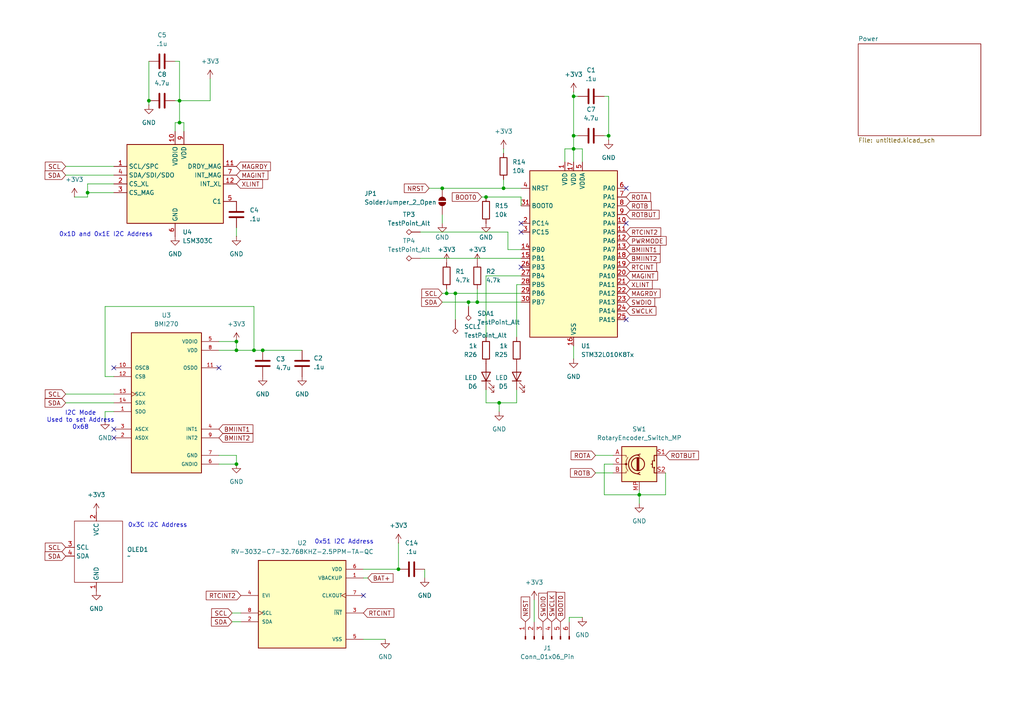
<source format=kicad_sch>
(kicad_sch
	(version 20250114)
	(generator "eeschema")
	(generator_version "9.0")
	(uuid "1469aa17-2388-4143-9a1f-e5a7e713c4d3")
	(paper "A4")
	(lib_symbols
		(symbol "BMI270:BMI270"
			(pin_names
				(offset 1.016)
			)
			(exclude_from_sim no)
			(in_bom yes)
			(on_board yes)
			(property "Reference" "U"
				(at -10.16 21.082 0)
				(effects
					(font
						(size 1.27 1.27)
					)
					(justify left bottom)
				)
			)
			(property "Value" "BMI270"
				(at -10.16 -22.86 0)
				(effects
					(font
						(size 1.27 1.27)
					)
					(justify left bottom)
				)
			)
			(property "Footprint" "BMI270:XDCR_BMI270"
				(at 0 0 0)
				(effects
					(font
						(size 1.27 1.27)
					)
					(justify bottom)
					(hide yes)
				)
			)
			(property "Datasheet" ""
				(at 0 0 0)
				(effects
					(font
						(size 1.27 1.27)
					)
					(hide yes)
				)
			)
			(property "Description" ""
				(at 0 0 0)
				(effects
					(font
						(size 1.27 1.27)
					)
					(hide yes)
				)
			)
			(property "PATREV" "1.0"
				(at 0 0 0)
				(effects
					(font
						(size 1.27 1.27)
					)
					(justify bottom)
					(hide yes)
				)
			)
			(property "MF" "Bosch Sensortec"
				(at 0 0 0)
				(effects
					(font
						(size 1.27 1.27)
					)
					(justify bottom)
					(hide yes)
				)
			)
			(property "MAXIMUM_PACKAGE_HEIGHT" "0.87mm"
				(at 0 0 0)
				(effects
					(font
						(size 1.27 1.27)
					)
					(justify bottom)
					(hide yes)
				)
			)
			(property "Package" "LGA-14 Bosch Sensortec"
				(at 0 0 0)
				(effects
					(font
						(size 1.27 1.27)
					)
					(justify bottom)
					(hide yes)
				)
			)
			(property "Price" "None"
				(at 0 0 0)
				(effects
					(font
						(size 1.27 1.27)
					)
					(justify bottom)
					(hide yes)
				)
			)
			(property "Check_prices" "https://www.snapeda.com/parts/BMI270/Bosch/view-part/?ref=eda"
				(at 0 0 0)
				(effects
					(font
						(size 1.27 1.27)
					)
					(justify bottom)
					(hide yes)
				)
			)
			(property "STANDARD" "Manufacturer Recommendations"
				(at 0 0 0)
				(effects
					(font
						(size 1.27 1.27)
					)
					(justify bottom)
					(hide yes)
				)
			)
			(property "SnapEDA_Link" "https://www.snapeda.com/parts/BMI270/Bosch/view-part/?ref=snap"
				(at 0 0 0)
				(effects
					(font
						(size 1.27 1.27)
					)
					(justify bottom)
					(hide yes)
				)
			)
			(property "MP" "BMI270"
				(at 0 0 0)
				(effects
					(font
						(size 1.27 1.27)
					)
					(justify bottom)
					(hide yes)
				)
			)
			(property "Description_1" "Accelerometer, Gyroscope, 6 Axis Sensor I2C, SPI Output"
				(at 0 0 0)
				(effects
					(font
						(size 1.27 1.27)
					)
					(justify bottom)
					(hide yes)
				)
			)
			(property "Availability" "In Stock"
				(at 0 0 0)
				(effects
					(font
						(size 1.27 1.27)
					)
					(justify bottom)
					(hide yes)
				)
			)
			(property "MANUFACTURER" "Bosch Sensortec"
				(at 0 0 0)
				(effects
					(font
						(size 1.27 1.27)
					)
					(justify bottom)
					(hide yes)
				)
			)
			(symbol "BMI270_0_0"
				(rectangle
					(start -10.16 -20.32)
					(end 10.16 20.32)
					(stroke
						(width 0.254)
						(type default)
					)
					(fill
						(type background)
					)
				)
				(pin input line
					(at -15.24 10.16 0)
					(length 5.08)
					(name "OSCB"
						(effects
							(font
								(size 1.016 1.016)
							)
						)
					)
					(number "10"
						(effects
							(font
								(size 1.016 1.016)
							)
						)
					)
				)
				(pin input line
					(at -15.24 7.62 0)
					(length 5.08)
					(name "CSB"
						(effects
							(font
								(size 1.016 1.016)
							)
						)
					)
					(number "12"
						(effects
							(font
								(size 1.016 1.016)
							)
						)
					)
				)
				(pin input clock
					(at -15.24 2.54 0)
					(length 5.08)
					(name "SCX"
						(effects
							(font
								(size 1.016 1.016)
							)
						)
					)
					(number "13"
						(effects
							(font
								(size 1.016 1.016)
							)
						)
					)
				)
				(pin bidirectional line
					(at -15.24 0 0)
					(length 5.08)
					(name "SDX"
						(effects
							(font
								(size 1.016 1.016)
							)
						)
					)
					(number "14"
						(effects
							(font
								(size 1.016 1.016)
							)
						)
					)
				)
				(pin bidirectional line
					(at -15.24 -2.54 0)
					(length 5.08)
					(name "SDO"
						(effects
							(font
								(size 1.016 1.016)
							)
						)
					)
					(number "1"
						(effects
							(font
								(size 1.016 1.016)
							)
						)
					)
				)
				(pin bidirectional line
					(at -15.24 -7.62 0)
					(length 5.08)
					(name "ASCX"
						(effects
							(font
								(size 1.016 1.016)
							)
						)
					)
					(number "3"
						(effects
							(font
								(size 1.016 1.016)
							)
						)
					)
				)
				(pin bidirectional line
					(at -15.24 -10.16 0)
					(length 5.08)
					(name "ASDX"
						(effects
							(font
								(size 1.016 1.016)
							)
						)
					)
					(number "2"
						(effects
							(font
								(size 1.016 1.016)
							)
						)
					)
				)
				(pin power_in line
					(at 15.24 17.78 180)
					(length 5.08)
					(name "VDDIO"
						(effects
							(font
								(size 1.016 1.016)
							)
						)
					)
					(number "5"
						(effects
							(font
								(size 1.016 1.016)
							)
						)
					)
				)
				(pin power_in line
					(at 15.24 15.24 180)
					(length 5.08)
					(name "VDD"
						(effects
							(font
								(size 1.016 1.016)
							)
						)
					)
					(number "8"
						(effects
							(font
								(size 1.016 1.016)
							)
						)
					)
				)
				(pin output line
					(at 15.24 10.16 180)
					(length 5.08)
					(name "OSDO"
						(effects
							(font
								(size 1.016 1.016)
							)
						)
					)
					(number "11"
						(effects
							(font
								(size 1.016 1.016)
							)
						)
					)
				)
				(pin bidirectional line
					(at 15.24 -7.62 180)
					(length 5.08)
					(name "INT1"
						(effects
							(font
								(size 1.016 1.016)
							)
						)
					)
					(number "4"
						(effects
							(font
								(size 1.016 1.016)
							)
						)
					)
				)
				(pin bidirectional line
					(at 15.24 -10.16 180)
					(length 5.08)
					(name "INT2"
						(effects
							(font
								(size 1.016 1.016)
							)
						)
					)
					(number "9"
						(effects
							(font
								(size 1.016 1.016)
							)
						)
					)
				)
				(pin power_in line
					(at 15.24 -15.24 180)
					(length 5.08)
					(name "GND"
						(effects
							(font
								(size 1.016 1.016)
							)
						)
					)
					(number "7"
						(effects
							(font
								(size 1.016 1.016)
							)
						)
					)
				)
				(pin power_in line
					(at 15.24 -17.78 180)
					(length 5.08)
					(name "GNDIO"
						(effects
							(font
								(size 1.016 1.016)
							)
						)
					)
					(number "6"
						(effects
							(font
								(size 1.016 1.016)
							)
						)
					)
				)
			)
			(embedded_fonts no)
		)
		(symbol "Connector:Conn_01x06_Pin"
			(pin_names
				(offset 1.016)
				(hide yes)
			)
			(exclude_from_sim no)
			(in_bom yes)
			(on_board yes)
			(property "Reference" "J"
				(at 0 7.62 0)
				(effects
					(font
						(size 1.27 1.27)
					)
				)
			)
			(property "Value" "Conn_01x06_Pin"
				(at 0 -10.16 0)
				(effects
					(font
						(size 1.27 1.27)
					)
				)
			)
			(property "Footprint" ""
				(at 0 0 0)
				(effects
					(font
						(size 1.27 1.27)
					)
					(hide yes)
				)
			)
			(property "Datasheet" "~"
				(at 0 0 0)
				(effects
					(font
						(size 1.27 1.27)
					)
					(hide yes)
				)
			)
			(property "Description" "Generic connector, single row, 01x06, script generated"
				(at 0 0 0)
				(effects
					(font
						(size 1.27 1.27)
					)
					(hide yes)
				)
			)
			(property "ki_locked" ""
				(at 0 0 0)
				(effects
					(font
						(size 1.27 1.27)
					)
				)
			)
			(property "ki_keywords" "connector"
				(at 0 0 0)
				(effects
					(font
						(size 1.27 1.27)
					)
					(hide yes)
				)
			)
			(property "ki_fp_filters" "Connector*:*_1x??_*"
				(at 0 0 0)
				(effects
					(font
						(size 1.27 1.27)
					)
					(hide yes)
				)
			)
			(symbol "Conn_01x06_Pin_1_1"
				(rectangle
					(start 0.8636 5.207)
					(end 0 4.953)
					(stroke
						(width 0.1524)
						(type default)
					)
					(fill
						(type outline)
					)
				)
				(rectangle
					(start 0.8636 2.667)
					(end 0 2.413)
					(stroke
						(width 0.1524)
						(type default)
					)
					(fill
						(type outline)
					)
				)
				(rectangle
					(start 0.8636 0.127)
					(end 0 -0.127)
					(stroke
						(width 0.1524)
						(type default)
					)
					(fill
						(type outline)
					)
				)
				(rectangle
					(start 0.8636 -2.413)
					(end 0 -2.667)
					(stroke
						(width 0.1524)
						(type default)
					)
					(fill
						(type outline)
					)
				)
				(rectangle
					(start 0.8636 -4.953)
					(end 0 -5.207)
					(stroke
						(width 0.1524)
						(type default)
					)
					(fill
						(type outline)
					)
				)
				(rectangle
					(start 0.8636 -7.493)
					(end 0 -7.747)
					(stroke
						(width 0.1524)
						(type default)
					)
					(fill
						(type outline)
					)
				)
				(polyline
					(pts
						(xy 1.27 5.08) (xy 0.8636 5.08)
					)
					(stroke
						(width 0.1524)
						(type default)
					)
					(fill
						(type none)
					)
				)
				(polyline
					(pts
						(xy 1.27 2.54) (xy 0.8636 2.54)
					)
					(stroke
						(width 0.1524)
						(type default)
					)
					(fill
						(type none)
					)
				)
				(polyline
					(pts
						(xy 1.27 0) (xy 0.8636 0)
					)
					(stroke
						(width 0.1524)
						(type default)
					)
					(fill
						(type none)
					)
				)
				(polyline
					(pts
						(xy 1.27 -2.54) (xy 0.8636 -2.54)
					)
					(stroke
						(width 0.1524)
						(type default)
					)
					(fill
						(type none)
					)
				)
				(polyline
					(pts
						(xy 1.27 -5.08) (xy 0.8636 -5.08)
					)
					(stroke
						(width 0.1524)
						(type default)
					)
					(fill
						(type none)
					)
				)
				(polyline
					(pts
						(xy 1.27 -7.62) (xy 0.8636 -7.62)
					)
					(stroke
						(width 0.1524)
						(type default)
					)
					(fill
						(type none)
					)
				)
				(pin passive line
					(at 5.08 5.08 180)
					(length 3.81)
					(name "Pin_1"
						(effects
							(font
								(size 1.27 1.27)
							)
						)
					)
					(number "1"
						(effects
							(font
								(size 1.27 1.27)
							)
						)
					)
				)
				(pin passive line
					(at 5.08 2.54 180)
					(length 3.81)
					(name "Pin_2"
						(effects
							(font
								(size 1.27 1.27)
							)
						)
					)
					(number "2"
						(effects
							(font
								(size 1.27 1.27)
							)
						)
					)
				)
				(pin passive line
					(at 5.08 0 180)
					(length 3.81)
					(name "Pin_3"
						(effects
							(font
								(size 1.27 1.27)
							)
						)
					)
					(number "3"
						(effects
							(font
								(size 1.27 1.27)
							)
						)
					)
				)
				(pin passive line
					(at 5.08 -2.54 180)
					(length 3.81)
					(name "Pin_4"
						(effects
							(font
								(size 1.27 1.27)
							)
						)
					)
					(number "4"
						(effects
							(font
								(size 1.27 1.27)
							)
						)
					)
				)
				(pin passive line
					(at 5.08 -5.08 180)
					(length 3.81)
					(name "Pin_5"
						(effects
							(font
								(size 1.27 1.27)
							)
						)
					)
					(number "5"
						(effects
							(font
								(size 1.27 1.27)
							)
						)
					)
				)
				(pin passive line
					(at 5.08 -7.62 180)
					(length 3.81)
					(name "Pin_6"
						(effects
							(font
								(size 1.27 1.27)
							)
						)
					)
					(number "6"
						(effects
							(font
								(size 1.27 1.27)
							)
						)
					)
				)
			)
			(embedded_fonts no)
		)
		(symbol "Connector:TestPoint_Alt"
			(pin_numbers
				(hide yes)
			)
			(pin_names
				(offset 0.762)
				(hide yes)
			)
			(exclude_from_sim no)
			(in_bom yes)
			(on_board yes)
			(property "Reference" "TP"
				(at 0 6.858 0)
				(effects
					(font
						(size 1.27 1.27)
					)
				)
			)
			(property "Value" "TestPoint_Alt"
				(at 0 5.08 0)
				(effects
					(font
						(size 1.27 1.27)
					)
				)
			)
			(property "Footprint" ""
				(at 5.08 0 0)
				(effects
					(font
						(size 1.27 1.27)
					)
					(hide yes)
				)
			)
			(property "Datasheet" "~"
				(at 5.08 0 0)
				(effects
					(font
						(size 1.27 1.27)
					)
					(hide yes)
				)
			)
			(property "Description" "test point (alternative shape)"
				(at 0 0 0)
				(effects
					(font
						(size 1.27 1.27)
					)
					(hide yes)
				)
			)
			(property "ki_keywords" "test point tp"
				(at 0 0 0)
				(effects
					(font
						(size 1.27 1.27)
					)
					(hide yes)
				)
			)
			(property "ki_fp_filters" "Pin* Test*"
				(at 0 0 0)
				(effects
					(font
						(size 1.27 1.27)
					)
					(hide yes)
				)
			)
			(symbol "TestPoint_Alt_0_1"
				(polyline
					(pts
						(xy 0 2.54) (xy -0.762 3.302) (xy 0 4.064) (xy 0.762 3.302) (xy 0 2.54)
					)
					(stroke
						(width 0)
						(type default)
					)
					(fill
						(type none)
					)
				)
			)
			(symbol "TestPoint_Alt_1_1"
				(pin passive line
					(at 0 0 90)
					(length 2.54)
					(name "1"
						(effects
							(font
								(size 1.27 1.27)
							)
						)
					)
					(number "1"
						(effects
							(font
								(size 1.27 1.27)
							)
						)
					)
				)
			)
			(embedded_fonts no)
		)
		(symbol "Device:C"
			(pin_numbers
				(hide yes)
			)
			(pin_names
				(offset 0.254)
			)
			(exclude_from_sim no)
			(in_bom yes)
			(on_board yes)
			(property "Reference" "C"
				(at 0.635 2.54 0)
				(effects
					(font
						(size 1.27 1.27)
					)
					(justify left)
				)
			)
			(property "Value" "C"
				(at 0.635 -2.54 0)
				(effects
					(font
						(size 1.27 1.27)
					)
					(justify left)
				)
			)
			(property "Footprint" ""
				(at 0.9652 -3.81 0)
				(effects
					(font
						(size 1.27 1.27)
					)
					(hide yes)
				)
			)
			(property "Datasheet" "~"
				(at 0 0 0)
				(effects
					(font
						(size 1.27 1.27)
					)
					(hide yes)
				)
			)
			(property "Description" "Unpolarized capacitor"
				(at 0 0 0)
				(effects
					(font
						(size 1.27 1.27)
					)
					(hide yes)
				)
			)
			(property "ki_keywords" "cap capacitor"
				(at 0 0 0)
				(effects
					(font
						(size 1.27 1.27)
					)
					(hide yes)
				)
			)
			(property "ki_fp_filters" "C_*"
				(at 0 0 0)
				(effects
					(font
						(size 1.27 1.27)
					)
					(hide yes)
				)
			)
			(symbol "C_0_1"
				(polyline
					(pts
						(xy -2.032 0.762) (xy 2.032 0.762)
					)
					(stroke
						(width 0.508)
						(type default)
					)
					(fill
						(type none)
					)
				)
				(polyline
					(pts
						(xy -2.032 -0.762) (xy 2.032 -0.762)
					)
					(stroke
						(width 0.508)
						(type default)
					)
					(fill
						(type none)
					)
				)
			)
			(symbol "C_1_1"
				(pin passive line
					(at 0 3.81 270)
					(length 2.794)
					(name "~"
						(effects
							(font
								(size 1.27 1.27)
							)
						)
					)
					(number "1"
						(effects
							(font
								(size 1.27 1.27)
							)
						)
					)
				)
				(pin passive line
					(at 0 -3.81 90)
					(length 2.794)
					(name "~"
						(effects
							(font
								(size 1.27 1.27)
							)
						)
					)
					(number "2"
						(effects
							(font
								(size 1.27 1.27)
							)
						)
					)
				)
			)
			(embedded_fonts no)
		)
		(symbol "Device:LED"
			(pin_numbers
				(hide yes)
			)
			(pin_names
				(offset 1.016)
				(hide yes)
			)
			(exclude_from_sim no)
			(in_bom yes)
			(on_board yes)
			(property "Reference" "D"
				(at 0 2.54 0)
				(effects
					(font
						(size 1.27 1.27)
					)
				)
			)
			(property "Value" "LED"
				(at 0 -2.54 0)
				(effects
					(font
						(size 1.27 1.27)
					)
				)
			)
			(property "Footprint" ""
				(at 0 0 0)
				(effects
					(font
						(size 1.27 1.27)
					)
					(hide yes)
				)
			)
			(property "Datasheet" "~"
				(at 0 0 0)
				(effects
					(font
						(size 1.27 1.27)
					)
					(hide yes)
				)
			)
			(property "Description" "Light emitting diode"
				(at 0 0 0)
				(effects
					(font
						(size 1.27 1.27)
					)
					(hide yes)
				)
			)
			(property "Sim.Pins" "1=K 2=A"
				(at 0 0 0)
				(effects
					(font
						(size 1.27 1.27)
					)
					(hide yes)
				)
			)
			(property "ki_keywords" "LED diode"
				(at 0 0 0)
				(effects
					(font
						(size 1.27 1.27)
					)
					(hide yes)
				)
			)
			(property "ki_fp_filters" "LED* LED_SMD:* LED_THT:*"
				(at 0 0 0)
				(effects
					(font
						(size 1.27 1.27)
					)
					(hide yes)
				)
			)
			(symbol "LED_0_1"
				(polyline
					(pts
						(xy -3.048 -0.762) (xy -4.572 -2.286) (xy -3.81 -2.286) (xy -4.572 -2.286) (xy -4.572 -1.524)
					)
					(stroke
						(width 0)
						(type default)
					)
					(fill
						(type none)
					)
				)
				(polyline
					(pts
						(xy -1.778 -0.762) (xy -3.302 -2.286) (xy -2.54 -2.286) (xy -3.302 -2.286) (xy -3.302 -1.524)
					)
					(stroke
						(width 0)
						(type default)
					)
					(fill
						(type none)
					)
				)
				(polyline
					(pts
						(xy -1.27 0) (xy 1.27 0)
					)
					(stroke
						(width 0)
						(type default)
					)
					(fill
						(type none)
					)
				)
				(polyline
					(pts
						(xy -1.27 -1.27) (xy -1.27 1.27)
					)
					(stroke
						(width 0.254)
						(type default)
					)
					(fill
						(type none)
					)
				)
				(polyline
					(pts
						(xy 1.27 -1.27) (xy 1.27 1.27) (xy -1.27 0) (xy 1.27 -1.27)
					)
					(stroke
						(width 0.254)
						(type default)
					)
					(fill
						(type none)
					)
				)
			)
			(symbol "LED_1_1"
				(pin passive line
					(at -3.81 0 0)
					(length 2.54)
					(name "K"
						(effects
							(font
								(size 1.27 1.27)
							)
						)
					)
					(number "1"
						(effects
							(font
								(size 1.27 1.27)
							)
						)
					)
				)
				(pin passive line
					(at 3.81 0 180)
					(length 2.54)
					(name "A"
						(effects
							(font
								(size 1.27 1.27)
							)
						)
					)
					(number "2"
						(effects
							(font
								(size 1.27 1.27)
							)
						)
					)
				)
			)
			(embedded_fonts no)
		)
		(symbol "Device:R"
			(pin_numbers
				(hide yes)
			)
			(pin_names
				(offset 0)
			)
			(exclude_from_sim no)
			(in_bom yes)
			(on_board yes)
			(property "Reference" "R"
				(at 2.032 0 90)
				(effects
					(font
						(size 1.27 1.27)
					)
				)
			)
			(property "Value" "R"
				(at 0 0 90)
				(effects
					(font
						(size 1.27 1.27)
					)
				)
			)
			(property "Footprint" ""
				(at -1.778 0 90)
				(effects
					(font
						(size 1.27 1.27)
					)
					(hide yes)
				)
			)
			(property "Datasheet" "~"
				(at 0 0 0)
				(effects
					(font
						(size 1.27 1.27)
					)
					(hide yes)
				)
			)
			(property "Description" "Resistor"
				(at 0 0 0)
				(effects
					(font
						(size 1.27 1.27)
					)
					(hide yes)
				)
			)
			(property "ki_keywords" "R res resistor"
				(at 0 0 0)
				(effects
					(font
						(size 1.27 1.27)
					)
					(hide yes)
				)
			)
			(property "ki_fp_filters" "R_*"
				(at 0 0 0)
				(effects
					(font
						(size 1.27 1.27)
					)
					(hide yes)
				)
			)
			(symbol "R_0_1"
				(rectangle
					(start -1.016 -2.54)
					(end 1.016 2.54)
					(stroke
						(width 0.254)
						(type default)
					)
					(fill
						(type none)
					)
				)
			)
			(symbol "R_1_1"
				(pin passive line
					(at 0 3.81 270)
					(length 1.27)
					(name "~"
						(effects
							(font
								(size 1.27 1.27)
							)
						)
					)
					(number "1"
						(effects
							(font
								(size 1.27 1.27)
							)
						)
					)
				)
				(pin passive line
					(at 0 -3.81 90)
					(length 1.27)
					(name "~"
						(effects
							(font
								(size 1.27 1.27)
							)
						)
					)
					(number "2"
						(effects
							(font
								(size 1.27 1.27)
							)
						)
					)
				)
			)
			(embedded_fonts no)
		)
		(symbol "Device:RotaryEncoder_Switch_MP"
			(pin_names
				(offset 0.254)
				(hide yes)
			)
			(exclude_from_sim no)
			(in_bom yes)
			(on_board yes)
			(property "Reference" "SW"
				(at 0 8.89 0)
				(effects
					(font
						(size 1.27 1.27)
					)
				)
			)
			(property "Value" "RotaryEncoder_Switch_MP"
				(at 0 6.35 0)
				(effects
					(font
						(size 1.27 1.27)
					)
				)
			)
			(property "Footprint" ""
				(at -3.81 4.064 0)
				(effects
					(font
						(size 1.27 1.27)
					)
					(hide yes)
				)
			)
			(property "Datasheet" "~"
				(at 0 -12.7 0)
				(effects
					(font
						(size 1.27 1.27)
					)
					(hide yes)
				)
			)
			(property "Description" "Rotary encoder, dual channel, incremental quadrate outputs, with switch and MP Pin"
				(at 0 -15.24 0)
				(effects
					(font
						(size 1.27 1.27)
					)
					(hide yes)
				)
			)
			(property "ki_keywords" "rotary switch encoder switch push button"
				(at 0 0 0)
				(effects
					(font
						(size 1.27 1.27)
					)
					(hide yes)
				)
			)
			(property "ki_fp_filters" "RotaryEncoder*Switch*"
				(at 0 0 0)
				(effects
					(font
						(size 1.27 1.27)
					)
					(hide yes)
				)
			)
			(symbol "RotaryEncoder_Switch_MP_0_1"
				(rectangle
					(start -5.08 5.08)
					(end 5.08 -5.08)
					(stroke
						(width 0.254)
						(type default)
					)
					(fill
						(type background)
					)
				)
				(polyline
					(pts
						(xy -5.08 2.54) (xy -3.81 2.54) (xy -3.81 2.032)
					)
					(stroke
						(width 0)
						(type default)
					)
					(fill
						(type none)
					)
				)
				(polyline
					(pts
						(xy -5.08 0) (xy -3.81 0) (xy -3.81 -1.016) (xy -3.302 -2.032)
					)
					(stroke
						(width 0)
						(type default)
					)
					(fill
						(type none)
					)
				)
				(polyline
					(pts
						(xy -5.08 -2.54) (xy -3.81 -2.54) (xy -3.81 -2.032)
					)
					(stroke
						(width 0)
						(type default)
					)
					(fill
						(type none)
					)
				)
				(polyline
					(pts
						(xy -4.318 0) (xy -3.81 0) (xy -3.81 1.016) (xy -3.302 2.032)
					)
					(stroke
						(width 0)
						(type default)
					)
					(fill
						(type none)
					)
				)
				(circle
					(center -3.81 0)
					(radius 0.254)
					(stroke
						(width 0)
						(type default)
					)
					(fill
						(type outline)
					)
				)
				(polyline
					(pts
						(xy -0.635 -1.778) (xy -0.635 1.778)
					)
					(stroke
						(width 0.254)
						(type default)
					)
					(fill
						(type none)
					)
				)
				(circle
					(center -0.381 0)
					(radius 1.905)
					(stroke
						(width 0.254)
						(type default)
					)
					(fill
						(type none)
					)
				)
				(polyline
					(pts
						(xy -0.381 -1.778) (xy -0.381 1.778)
					)
					(stroke
						(width 0.254)
						(type default)
					)
					(fill
						(type none)
					)
				)
				(arc
					(start -0.381 -2.794)
					(mid -3.0988 -0.0635)
					(end -0.381 2.667)
					(stroke
						(width 0.254)
						(type default)
					)
					(fill
						(type none)
					)
				)
				(polyline
					(pts
						(xy -0.127 1.778) (xy -0.127 -1.778)
					)
					(stroke
						(width 0.254)
						(type default)
					)
					(fill
						(type none)
					)
				)
				(polyline
					(pts
						(xy 0.254 2.921) (xy -0.508 2.667) (xy 0.127 2.286)
					)
					(stroke
						(width 0.254)
						(type default)
					)
					(fill
						(type none)
					)
				)
				(polyline
					(pts
						(xy 0.254 -3.048) (xy -0.508 -2.794) (xy 0.127 -2.413)
					)
					(stroke
						(width 0.254)
						(type default)
					)
					(fill
						(type none)
					)
				)
				(polyline
					(pts
						(xy 3.81 1.016) (xy 3.81 -1.016)
					)
					(stroke
						(width 0.254)
						(type default)
					)
					(fill
						(type none)
					)
				)
				(polyline
					(pts
						(xy 3.81 0) (xy 3.429 0)
					)
					(stroke
						(width 0.254)
						(type default)
					)
					(fill
						(type none)
					)
				)
				(circle
					(center 4.318 1.016)
					(radius 0.127)
					(stroke
						(width 0.254)
						(type default)
					)
					(fill
						(type none)
					)
				)
				(circle
					(center 4.318 -1.016)
					(radius 0.127)
					(stroke
						(width 0.254)
						(type default)
					)
					(fill
						(type none)
					)
				)
				(polyline
					(pts
						(xy 5.08 2.54) (xy 4.318 2.54) (xy 4.318 1.016)
					)
					(stroke
						(width 0.254)
						(type default)
					)
					(fill
						(type none)
					)
				)
				(polyline
					(pts
						(xy 5.08 -2.54) (xy 4.318 -2.54) (xy 4.318 -1.016)
					)
					(stroke
						(width 0.254)
						(type default)
					)
					(fill
						(type none)
					)
				)
			)
			(symbol "RotaryEncoder_Switch_MP_1_1"
				(pin passive line
					(at -7.62 2.54 0)
					(length 2.54)
					(name "A"
						(effects
							(font
								(size 1.27 1.27)
							)
						)
					)
					(number "A"
						(effects
							(font
								(size 1.27 1.27)
							)
						)
					)
				)
				(pin passive line
					(at -7.62 0 0)
					(length 2.54)
					(name "C"
						(effects
							(font
								(size 1.27 1.27)
							)
						)
					)
					(number "C"
						(effects
							(font
								(size 1.27 1.27)
							)
						)
					)
				)
				(pin passive line
					(at -7.62 -2.54 0)
					(length 2.54)
					(name "B"
						(effects
							(font
								(size 1.27 1.27)
							)
						)
					)
					(number "B"
						(effects
							(font
								(size 1.27 1.27)
							)
						)
					)
				)
				(pin passive line
					(at 0 -7.62 90)
					(length 2.54)
					(name "MP"
						(effects
							(font
								(size 1.27 1.27)
							)
						)
					)
					(number "MP"
						(effects
							(font
								(size 1.27 1.27)
							)
						)
					)
				)
				(pin passive line
					(at 7.62 2.54 180)
					(length 2.54)
					(name "S1"
						(effects
							(font
								(size 1.27 1.27)
							)
						)
					)
					(number "S1"
						(effects
							(font
								(size 1.27 1.27)
							)
						)
					)
				)
				(pin passive line
					(at 7.62 -2.54 180)
					(length 2.54)
					(name "S2"
						(effects
							(font
								(size 1.27 1.27)
							)
						)
					)
					(number "S2"
						(effects
							(font
								(size 1.27 1.27)
							)
						)
					)
				)
			)
			(embedded_fonts no)
		)
		(symbol "Jumper:SolderJumper_2_Open"
			(pin_numbers
				(hide yes)
			)
			(pin_names
				(offset 0)
				(hide yes)
			)
			(exclude_from_sim no)
			(in_bom no)
			(on_board yes)
			(property "Reference" "JP"
				(at 0 2.032 0)
				(effects
					(font
						(size 1.27 1.27)
					)
				)
			)
			(property "Value" "SolderJumper_2_Open"
				(at 0 -2.54 0)
				(effects
					(font
						(size 1.27 1.27)
					)
				)
			)
			(property "Footprint" ""
				(at 0 0 0)
				(effects
					(font
						(size 1.27 1.27)
					)
					(hide yes)
				)
			)
			(property "Datasheet" "~"
				(at 0 0 0)
				(effects
					(font
						(size 1.27 1.27)
					)
					(hide yes)
				)
			)
			(property "Description" "Solder Jumper, 2-pole, open"
				(at 0 0 0)
				(effects
					(font
						(size 1.27 1.27)
					)
					(hide yes)
				)
			)
			(property "ki_keywords" "solder jumper SPST"
				(at 0 0 0)
				(effects
					(font
						(size 1.27 1.27)
					)
					(hide yes)
				)
			)
			(property "ki_fp_filters" "SolderJumper*Open*"
				(at 0 0 0)
				(effects
					(font
						(size 1.27 1.27)
					)
					(hide yes)
				)
			)
			(symbol "SolderJumper_2_Open_0_1"
				(polyline
					(pts
						(xy -0.254 1.016) (xy -0.254 -1.016)
					)
					(stroke
						(width 0)
						(type default)
					)
					(fill
						(type none)
					)
				)
				(arc
					(start -0.254 -1.016)
					(mid -1.2656 0)
					(end -0.254 1.016)
					(stroke
						(width 0)
						(type default)
					)
					(fill
						(type none)
					)
				)
				(arc
					(start -0.254 -1.016)
					(mid -1.2656 0)
					(end -0.254 1.016)
					(stroke
						(width 0)
						(type default)
					)
					(fill
						(type outline)
					)
				)
				(arc
					(start 0.254 1.016)
					(mid 1.2656 0)
					(end 0.254 -1.016)
					(stroke
						(width 0)
						(type default)
					)
					(fill
						(type none)
					)
				)
				(arc
					(start 0.254 1.016)
					(mid 1.2656 0)
					(end 0.254 -1.016)
					(stroke
						(width 0)
						(type default)
					)
					(fill
						(type outline)
					)
				)
				(polyline
					(pts
						(xy 0.254 1.016) (xy 0.254 -1.016)
					)
					(stroke
						(width 0)
						(type default)
					)
					(fill
						(type none)
					)
				)
			)
			(symbol "SolderJumper_2_Open_1_1"
				(pin passive line
					(at -3.81 0 0)
					(length 2.54)
					(name "A"
						(effects
							(font
								(size 1.27 1.27)
							)
						)
					)
					(number "1"
						(effects
							(font
								(size 1.27 1.27)
							)
						)
					)
				)
				(pin passive line
					(at 3.81 0 180)
					(length 2.54)
					(name "B"
						(effects
							(font
								(size 1.27 1.27)
							)
						)
					)
					(number "2"
						(effects
							(font
								(size 1.27 1.27)
							)
						)
					)
				)
			)
			(embedded_fonts no)
		)
		(symbol "MCU_ST_STM32L0:STM32L010K8Tx"
			(exclude_from_sim no)
			(in_bom yes)
			(on_board yes)
			(property "Reference" "U"
				(at -12.7 26.67 0)
				(effects
					(font
						(size 1.27 1.27)
					)
					(justify left)
				)
			)
			(property "Value" "STM32L010K8Tx"
				(at 5.08 26.67 0)
				(effects
					(font
						(size 1.27 1.27)
					)
					(justify left)
				)
			)
			(property "Footprint" "Package_QFP:LQFP-32_7x7mm_P0.8mm"
				(at -12.7 -22.86 0)
				(effects
					(font
						(size 1.27 1.27)
					)
					(justify right)
					(hide yes)
				)
			)
			(property "Datasheet" "https://www.st.com/resource/en/datasheet/stm32l010k8.pdf"
				(at 0 0 0)
				(effects
					(font
						(size 1.27 1.27)
					)
					(hide yes)
				)
			)
			(property "Description" "STMicroelectronics Arm Cortex-M0+ MCU, 64KB flash, 8KB RAM, 32 MHz, 1.8-3.6V, 25 GPIO, LQFP32"
				(at 0 0 0)
				(effects
					(font
						(size 1.27 1.27)
					)
					(hide yes)
				)
			)
			(property "ki_keywords" "Arm Cortex-M0+ STM32L0 STM32L0x0 Value Line"
				(at 0 0 0)
				(effects
					(font
						(size 1.27 1.27)
					)
					(hide yes)
				)
			)
			(property "ki_fp_filters" "LQFP*7x7mm*P0.8mm*"
				(at 0 0 0)
				(effects
					(font
						(size 1.27 1.27)
					)
					(hide yes)
				)
			)
			(symbol "STM32L010K8Tx_0_1"
				(rectangle
					(start -12.7 -22.86)
					(end 12.7 25.4)
					(stroke
						(width 0.254)
						(type default)
					)
					(fill
						(type background)
					)
				)
			)
			(symbol "STM32L010K8Tx_1_1"
				(pin input line
					(at -15.24 20.32 0)
					(length 2.54)
					(name "NRST"
						(effects
							(font
								(size 1.27 1.27)
							)
						)
					)
					(number "4"
						(effects
							(font
								(size 1.27 1.27)
							)
						)
					)
				)
				(pin input line
					(at -15.24 15.24 0)
					(length 2.54)
					(name "BOOT0"
						(effects
							(font
								(size 1.27 1.27)
							)
						)
					)
					(number "31"
						(effects
							(font
								(size 1.27 1.27)
							)
						)
					)
				)
				(pin bidirectional line
					(at -15.24 10.16 0)
					(length 2.54)
					(name "PC14"
						(effects
							(font
								(size 1.27 1.27)
							)
						)
					)
					(number "2"
						(effects
							(font
								(size 1.27 1.27)
							)
						)
					)
					(alternate "RCC_OSC32_IN" bidirectional line)
				)
				(pin bidirectional line
					(at -15.24 7.62 0)
					(length 2.54)
					(name "PC15"
						(effects
							(font
								(size 1.27 1.27)
							)
						)
					)
					(number "3"
						(effects
							(font
								(size 1.27 1.27)
							)
						)
					)
					(alternate "RCC_OSC32_OUT" bidirectional line)
				)
				(pin bidirectional line
					(at -15.24 2.54 0)
					(length 2.54)
					(name "PB0"
						(effects
							(font
								(size 1.27 1.27)
							)
						)
					)
					(number "14"
						(effects
							(font
								(size 1.27 1.27)
							)
						)
					)
					(alternate "ADC_IN8" bidirectional line)
					(alternate "SYS_VREF_OUT_PB0" bidirectional line)
				)
				(pin bidirectional line
					(at -15.24 0 0)
					(length 2.54)
					(name "PB1"
						(effects
							(font
								(size 1.27 1.27)
							)
						)
					)
					(number "15"
						(effects
							(font
								(size 1.27 1.27)
							)
						)
					)
					(alternate "ADC_IN9" bidirectional line)
					(alternate "SYS_VREF_OUT_PB1" bidirectional line)
				)
				(pin bidirectional line
					(at -15.24 -2.54 0)
					(length 2.54)
					(name "PB3"
						(effects
							(font
								(size 1.27 1.27)
							)
						)
					)
					(number "26"
						(effects
							(font
								(size 1.27 1.27)
							)
						)
					)
					(alternate "SPI1_SCK" bidirectional line)
					(alternate "TIM2_CH2" bidirectional line)
				)
				(pin bidirectional line
					(at -15.24 -5.08 0)
					(length 2.54)
					(name "PB4"
						(effects
							(font
								(size 1.27 1.27)
							)
						)
					)
					(number "27"
						(effects
							(font
								(size 1.27 1.27)
							)
						)
					)
					(alternate "SPI1_MISO" bidirectional line)
				)
				(pin bidirectional line
					(at -15.24 -7.62 0)
					(length 2.54)
					(name "PB5"
						(effects
							(font
								(size 1.27 1.27)
							)
						)
					)
					(number "28"
						(effects
							(font
								(size 1.27 1.27)
							)
						)
					)
					(alternate "I2C1_SMBA" bidirectional line)
					(alternate "LPTIM1_IN1" bidirectional line)
					(alternate "SPI1_MOSI" bidirectional line)
				)
				(pin bidirectional line
					(at -15.24 -10.16 0)
					(length 2.54)
					(name "PB6"
						(effects
							(font
								(size 1.27 1.27)
							)
						)
					)
					(number "29"
						(effects
							(font
								(size 1.27 1.27)
							)
						)
					)
					(alternate "I2C1_SCL" bidirectional line)
					(alternate "LPTIM1_ETR" bidirectional line)
				)
				(pin bidirectional line
					(at -15.24 -12.7 0)
					(length 2.54)
					(name "PB7"
						(effects
							(font
								(size 1.27 1.27)
							)
						)
					)
					(number "30"
						(effects
							(font
								(size 1.27 1.27)
							)
						)
					)
					(alternate "I2C1_SDA" bidirectional line)
					(alternate "LPTIM1_IN2" bidirectional line)
					(alternate "SYS_PVD_IN" bidirectional line)
				)
				(pin power_in line
					(at -2.54 27.94 270)
					(length 2.54)
					(name "VDD"
						(effects
							(font
								(size 1.27 1.27)
							)
						)
					)
					(number "1"
						(effects
							(font
								(size 1.27 1.27)
							)
						)
					)
				)
				(pin power_in line
					(at 0 27.94 270)
					(length 2.54)
					(name "VDD"
						(effects
							(font
								(size 1.27 1.27)
							)
						)
					)
					(number "17"
						(effects
							(font
								(size 1.27 1.27)
							)
						)
					)
				)
				(pin power_in line
					(at 0 -25.4 90)
					(length 2.54)
					(name "VSS"
						(effects
							(font
								(size 1.27 1.27)
							)
						)
					)
					(number "16"
						(effects
							(font
								(size 1.27 1.27)
							)
						)
					)
				)
				(pin passive line
					(at 0 -25.4 90)
					(length 2.54)
					(hide yes)
					(name "VSS"
						(effects
							(font
								(size 1.27 1.27)
							)
						)
					)
					(number "32"
						(effects
							(font
								(size 1.27 1.27)
							)
						)
					)
				)
				(pin power_in line
					(at 2.54 27.94 270)
					(length 2.54)
					(name "VDDA"
						(effects
							(font
								(size 1.27 1.27)
							)
						)
					)
					(number "5"
						(effects
							(font
								(size 1.27 1.27)
							)
						)
					)
				)
				(pin bidirectional line
					(at 15.24 20.32 180)
					(length 2.54)
					(name "PA0"
						(effects
							(font
								(size 1.27 1.27)
							)
						)
					)
					(number "6"
						(effects
							(font
								(size 1.27 1.27)
							)
						)
					)
					(alternate "ADC_IN0" bidirectional line)
					(alternate "RTC_TAMP2" bidirectional line)
					(alternate "SYS_WKUP1" bidirectional line)
					(alternate "TIM2_CH1" bidirectional line)
					(alternate "TIM2_ETR" bidirectional line)
					(alternate "USART2_CTS" bidirectional line)
				)
				(pin bidirectional line
					(at 15.24 17.78 180)
					(length 2.54)
					(name "PA1"
						(effects
							(font
								(size 1.27 1.27)
							)
						)
					)
					(number "7"
						(effects
							(font
								(size 1.27 1.27)
							)
						)
					)
					(alternate "ADC_IN1" bidirectional line)
					(alternate "TIM21_ETR" bidirectional line)
					(alternate "TIM2_CH2" bidirectional line)
					(alternate "USART2_DE" bidirectional line)
					(alternate "USART2_RTS" bidirectional line)
				)
				(pin bidirectional line
					(at 15.24 15.24 180)
					(length 2.54)
					(name "PA2"
						(effects
							(font
								(size 1.27 1.27)
							)
						)
					)
					(number "8"
						(effects
							(font
								(size 1.27 1.27)
							)
						)
					)
					(alternate "ADC_IN2" bidirectional line)
					(alternate "TIM21_CH1" bidirectional line)
					(alternate "TIM2_CH3" bidirectional line)
					(alternate "USART2_TX" bidirectional line)
				)
				(pin bidirectional line
					(at 15.24 12.7 180)
					(length 2.54)
					(name "PA3"
						(effects
							(font
								(size 1.27 1.27)
							)
						)
					)
					(number "9"
						(effects
							(font
								(size 1.27 1.27)
							)
						)
					)
					(alternate "ADC_IN3" bidirectional line)
					(alternate "TIM21_CH2" bidirectional line)
					(alternate "TIM2_CH4" bidirectional line)
					(alternate "USART2_RX" bidirectional line)
				)
				(pin bidirectional line
					(at 15.24 10.16 180)
					(length 2.54)
					(name "PA4"
						(effects
							(font
								(size 1.27 1.27)
							)
						)
					)
					(number "10"
						(effects
							(font
								(size 1.27 1.27)
							)
						)
					)
					(alternate "ADC_IN4" bidirectional line)
					(alternate "SPI1_NSS" bidirectional line)
					(alternate "USART2_CK" bidirectional line)
				)
				(pin bidirectional line
					(at 15.24 7.62 180)
					(length 2.54)
					(name "PA5"
						(effects
							(font
								(size 1.27 1.27)
							)
						)
					)
					(number "11"
						(effects
							(font
								(size 1.27 1.27)
							)
						)
					)
					(alternate "ADC_IN5" bidirectional line)
					(alternate "SPI1_SCK" bidirectional line)
					(alternate "TIM2_CH1" bidirectional line)
					(alternate "TIM2_ETR" bidirectional line)
				)
				(pin bidirectional line
					(at 15.24 5.08 180)
					(length 2.54)
					(name "PA6"
						(effects
							(font
								(size 1.27 1.27)
							)
						)
					)
					(number "12"
						(effects
							(font
								(size 1.27 1.27)
							)
						)
					)
					(alternate "ADC_IN6" bidirectional line)
					(alternate "SPI1_MISO" bidirectional line)
				)
				(pin bidirectional line
					(at 15.24 2.54 180)
					(length 2.54)
					(name "PA7"
						(effects
							(font
								(size 1.27 1.27)
							)
						)
					)
					(number "13"
						(effects
							(font
								(size 1.27 1.27)
							)
						)
					)
					(alternate "ADC_IN7" bidirectional line)
					(alternate "SPI1_MOSI" bidirectional line)
				)
				(pin bidirectional line
					(at 15.24 0 180)
					(length 2.54)
					(name "PA8"
						(effects
							(font
								(size 1.27 1.27)
							)
						)
					)
					(number "18"
						(effects
							(font
								(size 1.27 1.27)
							)
						)
					)
					(alternate "RCC_MCO" bidirectional line)
				)
				(pin bidirectional line
					(at 15.24 -2.54 180)
					(length 2.54)
					(name "PA9"
						(effects
							(font
								(size 1.27 1.27)
							)
						)
					)
					(number "19"
						(effects
							(font
								(size 1.27 1.27)
							)
						)
					)
					(alternate "RCC_MCO" bidirectional line)
				)
				(pin bidirectional line
					(at 15.24 -5.08 180)
					(length 2.54)
					(name "PA10"
						(effects
							(font
								(size 1.27 1.27)
							)
						)
					)
					(number "20"
						(effects
							(font
								(size 1.27 1.27)
							)
						)
					)
				)
				(pin bidirectional line
					(at 15.24 -7.62 180)
					(length 2.54)
					(name "PA11"
						(effects
							(font
								(size 1.27 1.27)
							)
						)
					)
					(number "21"
						(effects
							(font
								(size 1.27 1.27)
							)
						)
					)
					(alternate "ADC_EXTI11" bidirectional line)
					(alternate "SPI1_MISO" bidirectional line)
				)
				(pin bidirectional line
					(at 15.24 -10.16 180)
					(length 2.54)
					(name "PA12"
						(effects
							(font
								(size 1.27 1.27)
							)
						)
					)
					(number "22"
						(effects
							(font
								(size 1.27 1.27)
							)
						)
					)
					(alternate "SPI1_MOSI" bidirectional line)
				)
				(pin bidirectional line
					(at 15.24 -12.7 180)
					(length 2.54)
					(name "PA13"
						(effects
							(font
								(size 1.27 1.27)
							)
						)
					)
					(number "23"
						(effects
							(font
								(size 1.27 1.27)
							)
						)
					)
					(alternate "SYS_SWDIO" bidirectional line)
				)
				(pin bidirectional line
					(at 15.24 -15.24 180)
					(length 2.54)
					(name "PA14"
						(effects
							(font
								(size 1.27 1.27)
							)
						)
					)
					(number "24"
						(effects
							(font
								(size 1.27 1.27)
							)
						)
					)
					(alternate "SYS_SWCLK" bidirectional line)
					(alternate "USART2_TX" bidirectional line)
				)
				(pin bidirectional line
					(at 15.24 -17.78 180)
					(length 2.54)
					(name "PA15"
						(effects
							(font
								(size 1.27 1.27)
							)
						)
					)
					(number "25"
						(effects
							(font
								(size 1.27 1.27)
							)
						)
					)
					(alternate "SPI1_NSS" bidirectional line)
					(alternate "TIM2_CH1" bidirectional line)
					(alternate "TIM2_ETR" bidirectional line)
					(alternate "USART2_RX" bidirectional line)
				)
			)
			(embedded_fonts no)
		)
		(symbol "RV-3032-C7-32.768KHZ-2.5PPM-TA-QC:RV-3032-C7-32.768KHZ-2.5PPM-TA-QC"
			(pin_names
				(offset 1.016)
			)
			(exclude_from_sim no)
			(in_bom yes)
			(on_board yes)
			(property "Reference" "U"
				(at -12.7 13.462 0)
				(effects
					(font
						(size 1.27 1.27)
					)
					(justify left bottom)
				)
			)
			(property "Value" "RV-3032-C7-32.768KHZ-2.5PPM-TA-QC"
				(at -12.7 -13.462 0)
				(effects
					(font
						(size 1.27 1.27)
					)
					(justify left top)
				)
			)
			(property "Footprint" "RV-3032-C7-32.768KHZ-2.5PPM-TA-QC:IC_RV-3032-C7-32.768KHZ-2.5PPM-TA-QC"
				(at 0 0 0)
				(effects
					(font
						(size 1.27 1.27)
					)
					(justify bottom)
					(hide yes)
				)
			)
			(property "Datasheet" ""
				(at 0 0 0)
				(effects
					(font
						(size 1.27 1.27)
					)
					(hide yes)
				)
			)
			(property "Description" ""
				(at 0 0 0)
				(effects
					(font
						(size 1.27 1.27)
					)
					(hide yes)
				)
			)
			(property "MF" "Micro Crystal AG"
				(at 0 0 0)
				(effects
					(font
						(size 1.27 1.27)
					)
					(justify bottom)
					(hide yes)
				)
			)
			(property "MAXIMUM_PACKAGE_HEIGHT" "0.8mm"
				(at 0 0 0)
				(effects
					(font
						(size 1.27 1.27)
					)
					(justify bottom)
					(hide yes)
				)
			)
			(property "Package" "QFN-8 Micro Crystal"
				(at 0 0 0)
				(effects
					(font
						(size 1.27 1.27)
					)
					(justify bottom)
					(hide yes)
				)
			)
			(property "Price" "None"
				(at 0 0 0)
				(effects
					(font
						(size 1.27 1.27)
					)
					(justify bottom)
					(hide yes)
				)
			)
			(property "Check_prices" "https://www.snapeda.com/parts/RV-3032-C7-32.768KHZ-2.5PPM-TA-QC/Micro+Crystal+AG/view-part/?ref=eda"
				(at 0 0 0)
				(effects
					(font
						(size 1.27 1.27)
					)
					(justify bottom)
					(hide yes)
				)
			)
			(property "STANDARD" "Manufacturer Recommendations"
				(at 0 0 0)
				(effects
					(font
						(size 1.27 1.27)
					)
					(justify bottom)
					(hide yes)
				)
			)
			(property "PARTREV" "1.4"
				(at 0 0 0)
				(effects
					(font
						(size 1.27 1.27)
					)
					(justify bottom)
					(hide yes)
				)
			)
			(property "SnapEDA_Link" "https://www.snapeda.com/parts/RV-3032-C7-32.768KHZ-2.5PPM-TA-QC/Micro+Crystal+AG/view-part/?ref=snap"
				(at 0 0 0)
				(effects
					(font
						(size 1.27 1.27)
					)
					(justify bottom)
					(hide yes)
				)
			)
			(property "MP" "RV-3032-C7-32.768KHZ-2.5PPM-TA-QC"
				(at 0 0 0)
				(effects
					(font
						(size 1.27 1.27)
					)
					(justify bottom)
					(hide yes)
				)
			)
			(property "Description_1" "Real Time Clock (RTC) IC Clock/Calendar 16B, 32B I2C, 2-Wire Serial 8-WCDFN"
				(at 0 0 0)
				(effects
					(font
						(size 1.27 1.27)
					)
					(justify bottom)
					(hide yes)
				)
			)
			(property "Availability" "In Stock"
				(at 0 0 0)
				(effects
					(font
						(size 1.27 1.27)
					)
					(justify bottom)
					(hide yes)
				)
			)
			(property "MANUFACTURER" "Micro Crystal"
				(at 0 0 0)
				(effects
					(font
						(size 1.27 1.27)
					)
					(justify bottom)
					(hide yes)
				)
			)
			(symbol "RV-3032-C7-32.768KHZ-2.5PPM-TA-QC_0_0"
				(rectangle
					(start -12.7 -12.7)
					(end 12.7 12.7)
					(stroke
						(width 0.254)
						(type default)
					)
					(fill
						(type background)
					)
				)
				(pin input line
					(at -17.78 2.54 0)
					(length 5.08)
					(name "EVI"
						(effects
							(font
								(size 1.016 1.016)
							)
						)
					)
					(number "4"
						(effects
							(font
								(size 1.016 1.016)
							)
						)
					)
				)
				(pin input clock
					(at -17.78 -2.54 0)
					(length 5.08)
					(name "SCL"
						(effects
							(font
								(size 1.016 1.016)
							)
						)
					)
					(number "8"
						(effects
							(font
								(size 1.016 1.016)
							)
						)
					)
				)
				(pin input line
					(at -17.78 -5.08 0)
					(length 5.08)
					(name "SDA"
						(effects
							(font
								(size 1.016 1.016)
							)
						)
					)
					(number "2"
						(effects
							(font
								(size 1.016 1.016)
							)
						)
					)
				)
				(pin power_in line
					(at 17.78 10.16 180)
					(length 5.08)
					(name "VDD"
						(effects
							(font
								(size 1.016 1.016)
							)
						)
					)
					(number "6"
						(effects
							(font
								(size 1.016 1.016)
							)
						)
					)
				)
				(pin power_in line
					(at 17.78 7.62 180)
					(length 5.08)
					(name "VBACKUP"
						(effects
							(font
								(size 1.016 1.016)
							)
						)
					)
					(number "1"
						(effects
							(font
								(size 1.016 1.016)
							)
						)
					)
				)
				(pin output clock
					(at 17.78 2.54 180)
					(length 5.08)
					(name "CLKOUT"
						(effects
							(font
								(size 1.016 1.016)
							)
						)
					)
					(number "7"
						(effects
							(font
								(size 1.016 1.016)
							)
						)
					)
				)
				(pin output line
					(at 17.78 -2.54 180)
					(length 5.08)
					(name "~{INT}"
						(effects
							(font
								(size 1.016 1.016)
							)
						)
					)
					(number "3"
						(effects
							(font
								(size 1.016 1.016)
							)
						)
					)
				)
				(pin power_in line
					(at 17.78 -10.16 180)
					(length 5.08)
					(name "VSS"
						(effects
							(font
								(size 1.016 1.016)
							)
						)
					)
					(number "5"
						(effects
							(font
								(size 1.016 1.016)
							)
						)
					)
				)
			)
			(embedded_fonts no)
		)
		(symbol "SMDCustomLibrary:.96in OLED 128p I2C"
			(exclude_from_sim no)
			(in_bom yes)
			(on_board yes)
			(property "Reference" "U"
				(at 0 0 0)
				(effects
					(font
						(size 1.27 1.27)
					)
				)
			)
			(property "Value" ""
				(at 0 0 0)
				(effects
					(font
						(size 1.27 1.27)
					)
				)
			)
			(property "Footprint" ""
				(at 0 0 0)
				(effects
					(font
						(size 1.27 1.27)
					)
					(hide yes)
				)
			)
			(property "Datasheet" ""
				(at 0 0 0)
				(effects
					(font
						(size 1.27 1.27)
					)
					(hide yes)
				)
			)
			(property "Description" ""
				(at 0 0 0)
				(effects
					(font
						(size 1.27 1.27)
					)
					(hide yes)
				)
			)
			(symbol ".96in OLED 128p I2C_0_1"
				(rectangle
					(start 0 0)
					(end 13.97 -17.78)
					(stroke
						(width 0)
						(type default)
					)
					(fill
						(type none)
					)
				)
			)
			(symbol ".96in OLED 128p I2C_1_1"
				(pin input line
					(at -2.54 -7.62 0)
					(length 2.54)
					(name "SCL"
						(effects
							(font
								(size 1.27 1.27)
							)
						)
					)
					(number "3"
						(effects
							(font
								(size 1.27 1.27)
							)
						)
					)
				)
				(pin input line
					(at -2.54 -10.16 0)
					(length 2.54)
					(name "SDA"
						(effects
							(font
								(size 1.27 1.27)
							)
						)
					)
					(number "4"
						(effects
							(font
								(size 1.27 1.27)
							)
						)
					)
				)
				(pin power_in line
					(at 6.35 2.54 270)
					(length 2.54)
					(name "VCC"
						(effects
							(font
								(size 1.27 1.27)
							)
						)
					)
					(number "2"
						(effects
							(font
								(size 1.27 1.27)
							)
						)
					)
				)
				(pin power_in line
					(at 6.35 -20.32 90)
					(length 2.54)
					(name "GND"
						(effects
							(font
								(size 1.27 1.27)
							)
						)
					)
					(number "1"
						(effects
							(font
								(size 1.27 1.27)
							)
						)
					)
				)
			)
			(embedded_fonts no)
		)
		(symbol "Sensor_Motion:LSM303C"
			(exclude_from_sim no)
			(in_bom yes)
			(on_board yes)
			(property "Reference" "U"
				(at -11.43 15.24 0)
				(effects
					(font
						(size 1.27 1.27)
					)
					(justify right)
				)
			)
			(property "Value" "LSM303C"
				(at -5.08 13.97 0)
				(effects
					(font
						(size 1.27 1.27)
					)
					(justify right top)
				)
			)
			(property "Footprint" "Package_LGA:LGA-12_2x2mm_P0.5mm"
				(at 1.27 -19.05 0)
				(effects
					(font
						(size 1.27 1.27)
					)
					(hide yes)
				)
			)
			(property "Datasheet" "www.st.com/resource/en/datasheet/lsm303c.pdf"
				(at 2.54 -16.51 0)
				(effects
					(font
						(size 1.27 1.27)
					)
					(hide yes)
				)
			)
			(property "Description" "I2C/SPI, 3D Accelerometer and 3D Magnetometer"
				(at 0 0 0)
				(effects
					(font
						(size 1.27 1.27)
					)
					(hide yes)
				)
			)
			(property "ki_keywords" "Accelerometer Magnetometer MEMS"
				(at 0 0 0)
				(effects
					(font
						(size 1.27 1.27)
					)
					(hide yes)
				)
			)
			(property "ki_fp_filters" "LGA*2x2mm*P0.5mm*"
				(at 0 0 0)
				(effects
					(font
						(size 1.27 1.27)
					)
					(hide yes)
				)
			)
			(symbol "LSM303C_0_1"
				(rectangle
					(start 13.97 11.43)
					(end -13.97 -11.43)
					(stroke
						(width 0.254)
						(type default)
					)
					(fill
						(type background)
					)
				)
			)
			(symbol "LSM303C_1_1"
				(pin input line
					(at -17.78 5.08 0)
					(length 3.81)
					(name "SCL/SPC"
						(effects
							(font
								(size 1.27 1.27)
							)
						)
					)
					(number "1"
						(effects
							(font
								(size 1.27 1.27)
							)
						)
					)
				)
				(pin bidirectional line
					(at -17.78 2.54 0)
					(length 3.81)
					(name "SDA/SDI/SDO"
						(effects
							(font
								(size 1.27 1.27)
							)
						)
					)
					(number "4"
						(effects
							(font
								(size 1.27 1.27)
							)
						)
					)
				)
				(pin input line
					(at -17.78 0 0)
					(length 3.81)
					(name "CS_XL"
						(effects
							(font
								(size 1.27 1.27)
							)
						)
					)
					(number "2"
						(effects
							(font
								(size 1.27 1.27)
							)
						)
					)
				)
				(pin input line
					(at -17.78 -2.54 0)
					(length 3.81)
					(name "CS_MAG"
						(effects
							(font
								(size 1.27 1.27)
							)
						)
					)
					(number "3"
						(effects
							(font
								(size 1.27 1.27)
							)
						)
					)
				)
				(pin power_in line
					(at 0 15.24 270)
					(length 3.81)
					(name "VDDIO"
						(effects
							(font
								(size 1.27 1.27)
							)
						)
					)
					(number "10"
						(effects
							(font
								(size 1.27 1.27)
							)
						)
					)
				)
				(pin power_in line
					(at 0 -15.24 90)
					(length 3.81)
					(name "GND"
						(effects
							(font
								(size 1.27 1.27)
							)
						)
					)
					(number "6"
						(effects
							(font
								(size 1.27 1.27)
							)
						)
					)
				)
				(pin passive line
					(at 0 -15.24 90)
					(length 3.81)
					(hide yes)
					(name "GND"
						(effects
							(font
								(size 1.27 1.27)
							)
						)
					)
					(number "8"
						(effects
							(font
								(size 1.27 1.27)
							)
						)
					)
				)
				(pin power_in line
					(at 2.54 15.24 270)
					(length 3.81)
					(name "VDD"
						(effects
							(font
								(size 1.27 1.27)
							)
						)
					)
					(number "9"
						(effects
							(font
								(size 1.27 1.27)
							)
						)
					)
				)
				(pin output line
					(at 17.78 5.08 180)
					(length 3.81)
					(name "DRDY_MAG"
						(effects
							(font
								(size 1.27 1.27)
							)
						)
					)
					(number "11"
						(effects
							(font
								(size 1.27 1.27)
							)
						)
					)
				)
				(pin output line
					(at 17.78 2.54 180)
					(length 3.81)
					(name "INT_MAG"
						(effects
							(font
								(size 1.27 1.27)
							)
						)
					)
					(number "7"
						(effects
							(font
								(size 1.27 1.27)
							)
						)
					)
				)
				(pin output line
					(at 17.78 0 180)
					(length 3.81)
					(name "INT_XL"
						(effects
							(font
								(size 1.27 1.27)
							)
						)
					)
					(number "12"
						(effects
							(font
								(size 1.27 1.27)
							)
						)
					)
				)
				(pin passive line
					(at 17.78 -5.08 180)
					(length 3.81)
					(name "C1"
						(effects
							(font
								(size 1.27 1.27)
							)
						)
					)
					(number "5"
						(effects
							(font
								(size 1.27 1.27)
							)
						)
					)
				)
			)
			(embedded_fonts no)
		)
		(symbol "power:+3V3"
			(power)
			(pin_numbers
				(hide yes)
			)
			(pin_names
				(offset 0)
				(hide yes)
			)
			(exclude_from_sim no)
			(in_bom yes)
			(on_board yes)
			(property "Reference" "#PWR"
				(at 0 -3.81 0)
				(effects
					(font
						(size 1.27 1.27)
					)
					(hide yes)
				)
			)
			(property "Value" "+3V3"
				(at 0 3.556 0)
				(effects
					(font
						(size 1.27 1.27)
					)
				)
			)
			(property "Footprint" ""
				(at 0 0 0)
				(effects
					(font
						(size 1.27 1.27)
					)
					(hide yes)
				)
			)
			(property "Datasheet" ""
				(at 0 0 0)
				(effects
					(font
						(size 1.27 1.27)
					)
					(hide yes)
				)
			)
			(property "Description" "Power symbol creates a global label with name \"+3V3\""
				(at 0 0 0)
				(effects
					(font
						(size 1.27 1.27)
					)
					(hide yes)
				)
			)
			(property "ki_keywords" "global power"
				(at 0 0 0)
				(effects
					(font
						(size 1.27 1.27)
					)
					(hide yes)
				)
			)
			(symbol "+3V3_0_1"
				(polyline
					(pts
						(xy -0.762 1.27) (xy 0 2.54)
					)
					(stroke
						(width 0)
						(type default)
					)
					(fill
						(type none)
					)
				)
				(polyline
					(pts
						(xy 0 2.54) (xy 0.762 1.27)
					)
					(stroke
						(width 0)
						(type default)
					)
					(fill
						(type none)
					)
				)
				(polyline
					(pts
						(xy 0 0) (xy 0 2.54)
					)
					(stroke
						(width 0)
						(type default)
					)
					(fill
						(type none)
					)
				)
			)
			(symbol "+3V3_1_1"
				(pin power_in line
					(at 0 0 90)
					(length 0)
					(name "~"
						(effects
							(font
								(size 1.27 1.27)
							)
						)
					)
					(number "1"
						(effects
							(font
								(size 1.27 1.27)
							)
						)
					)
				)
			)
			(embedded_fonts no)
		)
		(symbol "power:GND"
			(power)
			(pin_numbers
				(hide yes)
			)
			(pin_names
				(offset 0)
				(hide yes)
			)
			(exclude_from_sim no)
			(in_bom yes)
			(on_board yes)
			(property "Reference" "#PWR"
				(at 0 -6.35 0)
				(effects
					(font
						(size 1.27 1.27)
					)
					(hide yes)
				)
			)
			(property "Value" "GND"
				(at 0 -3.81 0)
				(effects
					(font
						(size 1.27 1.27)
					)
				)
			)
			(property "Footprint" ""
				(at 0 0 0)
				(effects
					(font
						(size 1.27 1.27)
					)
					(hide yes)
				)
			)
			(property "Datasheet" ""
				(at 0 0 0)
				(effects
					(font
						(size 1.27 1.27)
					)
					(hide yes)
				)
			)
			(property "Description" "Power symbol creates a global label with name \"GND\" , ground"
				(at 0 0 0)
				(effects
					(font
						(size 1.27 1.27)
					)
					(hide yes)
				)
			)
			(property "ki_keywords" "global power"
				(at 0 0 0)
				(effects
					(font
						(size 1.27 1.27)
					)
					(hide yes)
				)
			)
			(symbol "GND_0_1"
				(polyline
					(pts
						(xy 0 0) (xy 0 -1.27) (xy 1.27 -1.27) (xy 0 -2.54) (xy -1.27 -1.27) (xy 0 -1.27)
					)
					(stroke
						(width 0)
						(type default)
					)
					(fill
						(type none)
					)
				)
			)
			(symbol "GND_1_1"
				(pin power_in line
					(at 0 0 270)
					(length 0)
					(name "~"
						(effects
							(font
								(size 1.27 1.27)
							)
						)
					)
					(number "1"
						(effects
							(font
								(size 1.27 1.27)
							)
						)
					)
				)
			)
			(embedded_fonts no)
		)
	)
	(text "0x51 I2C Address\n"
		(exclude_from_sim no)
		(at 99.822 157.226 0)
		(effects
			(font
				(size 1.27 1.27)
			)
		)
		(uuid "4127d02d-7e0e-45a0-8241-c72e0db48cda")
	)
	(text "I2C Mode\nUsed to set Address\n0x68"
		(exclude_from_sim no)
		(at 23.368 121.92 0)
		(effects
			(font
				(size 1.27 1.27)
			)
		)
		(uuid "611d5a47-7336-4f42-bd1f-d3b390da0030")
	)
	(text "0x1D and 0x1E I2C Address\n"
		(exclude_from_sim no)
		(at 30.734 68.072 0)
		(effects
			(font
				(size 1.27 1.27)
			)
		)
		(uuid "f27f293a-a398-4315-aaf4-064c09266727")
	)
	(text "0x3C I2C Address\n"
		(exclude_from_sim no)
		(at 45.72 152.4 0)
		(effects
			(font
				(size 1.27 1.27)
			)
		)
		(uuid "fc5cf1a6-7719-484b-95f4-f163125f961b")
	)
	(junction
		(at 144.78 116.84)
		(diameter 0)
		(color 0 0 0 0)
		(uuid "2a58b3bf-1a8d-4c3d-9b2d-d2d6f47866be")
	)
	(junction
		(at 176.53 39.37)
		(diameter 0)
		(color 0 0 0 0)
		(uuid "3e1929ec-ceef-469e-979d-58f5bd91e852")
	)
	(junction
		(at 146.05 54.61)
		(diameter 0)
		(color 0 0 0 0)
		(uuid "3f640c16-03e0-4cc4-8af1-6fe373868fe7")
	)
	(junction
		(at 185.42 143.51)
		(diameter 0)
		(color 0 0 0 0)
		(uuid "47d17be4-9cc6-4a69-9193-503d4e5adea8")
	)
	(junction
		(at 76.2 101.6)
		(diameter 0)
		(color 0 0 0 0)
		(uuid "5527cd60-ee3b-47fe-9ae2-98348c9c4a05")
	)
	(junction
		(at 166.37 39.37)
		(diameter 0)
		(color 0 0 0 0)
		(uuid "6464db6f-8708-47d3-a3ad-cf0c87d4cadf")
	)
	(junction
		(at 52.07 29.21)
		(diameter 0)
		(color 0 0 0 0)
		(uuid "7dd2f813-ffcd-42e8-8a4f-7a12757b9d44")
	)
	(junction
		(at 73.66 101.6)
		(diameter 0)
		(color 0 0 0 0)
		(uuid "84fd73f4-5a87-4687-a9c0-7b86a878a8ca")
	)
	(junction
		(at 68.58 101.6)
		(diameter 0)
		(color 0 0 0 0)
		(uuid "a1024c8e-0a02-4948-b6b2-37cc85cb5cbd")
	)
	(junction
		(at 115.57 165.1)
		(diameter 0)
		(color 0 0 0 0)
		(uuid "a205578b-329f-4643-9528-b3cf7f7bb931")
	)
	(junction
		(at 138.43 87.63)
		(diameter 0)
		(color 0 0 0 0)
		(uuid "ac4f882f-7bc6-4e02-bd13-624e8cb15acc")
	)
	(junction
		(at 43.18 29.21)
		(diameter 0)
		(color 0 0 0 0)
		(uuid "ae61839f-7211-499e-aab4-717b7b8828b2")
	)
	(junction
		(at 132.08 85.09)
		(diameter 0)
		(color 0 0 0 0)
		(uuid "b126a4d4-bf08-4010-815c-f6bc3ead7190")
	)
	(junction
		(at 128.27 54.61)
		(diameter 0)
		(color 0 0 0 0)
		(uuid "b2b4297e-2b44-4107-a56e-966d01aa3a27")
	)
	(junction
		(at 140.97 57.15)
		(diameter 0)
		(color 0 0 0 0)
		(uuid "bf66cfd7-97d6-4eb2-9453-5c535f837b88")
	)
	(junction
		(at 52.07 35.56)
		(diameter 0)
		(color 0 0 0 0)
		(uuid "c93aee58-3780-4fd7-8bd5-86e4b64f422e")
	)
	(junction
		(at 25.4 55.88)
		(diameter 0)
		(color 0 0 0 0)
		(uuid "c9b116fa-b6ac-453d-8f83-1f9781f6955a")
	)
	(junction
		(at 68.58 99.06)
		(diameter 0)
		(color 0 0 0 0)
		(uuid "d1833261-d488-43e6-9d13-9509c0262e09")
	)
	(junction
		(at 68.58 134.62)
		(diameter 0)
		(color 0 0 0 0)
		(uuid "e306cd77-55df-4527-b986-9289880c31b7")
	)
	(junction
		(at 166.37 27.94)
		(diameter 0)
		(color 0 0 0 0)
		(uuid "e3bb3c30-6342-4919-bfd1-f3ff2ca4e3d1")
	)
	(junction
		(at 166.37 43.18)
		(diameter 0)
		(color 0 0 0 0)
		(uuid "e74f2891-7df4-42c9-893e-5685cf334fc9")
	)
	(junction
		(at 135.89 87.63)
		(diameter 0)
		(color 0 0 0 0)
		(uuid "eac5fa6f-3c3d-4bc3-8e39-d5b23f5de9c4")
	)
	(junction
		(at 129.54 85.09)
		(diameter 0)
		(color 0 0 0 0)
		(uuid "ffed6ccb-5b94-4ede-902c-458546ab2cd5")
	)
	(no_connect
		(at 33.02 127)
		(uuid "13951a73-505f-4686-b770-384878db1ab4")
	)
	(no_connect
		(at 63.5 106.68)
		(uuid "2e382b40-857e-473d-a447-035f780051a6")
	)
	(no_connect
		(at 181.61 54.61)
		(uuid "313521b6-b533-4d1f-8f85-252a3cc56c30")
	)
	(no_connect
		(at 105.41 172.72)
		(uuid "66110cc2-8dc1-402a-bf35-9cdec19160da")
	)
	(no_connect
		(at 151.13 64.77)
		(uuid "82028b76-ffeb-45eb-ac41-39c7b2e3d739")
	)
	(no_connect
		(at 181.61 64.77)
		(uuid "b2b1f78d-a854-4077-9bc6-72005ae1baec")
	)
	(no_connect
		(at 33.02 124.46)
		(uuid "b47e48e9-f09d-4874-9b2b-7e92dd5834cd")
	)
	(no_connect
		(at 33.02 106.68)
		(uuid "b4b4c9b8-e954-499c-adef-f8275f7b6b20")
	)
	(no_connect
		(at 151.13 77.47)
		(uuid "b925d86a-fda6-49e8-94a9-7d39c36e0b7f")
	)
	(no_connect
		(at 151.13 67.31)
		(uuid "c3088ead-1986-494d-a08b-1fc0d75e8c2e")
	)
	(no_connect
		(at 181.61 92.71)
		(uuid "fd842da4-9729-4ea1-997a-199d73d79387")
	)
	(wire
		(pts
			(xy 30.48 119.38) (xy 30.48 121.92)
		)
		(stroke
			(width 0)
			(type default)
		)
		(uuid "008fe71e-066b-49d6-844a-36cf07a53d78")
	)
	(wire
		(pts
			(xy 166.37 27.94) (xy 166.37 39.37)
		)
		(stroke
			(width 0)
			(type default)
		)
		(uuid "0098d1ad-96d0-4810-b4a0-97511f04556e")
	)
	(wire
		(pts
			(xy 175.26 27.94) (xy 176.53 27.94)
		)
		(stroke
			(width 0)
			(type default)
		)
		(uuid "00fe3271-58f0-4c25-b487-0d35c7213e13")
	)
	(wire
		(pts
			(xy 176.53 39.37) (xy 176.53 40.64)
		)
		(stroke
			(width 0)
			(type default)
		)
		(uuid "05782c14-d2fd-4138-bed9-3a8e46efc76b")
	)
	(wire
		(pts
			(xy 67.31 177.8) (xy 69.85 177.8)
		)
		(stroke
			(width 0)
			(type default)
		)
		(uuid "07915322-15e2-4fbd-a884-3d8c7da83faf")
	)
	(wire
		(pts
			(xy 166.37 100.33) (xy 166.37 104.14)
		)
		(stroke
			(width 0)
			(type default)
		)
		(uuid "12486425-9c45-470d-be42-fef885f8672c")
	)
	(wire
		(pts
			(xy 52.07 35.56) (xy 50.8 35.56)
		)
		(stroke
			(width 0)
			(type default)
		)
		(uuid "136e3ecb-4797-4f1f-aca2-6b70928d5a10")
	)
	(wire
		(pts
			(xy 52.07 29.21) (xy 52.07 35.56)
		)
		(stroke
			(width 0)
			(type default)
		)
		(uuid "14595473-e773-4a03-9ee4-8ce89a3728f1")
	)
	(wire
		(pts
			(xy 147.32 67.31) (xy 147.32 72.39)
		)
		(stroke
			(width 0)
			(type default)
		)
		(uuid "1469a90e-2d06-4184-b0bb-6452594f8095")
	)
	(wire
		(pts
			(xy 123.19 165.1) (xy 123.19 167.64)
		)
		(stroke
			(width 0)
			(type default)
		)
		(uuid "152d2811-df24-4244-b0bd-171f817255e3")
	)
	(wire
		(pts
			(xy 176.53 27.94) (xy 176.53 39.37)
		)
		(stroke
			(width 0)
			(type default)
		)
		(uuid "164858da-1cee-4dbd-a46e-ad8a83128f03")
	)
	(wire
		(pts
			(xy 138.43 83.82) (xy 138.43 87.63)
		)
		(stroke
			(width 0)
			(type default)
		)
		(uuid "16c8d6cf-bc56-449a-aad9-9e95e0cd9701")
	)
	(wire
		(pts
			(xy 166.37 26.67) (xy 166.37 27.94)
		)
		(stroke
			(width 0)
			(type default)
		)
		(uuid "1ba3b500-e574-4dc7-918b-f9e40561acc6")
	)
	(wire
		(pts
			(xy 115.57 165.1) (xy 105.41 165.1)
		)
		(stroke
			(width 0)
			(type default)
		)
		(uuid "1d474847-0339-4a80-9323-e736c99357b9")
	)
	(wire
		(pts
			(xy 177.8 134.62) (xy 175.26 134.62)
		)
		(stroke
			(width 0)
			(type default)
		)
		(uuid "26033766-7f70-495f-a7d1-ffbfb4d79e25")
	)
	(wire
		(pts
			(xy 52.07 17.78) (xy 50.8 17.78)
		)
		(stroke
			(width 0)
			(type default)
		)
		(uuid "2ea1189f-00d9-464c-9800-d51b511dee75")
	)
	(wire
		(pts
			(xy 163.83 43.18) (xy 166.37 43.18)
		)
		(stroke
			(width 0)
			(type default)
		)
		(uuid "38ee3f6a-c2a8-437a-9a98-90b26688aa02")
	)
	(wire
		(pts
			(xy 25.4 53.34) (xy 33.02 53.34)
		)
		(stroke
			(width 0)
			(type default)
		)
		(uuid "39ec4b3e-b7f5-4536-b00c-9d763b7d588f")
	)
	(wire
		(pts
			(xy 168.91 46.99) (xy 168.91 43.18)
		)
		(stroke
			(width 0)
			(type default)
		)
		(uuid "3bbd9ef4-9ad0-49bd-b91d-fe01915bab4e")
	)
	(wire
		(pts
			(xy 147.32 72.39) (xy 151.13 72.39)
		)
		(stroke
			(width 0)
			(type default)
		)
		(uuid "3cba36e3-ae46-4360-8e70-4652ad68ceb1")
	)
	(wire
		(pts
			(xy 124.46 54.61) (xy 128.27 54.61)
		)
		(stroke
			(width 0)
			(type default)
		)
		(uuid "439d6633-8163-4dba-aecf-a4b59b62437a")
	)
	(wire
		(pts
			(xy 73.66 88.9) (xy 73.66 101.6)
		)
		(stroke
			(width 0)
			(type default)
		)
		(uuid "477f1a39-c14e-451d-8636-82c99a04becf")
	)
	(wire
		(pts
			(xy 193.04 137.16) (xy 193.04 143.51)
		)
		(stroke
			(width 0)
			(type default)
		)
		(uuid "487e321b-d288-4f07-a02f-634f950e797b")
	)
	(wire
		(pts
			(xy 73.66 101.6) (xy 76.2 101.6)
		)
		(stroke
			(width 0)
			(type default)
		)
		(uuid "4a924515-b5c0-47fb-9b5f-a8afafe8f7e1")
	)
	(wire
		(pts
			(xy 68.58 101.6) (xy 73.66 101.6)
		)
		(stroke
			(width 0)
			(type default)
		)
		(uuid "4a967b92-ca92-45c4-b49f-a91abf8e1c42")
	)
	(wire
		(pts
			(xy 146.05 43.18) (xy 146.05 44.45)
		)
		(stroke
			(width 0)
			(type default)
		)
		(uuid "4c51d9ae-bca3-4df2-b6de-1080f299357a")
	)
	(wire
		(pts
			(xy 63.5 132.08) (xy 68.58 132.08)
		)
		(stroke
			(width 0)
			(type default)
		)
		(uuid "4cbe1978-6704-4b30-a0b4-6057c19409b5")
	)
	(wire
		(pts
			(xy 43.18 17.78) (xy 43.18 29.21)
		)
		(stroke
			(width 0)
			(type default)
		)
		(uuid "5586029d-795f-45c4-b673-68acd42718e9")
	)
	(wire
		(pts
			(xy 33.02 119.38) (xy 30.48 119.38)
		)
		(stroke
			(width 0)
			(type default)
		)
		(uuid "57bb0e31-a121-4419-8af4-e3413e827441")
	)
	(wire
		(pts
			(xy 175.26 39.37) (xy 176.53 39.37)
		)
		(stroke
			(width 0)
			(type default)
		)
		(uuid "581bb557-c935-4734-8e00-6bf7567081fc")
	)
	(wire
		(pts
			(xy 129.54 83.82) (xy 129.54 85.09)
		)
		(stroke
			(width 0)
			(type default)
		)
		(uuid "586bd166-af55-418f-95fe-f0d6962dd399")
	)
	(wire
		(pts
			(xy 172.72 132.08) (xy 177.8 132.08)
		)
		(stroke
			(width 0)
			(type default)
		)
		(uuid "597cda17-02c8-4b82-bf2d-00896741d8b7")
	)
	(wire
		(pts
			(xy 43.18 29.21) (xy 43.18 30.48)
		)
		(stroke
			(width 0)
			(type default)
		)
		(uuid "5bc20f15-dc62-4997-b583-e99bc5643f83")
	)
	(wire
		(pts
			(xy 166.37 39.37) (xy 167.64 39.37)
		)
		(stroke
			(width 0)
			(type default)
		)
		(uuid "640d76a4-ad9d-4adc-b82b-ea79d8f03a70")
	)
	(wire
		(pts
			(xy 165.1 179.07) (xy 168.91 179.07)
		)
		(stroke
			(width 0)
			(type default)
		)
		(uuid "677aa2f8-a3a6-4348-bca6-0fca8dcbe12e")
	)
	(wire
		(pts
			(xy 63.5 99.06) (xy 68.58 99.06)
		)
		(stroke
			(width 0)
			(type default)
		)
		(uuid "67c26bb7-f9f5-4aaa-855f-b49c01be19c1")
	)
	(wire
		(pts
			(xy 140.97 80.01) (xy 140.97 97.79)
		)
		(stroke
			(width 0)
			(type default)
		)
		(uuid "67d32531-715d-4de8-a943-e6a9ac1a980f")
	)
	(wire
		(pts
			(xy 151.13 82.55) (xy 149.86 82.55)
		)
		(stroke
			(width 0)
			(type default)
		)
		(uuid "6916cf61-f96d-4652-9515-f33cd01a68ab")
	)
	(wire
		(pts
			(xy 154.94 173.99) (xy 154.94 180.34)
		)
		(stroke
			(width 0)
			(type default)
		)
		(uuid "697ee64f-d87b-47cf-b650-788a168ff0a6")
	)
	(wire
		(pts
			(xy 149.86 116.84) (xy 149.86 113.03)
		)
		(stroke
			(width 0)
			(type default)
		)
		(uuid "6a9c9fa6-faf1-45f5-8624-eb64513ef950")
	)
	(wire
		(pts
			(xy 135.89 87.63) (xy 138.43 87.63)
		)
		(stroke
			(width 0)
			(type default)
		)
		(uuid "6b8591e3-4a9f-4e12-8614-e29b3290adf2")
	)
	(wire
		(pts
			(xy 105.41 167.64) (xy 106.68 167.64)
		)
		(stroke
			(width 0)
			(type default)
		)
		(uuid "6be7fae3-cca2-467c-a372-623a0609ce91")
	)
	(wire
		(pts
			(xy 19.05 48.26) (xy 33.02 48.26)
		)
		(stroke
			(width 0)
			(type default)
		)
		(uuid "6bfc81a7-717e-4c90-885f-ea12d75b51ed")
	)
	(wire
		(pts
			(xy 140.97 113.03) (xy 140.97 116.84)
		)
		(stroke
			(width 0)
			(type default)
		)
		(uuid "6f4064ad-e4fd-4656-846a-8fd7e8920bd6")
	)
	(wire
		(pts
			(xy 33.02 109.22) (xy 30.48 109.22)
		)
		(stroke
			(width 0)
			(type default)
		)
		(uuid "739c293a-f559-427c-8b95-8f0450d44faa")
	)
	(wire
		(pts
			(xy 60.96 29.21) (xy 52.07 29.21)
		)
		(stroke
			(width 0)
			(type default)
		)
		(uuid "74b7e64a-4219-4863-87d5-3e781a42fdb7")
	)
	(wire
		(pts
			(xy 25.4 55.88) (xy 33.02 55.88)
		)
		(stroke
			(width 0)
			(type default)
		)
		(uuid "75f7a08d-09fd-458d-9e2d-5d8113f6f072")
	)
	(wire
		(pts
			(xy 115.57 157.48) (xy 115.57 165.1)
		)
		(stroke
			(width 0)
			(type default)
		)
		(uuid "7886980c-91a2-4fba-985a-74fbc1190917")
	)
	(wire
		(pts
			(xy 129.54 85.09) (xy 132.08 85.09)
		)
		(stroke
			(width 0)
			(type default)
		)
		(uuid "7bea5a67-c840-4bab-af8a-5b8330600e53")
	)
	(wire
		(pts
			(xy 30.48 109.22) (xy 30.48 88.9)
		)
		(stroke
			(width 0)
			(type default)
		)
		(uuid "7dc61feb-7abb-41c1-b4db-692cf1ef3a5a")
	)
	(wire
		(pts
			(xy 146.05 54.61) (xy 151.13 54.61)
		)
		(stroke
			(width 0)
			(type default)
		)
		(uuid "7f24d260-8182-445a-93b6-714e8337da88")
	)
	(wire
		(pts
			(xy 19.05 50.8) (xy 33.02 50.8)
		)
		(stroke
			(width 0)
			(type default)
		)
		(uuid "8185a363-4de5-4555-aaa2-1b03265f8028")
	)
	(wire
		(pts
			(xy 138.43 87.63) (xy 151.13 87.63)
		)
		(stroke
			(width 0)
			(type default)
		)
		(uuid "8398b224-81e3-4e7f-8721-d9444f91ee45")
	)
	(wire
		(pts
			(xy 167.64 27.94) (xy 166.37 27.94)
		)
		(stroke
			(width 0)
			(type default)
		)
		(uuid "84be43f1-1504-4ae5-a7c8-381b5a46e941")
	)
	(wire
		(pts
			(xy 166.37 39.37) (xy 166.37 43.18)
		)
		(stroke
			(width 0)
			(type default)
		)
		(uuid "867b7ea0-93fc-4433-92c4-1cab2671fb1e")
	)
	(wire
		(pts
			(xy 68.58 134.62) (xy 63.5 134.62)
		)
		(stroke
			(width 0)
			(type default)
		)
		(uuid "895b407c-27ba-41ff-8820-911a4f55a9b0")
	)
	(wire
		(pts
			(xy 193.04 143.51) (xy 185.42 143.51)
		)
		(stroke
			(width 0)
			(type default)
		)
		(uuid "89cc7fe5-615f-46dc-86da-a7ac25bf1b5f")
	)
	(wire
		(pts
			(xy 168.91 43.18) (xy 166.37 43.18)
		)
		(stroke
			(width 0)
			(type default)
		)
		(uuid "8ab824ec-557d-4e03-9177-205e50417dc7")
	)
	(wire
		(pts
			(xy 128.27 87.63) (xy 135.89 87.63)
		)
		(stroke
			(width 0)
			(type default)
		)
		(uuid "90053671-7d2e-46e3-a4d1-20b076c36b61")
	)
	(wire
		(pts
			(xy 105.41 185.42) (xy 111.76 185.42)
		)
		(stroke
			(width 0)
			(type default)
		)
		(uuid "94b4c767-ec7b-490a-bc70-891f23045a8e")
	)
	(wire
		(pts
			(xy 151.13 57.15) (xy 151.13 59.69)
		)
		(stroke
			(width 0)
			(type default)
		)
		(uuid "9567ca9a-cd92-43bc-b5cc-fb1771ff95bd")
	)
	(wire
		(pts
			(xy 50.8 29.21) (xy 52.07 29.21)
		)
		(stroke
			(width 0)
			(type default)
		)
		(uuid "99a76a89-a279-4d1c-af48-d9a9a9e3cbe7")
	)
	(wire
		(pts
			(xy 25.4 57.15) (xy 25.4 55.88)
		)
		(stroke
			(width 0)
			(type default)
		)
		(uuid "9b25cd38-3480-4188-917f-f454b948e6dd")
	)
	(wire
		(pts
			(xy 19.05 114.3) (xy 33.02 114.3)
		)
		(stroke
			(width 0)
			(type default)
		)
		(uuid "9b8867d3-c499-4432-83fd-e54231c63745")
	)
	(wire
		(pts
			(xy 185.42 142.24) (xy 185.42 143.51)
		)
		(stroke
			(width 0)
			(type default)
		)
		(uuid "9d2f9480-9cc4-41de-9edf-9c6fbd4c1112")
	)
	(wire
		(pts
			(xy 60.96 22.86) (xy 60.96 29.21)
		)
		(stroke
			(width 0)
			(type default)
		)
		(uuid "9f14f198-ad16-4efc-90a7-ac1586d8655b")
	)
	(wire
		(pts
			(xy 30.48 88.9) (xy 73.66 88.9)
		)
		(stroke
			(width 0)
			(type default)
		)
		(uuid "9f1f7265-fa4d-439a-92e5-2c0835b4056c")
	)
	(wire
		(pts
			(xy 25.4 55.88) (xy 25.4 53.34)
		)
		(stroke
			(width 0)
			(type default)
		)
		(uuid "a27bd0f5-2abb-4e57-9842-3d6def7bda64")
	)
	(wire
		(pts
			(xy 128.27 85.09) (xy 129.54 85.09)
		)
		(stroke
			(width 0)
			(type default)
		)
		(uuid "a3954def-a471-4e53-9c3e-2d53d6198dc7")
	)
	(wire
		(pts
			(xy 165.1 180.34) (xy 165.1 179.07)
		)
		(stroke
			(width 0)
			(type default)
		)
		(uuid "a54f9444-e219-4cca-bee2-d2a3c4f5a91a")
	)
	(wire
		(pts
			(xy 144.78 119.38) (xy 144.78 116.84)
		)
		(stroke
			(width 0)
			(type default)
		)
		(uuid "a703ea57-b6b2-4bf2-bca2-32aab37bd81f")
	)
	(wire
		(pts
			(xy 140.97 116.84) (xy 144.78 116.84)
		)
		(stroke
			(width 0)
			(type default)
		)
		(uuid "ad1359e6-7827-4156-805a-dfcc36c63e29")
	)
	(wire
		(pts
			(xy 68.58 101.6) (xy 63.5 101.6)
		)
		(stroke
			(width 0)
			(type default)
		)
		(uuid "b0165eb6-4157-4bec-aec9-cec1cfbb79b1")
	)
	(wire
		(pts
			(xy 121.92 67.31) (xy 147.32 67.31)
		)
		(stroke
			(width 0)
			(type default)
		)
		(uuid "b5a91c1f-e294-4b9b-aeca-ab48543e5fb1")
	)
	(wire
		(pts
			(xy 149.86 82.55) (xy 149.86 97.79)
		)
		(stroke
			(width 0)
			(type default)
		)
		(uuid "b6fce194-8969-47d3-9937-a3c1ded5b407")
	)
	(wire
		(pts
			(xy 132.08 85.09) (xy 151.13 85.09)
		)
		(stroke
			(width 0)
			(type default)
		)
		(uuid "b79c6934-d475-42bc-b206-655cf8ff09e7")
	)
	(wire
		(pts
			(xy 135.89 88.9) (xy 135.89 87.63)
		)
		(stroke
			(width 0)
			(type default)
		)
		(uuid "b7bdc747-8767-48b5-8755-b9138038bdaa")
	)
	(wire
		(pts
			(xy 68.58 99.06) (xy 68.58 101.6)
		)
		(stroke
			(width 0)
			(type default)
		)
		(uuid "bb650f59-fe45-4172-8705-f2b5a79aa268")
	)
	(wire
		(pts
			(xy 175.26 134.62) (xy 175.26 143.51)
		)
		(stroke
			(width 0)
			(type default)
		)
		(uuid "bd9eda8c-8f12-427e-9bb9-21a8b0324b36")
	)
	(wire
		(pts
			(xy 21.59 57.15) (xy 25.4 57.15)
		)
		(stroke
			(width 0)
			(type default)
		)
		(uuid "be2b0e16-1a30-47b8-9088-2543da934ad1")
	)
	(wire
		(pts
			(xy 19.05 116.84) (xy 33.02 116.84)
		)
		(stroke
			(width 0)
			(type default)
		)
		(uuid "c2a86635-3a87-43ee-ba7a-5658fac2cbb3")
	)
	(wire
		(pts
			(xy 53.34 38.1) (xy 53.34 35.56)
		)
		(stroke
			(width 0)
			(type default)
		)
		(uuid "c4f01473-014c-43fd-be0e-55a1260f3353")
	)
	(wire
		(pts
			(xy 76.2 101.6) (xy 87.63 101.6)
		)
		(stroke
			(width 0)
			(type default)
		)
		(uuid "c56491d7-5fc0-43a6-93ba-0616c56f8a45")
	)
	(wire
		(pts
			(xy 52.07 17.78) (xy 52.07 29.21)
		)
		(stroke
			(width 0)
			(type default)
		)
		(uuid "c6730c44-60db-4507-81b4-6b38d73c926c")
	)
	(wire
		(pts
			(xy 128.27 54.61) (xy 146.05 54.61)
		)
		(stroke
			(width 0)
			(type default)
		)
		(uuid "c7e55e87-7c25-4aa3-9bcb-fa066ac70859")
	)
	(wire
		(pts
			(xy 132.08 92.71) (xy 132.08 85.09)
		)
		(stroke
			(width 0)
			(type default)
		)
		(uuid "c806036a-71c8-4e3f-bda5-a32dbfdf7e1b")
	)
	(wire
		(pts
			(xy 166.37 43.18) (xy 166.37 46.99)
		)
		(stroke
			(width 0)
			(type default)
		)
		(uuid "d3cb0e84-e2b1-415d-9d52-ae35fc0f0eb5")
	)
	(wire
		(pts
			(xy 68.58 68.58) (xy 68.58 66.04)
		)
		(stroke
			(width 0)
			(type default)
		)
		(uuid "d4f4f37e-2e45-4a0d-b674-0e1a1408502e")
	)
	(wire
		(pts
			(xy 128.27 64.77) (xy 128.27 62.23)
		)
		(stroke
			(width 0)
			(type default)
		)
		(uuid "d57a2606-c2bf-483f-befb-2e19672ab434")
	)
	(wire
		(pts
			(xy 140.97 57.15) (xy 151.13 57.15)
		)
		(stroke
			(width 0)
			(type default)
		)
		(uuid "d9cf0e62-2ac8-4b44-8007-02ea0b28e407")
	)
	(wire
		(pts
			(xy 151.13 80.01) (xy 140.97 80.01)
		)
		(stroke
			(width 0)
			(type default)
		)
		(uuid "db09ec27-ff8a-4e62-862a-d564980d1c84")
	)
	(wire
		(pts
			(xy 185.42 143.51) (xy 185.42 146.05)
		)
		(stroke
			(width 0)
			(type default)
		)
		(uuid "dbb51372-a5b6-494b-b7b1-2df47e0b87ff")
	)
	(wire
		(pts
			(xy 175.26 143.51) (xy 185.42 143.51)
		)
		(stroke
			(width 0)
			(type default)
		)
		(uuid "dc6654c0-33a1-4ef7-971f-4856f706f9fc")
	)
	(wire
		(pts
			(xy 53.34 35.56) (xy 52.07 35.56)
		)
		(stroke
			(width 0)
			(type default)
		)
		(uuid "e26d8b55-cdfb-4aa5-8d9b-e880ecb13beb")
	)
	(wire
		(pts
			(xy 172.72 137.16) (xy 177.8 137.16)
		)
		(stroke
			(width 0)
			(type default)
		)
		(uuid "e5cc1f95-1c85-48ef-8c11-d92a0b80ba83")
	)
	(wire
		(pts
			(xy 121.92 74.93) (xy 151.13 74.93)
		)
		(stroke
			(width 0)
			(type default)
		)
		(uuid "eb5e6335-edc1-4981-a1f5-4444f914cc21")
	)
	(wire
		(pts
			(xy 50.8 35.56) (xy 50.8 38.1)
		)
		(stroke
			(width 0)
			(type default)
		)
		(uuid "ebbf9039-c1c9-4f87-a55f-9c01c330ff0e")
	)
	(wire
		(pts
			(xy 144.78 116.84) (xy 149.86 116.84)
		)
		(stroke
			(width 0)
			(type default)
		)
		(uuid "ec9a515e-f77f-458e-8658-5233f24f966b")
	)
	(wire
		(pts
			(xy 146.05 52.07) (xy 146.05 54.61)
		)
		(stroke
			(width 0)
			(type default)
		)
		(uuid "ec9c9f0e-3588-4a6c-8fec-5804a24fd1d6")
	)
	(wire
		(pts
			(xy 139.7 57.15) (xy 140.97 57.15)
		)
		(stroke
			(width 0)
			(type default)
		)
		(uuid "ede269bc-6cc2-44de-af16-62e532811d50")
	)
	(wire
		(pts
			(xy 163.83 46.99) (xy 163.83 43.18)
		)
		(stroke
			(width 0)
			(type default)
		)
		(uuid "f74174dc-5496-4929-9fca-81ccbcb8c934")
	)
	(wire
		(pts
			(xy 68.58 132.08) (xy 68.58 134.62)
		)
		(stroke
			(width 0)
			(type default)
		)
		(uuid "fb0a5f63-c890-418b-b18f-83cb2f9ed895")
	)
	(wire
		(pts
			(xy 67.31 180.34) (xy 69.85 180.34)
		)
		(stroke
			(width 0)
			(type default)
		)
		(uuid "fd7bb9a4-d25a-40ae-b5ba-54249b80a16a")
	)
	(global_label "RTCINT"
		(shape input)
		(at 181.61 77.47 0)
		(fields_autoplaced yes)
		(effects
			(font
				(size 1.27 1.27)
			)
			(justify left)
		)
		(uuid "070881e0-7152-4724-a699-7fd1319c223c")
		(property "Intersheetrefs" "${INTERSHEET_REFS}"
			(at 191.0057 77.47 0)
			(effects
				(font
					(size 1.27 1.27)
				)
				(justify left)
				(hide yes)
			)
		)
	)
	(global_label "BOOT0"
		(shape input)
		(at 139.7 57.15 180)
		(fields_autoplaced yes)
		(effects
			(font
				(size 1.27 1.27)
			)
			(justify right)
		)
		(uuid "09e69b42-9aac-4410-8f63-efc9cc855175")
		(property "Intersheetrefs" "${INTERSHEET_REFS}"
			(at 130.6067 57.15 0)
			(effects
				(font
					(size 1.27 1.27)
				)
				(justify right)
				(hide yes)
			)
		)
	)
	(global_label "ROTBUT"
		(shape input)
		(at 181.61 62.23 0)
		(fields_autoplaced yes)
		(effects
			(font
				(size 1.27 1.27)
			)
			(justify left)
		)
		(uuid "123c4e79-dc31-4117-a317-5ea8d99c1bb3")
		(property "Intersheetrefs" "${INTERSHEET_REFS}"
			(at 191.7314 62.23 0)
			(effects
				(font
					(size 1.27 1.27)
				)
				(justify left)
				(hide yes)
			)
		)
	)
	(global_label "MAGINT"
		(shape input)
		(at 181.61 80.01 0)
		(fields_autoplaced yes)
		(effects
			(font
				(size 1.27 1.27)
			)
			(justify left)
		)
		(uuid "16de802b-1662-4c89-b606-8cfbc6371690")
		(property "Intersheetrefs" "${INTERSHEET_REFS}"
			(at 191.3081 80.01 0)
			(effects
				(font
					(size 1.27 1.27)
				)
				(justify left)
				(hide yes)
			)
		)
	)
	(global_label "NRST"
		(shape input)
		(at 124.46 54.61 180)
		(fields_autoplaced yes)
		(effects
			(font
				(size 1.27 1.27)
			)
			(justify right)
		)
		(uuid "17bed049-24fb-4f7f-900d-6fc9efa2a61e")
		(property "Intersheetrefs" "${INTERSHEET_REFS}"
			(at 116.6972 54.61 0)
			(effects
				(font
					(size 1.27 1.27)
				)
				(justify right)
				(hide yes)
			)
		)
	)
	(global_label "ROTBUT"
		(shape input)
		(at 193.04 132.08 0)
		(fields_autoplaced yes)
		(effects
			(font
				(size 1.27 1.27)
			)
			(justify left)
		)
		(uuid "1f543d22-ff3d-435b-92af-ba42add6e999")
		(property "Intersheetrefs" "${INTERSHEET_REFS}"
			(at 203.1614 132.08 0)
			(effects
				(font
					(size 1.27 1.27)
				)
				(justify left)
				(hide yes)
			)
		)
	)
	(global_label "ROTA"
		(shape input)
		(at 181.61 57.15 0)
		(fields_autoplaced yes)
		(effects
			(font
				(size 1.27 1.27)
			)
			(justify left)
		)
		(uuid "255c3227-c54e-40b2-bd34-a452d73f4899")
		(property "Intersheetrefs" "${INTERSHEET_REFS}"
			(at 189.2519 57.15 0)
			(effects
				(font
					(size 1.27 1.27)
				)
				(justify left)
				(hide yes)
			)
		)
	)
	(global_label "ROTB"
		(shape input)
		(at 172.72 137.16 180)
		(fields_autoplaced yes)
		(effects
			(font
				(size 1.27 1.27)
			)
			(justify right)
		)
		(uuid "2e6e1449-871c-472b-b429-c1a2b0935401")
		(property "Intersheetrefs" "${INTERSHEET_REFS}"
			(at 164.8967 137.16 0)
			(effects
				(font
					(size 1.27 1.27)
				)
				(justify right)
				(hide yes)
			)
		)
	)
	(global_label "SCL"
		(shape input)
		(at 19.05 114.3 180)
		(fields_autoplaced yes)
		(effects
			(font
				(size 1.27 1.27)
			)
			(justify right)
		)
		(uuid "3c75b028-9151-49f1-a7ab-421ac9c7903d")
		(property "Intersheetrefs" "${INTERSHEET_REFS}"
			(at 12.5572 114.3 0)
			(effects
				(font
					(size 1.27 1.27)
				)
				(justify right)
				(hide yes)
			)
		)
	)
	(global_label "SDA"
		(shape input)
		(at 19.05 116.84 180)
		(fields_autoplaced yes)
		(effects
			(font
				(size 1.27 1.27)
			)
			(justify right)
		)
		(uuid "40eb064e-062f-4534-b578-1f2416ac0f63")
		(property "Intersheetrefs" "${INTERSHEET_REFS}"
			(at 12.4967 116.84 0)
			(effects
				(font
					(size 1.27 1.27)
				)
				(justify right)
				(hide yes)
			)
		)
	)
	(global_label "SDA"
		(shape input)
		(at 128.27 87.63 180)
		(fields_autoplaced yes)
		(effects
			(font
				(size 1.27 1.27)
			)
			(justify right)
		)
		(uuid "4bde7ed4-7826-45b0-a3c3-cb158c7f53e4")
		(property "Intersheetrefs" "${INTERSHEET_REFS}"
			(at 121.7167 87.63 0)
			(effects
				(font
					(size 1.27 1.27)
				)
				(justify right)
				(hide yes)
			)
		)
	)
	(global_label "SCL"
		(shape input)
		(at 19.05 48.26 180)
		(fields_autoplaced yes)
		(effects
			(font
				(size 1.27 1.27)
			)
			(justify right)
		)
		(uuid "555aaf8f-0a2a-49fb-a389-8550c99b44ea")
		(property "Intersheetrefs" "${INTERSHEET_REFS}"
			(at 12.5572 48.26 0)
			(effects
				(font
					(size 1.27 1.27)
				)
				(justify right)
				(hide yes)
			)
		)
	)
	(global_label "SDA"
		(shape input)
		(at 19.05 50.8 180)
		(fields_autoplaced yes)
		(effects
			(font
				(size 1.27 1.27)
			)
			(justify right)
		)
		(uuid "626b5e8b-060c-4492-82c4-96bcb5eee2a2")
		(property "Intersheetrefs" "${INTERSHEET_REFS}"
			(at 12.4967 50.8 0)
			(effects
				(font
					(size 1.27 1.27)
				)
				(justify right)
				(hide yes)
			)
		)
	)
	(global_label "RTCINT2"
		(shape input)
		(at 181.61 67.31 0)
		(fields_autoplaced yes)
		(effects
			(font
				(size 1.27 1.27)
			)
			(justify left)
		)
		(uuid "69f795cc-d583-41d1-a945-fc8438d4eb57")
		(property "Intersheetrefs" "${INTERSHEET_REFS}"
			(at 192.2152 67.31 0)
			(effects
				(font
					(size 1.27 1.27)
				)
				(justify left)
				(hide yes)
			)
		)
	)
	(global_label "BMIINT2"
		(shape input)
		(at 181.61 74.93 0)
		(fields_autoplaced yes)
		(effects
			(font
				(size 1.27 1.27)
			)
			(justify left)
		)
		(uuid "6c6a404b-99ad-45f0-9218-4170115d97b7")
		(property "Intersheetrefs" "${INTERSHEET_REFS}"
			(at 192.0338 74.93 0)
			(effects
				(font
					(size 1.27 1.27)
				)
				(justify left)
				(hide yes)
			)
		)
	)
	(global_label "SWCLK"
		(shape input)
		(at 160.02 180.34 90)
		(fields_autoplaced yes)
		(effects
			(font
				(size 1.27 1.27)
			)
			(justify left)
		)
		(uuid "762a6474-54b0-4ba9-9f72-b52c9496f1de")
		(property "Intersheetrefs" "${INTERSHEET_REFS}"
			(at 160.02 171.1258 90)
			(effects
				(font
					(size 1.27 1.27)
				)
				(justify left)
				(hide yes)
			)
		)
	)
	(global_label "SDA"
		(shape input)
		(at 67.31 180.34 180)
		(fields_autoplaced yes)
		(effects
			(font
				(size 1.27 1.27)
			)
			(justify right)
		)
		(uuid "7b6c910c-09d3-4835-860c-104b441d9387")
		(property "Intersheetrefs" "${INTERSHEET_REFS}"
			(at 60.7567 180.34 0)
			(effects
				(font
					(size 1.27 1.27)
				)
				(justify right)
				(hide yes)
			)
		)
	)
	(global_label "RTCINT"
		(shape input)
		(at 105.41 177.8 0)
		(fields_autoplaced yes)
		(effects
			(font
				(size 1.27 1.27)
			)
			(justify left)
		)
		(uuid "7cde1529-8386-4a65-94fd-eb08d85b669a")
		(property "Intersheetrefs" "${INTERSHEET_REFS}"
			(at 114.8057 177.8 0)
			(effects
				(font
					(size 1.27 1.27)
				)
				(justify left)
				(hide yes)
			)
		)
	)
	(global_label "BAT+"
		(shape input)
		(at 106.68 167.64 0)
		(fields_autoplaced yes)
		(effects
			(font
				(size 1.27 1.27)
			)
			(justify left)
		)
		(uuid "7d76a4ae-46bb-4267-81fe-4a7a710f2ae7")
		(property "Intersheetrefs" "${INTERSHEET_REFS}"
			(at 114.5638 167.64 0)
			(effects
				(font
					(size 1.27 1.27)
				)
				(justify left)
				(hide yes)
			)
		)
	)
	(global_label "MAGINT"
		(shape input)
		(at 68.58 50.8 0)
		(fields_autoplaced yes)
		(effects
			(font
				(size 1.27 1.27)
			)
			(justify left)
		)
		(uuid "7e5830a4-3398-457c-a3ea-3e0235580dac")
		(property "Intersheetrefs" "${INTERSHEET_REFS}"
			(at 78.2781 50.8 0)
			(effects
				(font
					(size 1.27 1.27)
				)
				(justify left)
				(hide yes)
			)
		)
	)
	(global_label "NRST"
		(shape input)
		(at 152.4 180.34 90)
		(fields_autoplaced yes)
		(effects
			(font
				(size 1.27 1.27)
			)
			(justify left)
		)
		(uuid "85856b4e-0fdf-4840-94e2-a0c53159838d")
		(property "Intersheetrefs" "${INTERSHEET_REFS}"
			(at 152.4 172.5772 90)
			(effects
				(font
					(size 1.27 1.27)
				)
				(justify left)
				(hide yes)
			)
		)
	)
	(global_label "MAGRDY"
		(shape input)
		(at 68.58 48.26 0)
		(fields_autoplaced yes)
		(effects
			(font
				(size 1.27 1.27)
			)
			(justify left)
		)
		(uuid "862c0a73-f59a-48e7-9a0b-5ce2ff0a4b78")
		(property "Intersheetrefs" "${INTERSHEET_REFS}"
			(at 79.0038 48.26 0)
			(effects
				(font
					(size 1.27 1.27)
				)
				(justify left)
				(hide yes)
			)
		)
	)
	(global_label "BOOT0"
		(shape input)
		(at 162.56 180.34 90)
		(fields_autoplaced yes)
		(effects
			(font
				(size 1.27 1.27)
			)
			(justify left)
		)
		(uuid "89bba8b4-2f5f-4a07-b550-edd0aa1a660f")
		(property "Intersheetrefs" "${INTERSHEET_REFS}"
			(at 162.56 171.2467 90)
			(effects
				(font
					(size 1.27 1.27)
				)
				(justify left)
				(hide yes)
			)
		)
	)
	(global_label "ROTA"
		(shape input)
		(at 172.72 132.08 180)
		(fields_autoplaced yes)
		(effects
			(font
				(size 1.27 1.27)
			)
			(justify right)
		)
		(uuid "98013bb3-f5c4-459f-b7e8-5d67ca04a3ef")
		(property "Intersheetrefs" "${INTERSHEET_REFS}"
			(at 165.0781 132.08 0)
			(effects
				(font
					(size 1.27 1.27)
				)
				(justify right)
				(hide yes)
			)
		)
	)
	(global_label "ROTB"
		(shape input)
		(at 181.61 59.69 0)
		(fields_autoplaced yes)
		(effects
			(font
				(size 1.27 1.27)
			)
			(justify left)
		)
		(uuid "99a2cab7-b8df-430b-afc9-bc4aa3da6b1c")
		(property "Intersheetrefs" "${INTERSHEET_REFS}"
			(at 189.4333 59.69 0)
			(effects
				(font
					(size 1.27 1.27)
				)
				(justify left)
				(hide yes)
			)
		)
	)
	(global_label "XLINT"
		(shape input)
		(at 181.61 82.55 0)
		(fields_autoplaced yes)
		(effects
			(font
				(size 1.27 1.27)
			)
			(justify left)
		)
		(uuid "9d1d09f1-5c31-4f94-a8ca-d40aa3a2fe2b")
		(property "Intersheetrefs" "${INTERSHEET_REFS}"
			(at 189.7357 82.55 0)
			(effects
				(font
					(size 1.27 1.27)
				)
				(justify left)
				(hide yes)
			)
		)
	)
	(global_label "BMIINT1"
		(shape input)
		(at 181.61 72.39 0)
		(fields_autoplaced yes)
		(effects
			(font
				(size 1.27 1.27)
			)
			(justify left)
		)
		(uuid "9fb69186-10d0-4710-917b-5f52e875ca8e")
		(property "Intersheetrefs" "${INTERSHEET_REFS}"
			(at 192.0338 72.39 0)
			(effects
				(font
					(size 1.27 1.27)
				)
				(justify left)
				(hide yes)
			)
		)
	)
	(global_label "SDA"
		(shape input)
		(at 19.05 161.29 180)
		(fields_autoplaced yes)
		(effects
			(font
				(size 1.27 1.27)
			)
			(justify right)
		)
		(uuid "a4738e17-f8f3-4ab8-a55c-170c70fe4578")
		(property "Intersheetrefs" "${INTERSHEET_REFS}"
			(at 12.4967 161.29 0)
			(effects
				(font
					(size 1.27 1.27)
				)
				(justify right)
				(hide yes)
			)
		)
	)
	(global_label "SCL"
		(shape input)
		(at 67.31 177.8 180)
		(fields_autoplaced yes)
		(effects
			(font
				(size 1.27 1.27)
			)
			(justify right)
		)
		(uuid "a53d16ff-b6c0-4d7b-8440-3cff06b84981")
		(property "Intersheetrefs" "${INTERSHEET_REFS}"
			(at 60.8172 177.8 0)
			(effects
				(font
					(size 1.27 1.27)
				)
				(justify right)
				(hide yes)
			)
		)
	)
	(global_label "SWCLK"
		(shape input)
		(at 181.61 90.17 0)
		(fields_autoplaced yes)
		(effects
			(font
				(size 1.27 1.27)
			)
			(justify left)
		)
		(uuid "abdb7040-520f-4150-b440-5fb93dfd7867")
		(property "Intersheetrefs" "${INTERSHEET_REFS}"
			(at 190.8242 90.17 0)
			(effects
				(font
					(size 1.27 1.27)
				)
				(justify left)
				(hide yes)
			)
		)
	)
	(global_label "SCL"
		(shape input)
		(at 128.27 85.09 180)
		(fields_autoplaced yes)
		(effects
			(font
				(size 1.27 1.27)
			)
			(justify right)
		)
		(uuid "ac8ad3e6-c697-43e3-9137-983205370c45")
		(property "Intersheetrefs" "${INTERSHEET_REFS}"
			(at 121.7772 85.09 0)
			(effects
				(font
					(size 1.27 1.27)
				)
				(justify right)
				(hide yes)
			)
		)
	)
	(global_label "BMIINT2"
		(shape input)
		(at 63.5 127 0)
		(fields_autoplaced yes)
		(effects
			(font
				(size 1.27 1.27)
			)
			(justify left)
		)
		(uuid "ae281b13-0722-47c2-8dba-005bebb6fe7c")
		(property "Intersheetrefs" "${INTERSHEET_REFS}"
			(at 73.9238 127 0)
			(effects
				(font
					(size 1.27 1.27)
				)
				(justify left)
				(hide yes)
			)
		)
	)
	(global_label "RTCINT2"
		(shape input)
		(at 69.85 172.72 180)
		(fields_autoplaced yes)
		(effects
			(font
				(size 1.27 1.27)
			)
			(justify right)
		)
		(uuid "af6ef7d8-0c7a-4964-a6dd-ef3541a5a841")
		(property "Intersheetrefs" "${INTERSHEET_REFS}"
			(at 59.2448 172.72 0)
			(effects
				(font
					(size 1.27 1.27)
				)
				(justify right)
				(hide yes)
			)
		)
	)
	(global_label "MAGRDY"
		(shape input)
		(at 181.61 85.09 0)
		(fields_autoplaced yes)
		(effects
			(font
				(size 1.27 1.27)
			)
			(justify left)
		)
		(uuid "b745d0b0-1d2c-4930-8cd8-1ba40146f27b")
		(property "Intersheetrefs" "${INTERSHEET_REFS}"
			(at 192.0338 85.09 0)
			(effects
				(font
					(size 1.27 1.27)
				)
				(justify left)
				(hide yes)
			)
		)
	)
	(global_label "SWDIO"
		(shape input)
		(at 181.61 87.63 0)
		(fields_autoplaced yes)
		(effects
			(font
				(size 1.27 1.27)
			)
			(justify left)
		)
		(uuid "cf84011b-0531-4f20-8a95-25f1ab4cdf34")
		(property "Intersheetrefs" "${INTERSHEET_REFS}"
			(at 190.4614 87.63 0)
			(effects
				(font
					(size 1.27 1.27)
				)
				(justify left)
				(hide yes)
			)
		)
	)
	(global_label "BMIINT1"
		(shape input)
		(at 63.5 124.46 0)
		(fields_autoplaced yes)
		(effects
			(font
				(size 1.27 1.27)
			)
			(justify left)
		)
		(uuid "da713922-1698-460a-b006-4e4b54ddeec2")
		(property "Intersheetrefs" "${INTERSHEET_REFS}"
			(at 73.9238 124.46 0)
			(effects
				(font
					(size 1.27 1.27)
				)
				(justify left)
				(hide yes)
			)
		)
	)
	(global_label "PWRMODE"
		(shape input)
		(at 181.61 69.85 0)
		(fields_autoplaced yes)
		(effects
			(font
				(size 1.27 1.27)
			)
			(justify left)
		)
		(uuid "dbb758f2-8bd4-4efa-befb-f1799749b333")
		(property "Intersheetrefs" "${INTERSHEET_REFS}"
			(at 193.7875 69.85 0)
			(effects
				(font
					(size 1.27 1.27)
				)
				(justify left)
				(hide yes)
			)
		)
	)
	(global_label "SCL"
		(shape input)
		(at 19.05 158.75 180)
		(fields_autoplaced yes)
		(effects
			(font
				(size 1.27 1.27)
			)
			(justify right)
		)
		(uuid "ecfd74bc-497c-429d-9604-c72e2f638b4e")
		(property "Intersheetrefs" "${INTERSHEET_REFS}"
			(at 12.5572 158.75 0)
			(effects
				(font
					(size 1.27 1.27)
				)
				(justify right)
				(hide yes)
			)
		)
	)
	(global_label "XLINT"
		(shape input)
		(at 68.58 53.34 0)
		(fields_autoplaced yes)
		(effects
			(font
				(size 1.27 1.27)
			)
			(justify left)
		)
		(uuid "f157daa0-45dd-451a-b5ec-59e94d95da55")
		(property "Intersheetrefs" "${INTERSHEET_REFS}"
			(at 76.7057 53.34 0)
			(effects
				(font
					(size 1.27 1.27)
				)
				(justify left)
				(hide yes)
			)
		)
	)
	(global_label "SWDIO"
		(shape input)
		(at 157.48 180.34 90)
		(fields_autoplaced yes)
		(effects
			(font
				(size 1.27 1.27)
			)
			(justify left)
		)
		(uuid "fd6c295f-9046-4f01-91f3-8f5f310cfaaa")
		(property "Intersheetrefs" "${INTERSHEET_REFS}"
			(at 157.48 171.4886 90)
			(effects
				(font
					(size 1.27 1.27)
				)
				(justify left)
				(hide yes)
			)
		)
	)
	(symbol
		(lib_id "power:GND")
		(at 68.58 68.58 0)
		(unit 1)
		(exclude_from_sim no)
		(in_bom yes)
		(on_board yes)
		(dnp no)
		(fields_autoplaced yes)
		(uuid "06cc2cc3-0524-4ac2-9202-75ee64c5cf77")
		(property "Reference" "#PWR029"
			(at 68.58 74.93 0)
			(effects
				(font
					(size 1.27 1.27)
				)
				(hide yes)
			)
		)
		(property "Value" "GND"
			(at 68.58 73.66 0)
			(effects
				(font
					(size 1.27 1.27)
				)
			)
		)
		(property "Footprint" ""
			(at 68.58 68.58 0)
			(effects
				(font
					(size 1.27 1.27)
				)
				(hide yes)
			)
		)
		(property "Datasheet" ""
			(at 68.58 68.58 0)
			(effects
				(font
					(size 1.27 1.27)
				)
				(hide yes)
			)
		)
		(property "Description" "Power symbol creates a global label with name \"GND\" , ground"
			(at 68.58 68.58 0)
			(effects
				(font
					(size 1.27 1.27)
				)
				(hide yes)
			)
		)
		(pin "1"
			(uuid "e7496751-c4b2-4b59-9cb6-2308430ee049")
		)
		(instances
			(project "STM32 Cyber Watch"
				(path "/1469aa17-2388-4143-9a1f-e5a7e713c4d3"
					(reference "#PWR029")
					(unit 1)
				)
			)
		)
	)
	(symbol
		(lib_id "Device:R")
		(at 149.86 101.6 0)
		(unit 1)
		(exclude_from_sim no)
		(in_bom yes)
		(on_board yes)
		(dnp no)
		(fields_autoplaced yes)
		(uuid "0869ef12-5261-44d7-9d52-a1e39f2d7819")
		(property "Reference" "R25"
			(at 147.32 102.8701 0)
			(effects
				(font
					(size 1.27 1.27)
				)
				(justify right)
			)
		)
		(property "Value" "1k"
			(at 147.32 100.3301 0)
			(effects
				(font
					(size 1.27 1.27)
				)
				(justify right)
			)
		)
		(property "Footprint" "Resistor_SMD:R_0603_1608Metric"
			(at 148.082 101.6 90)
			(effects
				(font
					(size 1.27 1.27)
				)
				(hide yes)
			)
		)
		(property "Datasheet" "~"
			(at 149.86 101.6 0)
			(effects
				(font
					(size 1.27 1.27)
				)
				(hide yes)
			)
		)
		(property "Description" "Resistor"
			(at 149.86 101.6 0)
			(effects
				(font
					(size 1.27 1.27)
				)
				(hide yes)
			)
		)
		(pin "1"
			(uuid "02392755-fd39-4d5d-b723-d20b8580c391")
		)
		(pin "2"
			(uuid "1a08e7e1-972d-4a06-be25-ab1e34bb4dac")
		)
		(instances
			(project "STM32 Cyber Watch"
				(path "/1469aa17-2388-4143-9a1f-e5a7e713c4d3"
					(reference "R25")
					(unit 1)
				)
			)
		)
	)
	(symbol
		(lib_id "Connector:Conn_01x06_Pin")
		(at 157.48 185.42 90)
		(unit 1)
		(exclude_from_sim no)
		(in_bom yes)
		(on_board yes)
		(dnp no)
		(fields_autoplaced yes)
		(uuid "1466c7f9-43ae-475a-9458-d74627b84dcf")
		(property "Reference" "J1"
			(at 158.75 187.96 90)
			(effects
				(font
					(size 1.27 1.27)
				)
			)
		)
		(property "Value" "Conn_01x06_Pin"
			(at 158.75 190.5 90)
			(effects
				(font
					(size 1.27 1.27)
				)
			)
		)
		(property "Footprint" "Connector_PinHeader_2.54mm:PinHeader_1x06_P2.54mm_Vertical"
			(at 157.48 185.42 0)
			(effects
				(font
					(size 1.27 1.27)
				)
				(hide yes)
			)
		)
		(property "Datasheet" "~"
			(at 157.48 185.42 0)
			(effects
				(font
					(size 1.27 1.27)
				)
				(hide yes)
			)
		)
		(property "Description" "Generic connector, single row, 01x06, script generated"
			(at 157.48 185.42 0)
			(effects
				(font
					(size 1.27 1.27)
				)
				(hide yes)
			)
		)
		(pin "2"
			(uuid "a0b44ab6-c940-470e-a289-3f079de0fd5b")
		)
		(pin "3"
			(uuid "f0a2d1be-a59d-4cae-95e8-d3457bb432ac")
		)
		(pin "5"
			(uuid "f3f57688-eaf8-41c1-a9db-1eb83c5bc6af")
		)
		(pin "4"
			(uuid "fd0ae8e3-b743-4343-9e92-e8a81c8b2732")
		)
		(pin "1"
			(uuid "5d3880d9-3bf4-4aa6-88b4-e2f7f4aa747b")
		)
		(pin "6"
			(uuid "c8843048-4cfa-466e-bbe4-ed8fa2270613")
		)
		(instances
			(project ""
				(path "/1469aa17-2388-4143-9a1f-e5a7e713c4d3"
					(reference "J1")
					(unit 1)
				)
			)
		)
	)
	(symbol
		(lib_id "power:GND")
		(at 144.78 119.38 0)
		(unit 1)
		(exclude_from_sim no)
		(in_bom yes)
		(on_board yes)
		(dnp no)
		(fields_autoplaced yes)
		(uuid "1489f030-54a8-4b24-a8d6-8371e01269ec")
		(property "Reference" "#PWR048"
			(at 144.78 125.73 0)
			(effects
				(font
					(size 1.27 1.27)
				)
				(hide yes)
			)
		)
		(property "Value" "GND"
			(at 144.78 124.46 0)
			(effects
				(font
					(size 1.27 1.27)
				)
			)
		)
		(property "Footprint" ""
			(at 144.78 119.38 0)
			(effects
				(font
					(size 1.27 1.27)
				)
				(hide yes)
			)
		)
		(property "Datasheet" ""
			(at 144.78 119.38 0)
			(effects
				(font
					(size 1.27 1.27)
				)
				(hide yes)
			)
		)
		(property "Description" "Power symbol creates a global label with name \"GND\" , ground"
			(at 144.78 119.38 0)
			(effects
				(font
					(size 1.27 1.27)
				)
				(hide yes)
			)
		)
		(pin "1"
			(uuid "8c015ec4-b139-4be5-9d90-efd6b020a307")
		)
		(instances
			(project "STM32 Cyber Watch"
				(path "/1469aa17-2388-4143-9a1f-e5a7e713c4d3"
					(reference "#PWR048")
					(unit 1)
				)
			)
		)
	)
	(symbol
		(lib_id "power:GND")
		(at 185.42 146.05 0)
		(unit 1)
		(exclude_from_sim no)
		(in_bom yes)
		(on_board yes)
		(dnp no)
		(fields_autoplaced yes)
		(uuid "183015dc-f3cd-4f52-b204-4a32f01cbfc8")
		(property "Reference" "#PWR047"
			(at 185.42 152.4 0)
			(effects
				(font
					(size 1.27 1.27)
				)
				(hide yes)
			)
		)
		(property "Value" "GND"
			(at 185.42 151.13 0)
			(effects
				(font
					(size 1.27 1.27)
				)
			)
		)
		(property "Footprint" ""
			(at 185.42 146.05 0)
			(effects
				(font
					(size 1.27 1.27)
				)
				(hide yes)
			)
		)
		(property "Datasheet" ""
			(at 185.42 146.05 0)
			(effects
				(font
					(size 1.27 1.27)
				)
				(hide yes)
			)
		)
		(property "Description" "Power symbol creates a global label with name \"GND\" , ground"
			(at 185.42 146.05 0)
			(effects
				(font
					(size 1.27 1.27)
				)
				(hide yes)
			)
		)
		(pin "1"
			(uuid "47294c05-e394-46ff-8613-bb7ef376d858")
		)
		(instances
			(project "STM32 Cyber Watch"
				(path "/1469aa17-2388-4143-9a1f-e5a7e713c4d3"
					(reference "#PWR047")
					(unit 1)
				)
			)
		)
	)
	(symbol
		(lib_id "Device:C")
		(at 46.99 17.78 90)
		(unit 1)
		(exclude_from_sim no)
		(in_bom yes)
		(on_board yes)
		(dnp no)
		(fields_autoplaced yes)
		(uuid "188addeb-8da2-410c-aa8a-5cad41db56bf")
		(property "Reference" "C5"
			(at 46.99 10.16 90)
			(effects
				(font
					(size 1.27 1.27)
				)
			)
		)
		(property "Value" ".1u"
			(at 46.99 12.7 90)
			(effects
				(font
					(size 1.27 1.27)
				)
			)
		)
		(property "Footprint" "Capacitor_SMD:C_0603_1608Metric"
			(at 50.8 16.8148 0)
			(effects
				(font
					(size 1.27 1.27)
				)
				(hide yes)
			)
		)
		(property "Datasheet" "~"
			(at 46.99 17.78 0)
			(effects
				(font
					(size 1.27 1.27)
				)
				(hide yes)
			)
		)
		(property "Description" "Unpolarized capacitor"
			(at 46.99 17.78 0)
			(effects
				(font
					(size 1.27 1.27)
				)
				(hide yes)
			)
		)
		(pin "1"
			(uuid "a9de91d3-8cba-438f-b1c8-849b118d5dda")
		)
		(pin "2"
			(uuid "36694ec6-2a15-4d83-a21c-29dad54f74df")
		)
		(instances
			(project "STM32 Cyber Watch"
				(path "/1469aa17-2388-4143-9a1f-e5a7e713c4d3"
					(reference "C5")
					(unit 1)
				)
			)
		)
	)
	(symbol
		(lib_id "power:+3V3")
		(at 146.05 43.18 0)
		(unit 1)
		(exclude_from_sim no)
		(in_bom yes)
		(on_board yes)
		(dnp no)
		(fields_autoplaced yes)
		(uuid "1aae44a6-839c-4484-97cd-10e1c5aea469")
		(property "Reference" "#PWR033"
			(at 146.05 46.99 0)
			(effects
				(font
					(size 1.27 1.27)
				)
				(hide yes)
			)
		)
		(property "Value" "+3V3"
			(at 146.05 38.1 0)
			(effects
				(font
					(size 1.27 1.27)
				)
			)
		)
		(property "Footprint" ""
			(at 146.05 43.18 0)
			(effects
				(font
					(size 1.27 1.27)
				)
				(hide yes)
			)
		)
		(property "Datasheet" ""
			(at 146.05 43.18 0)
			(effects
				(font
					(size 1.27 1.27)
				)
				(hide yes)
			)
		)
		(property "Description" "Power symbol creates a global label with name \"+3V3\""
			(at 146.05 43.18 0)
			(effects
				(font
					(size 1.27 1.27)
				)
				(hide yes)
			)
		)
		(pin "1"
			(uuid "db0eb71d-be67-484d-8895-a7c69435e02c")
		)
		(instances
			(project "STM32 Cyber Watch"
				(path "/1469aa17-2388-4143-9a1f-e5a7e713c4d3"
					(reference "#PWR033")
					(unit 1)
				)
			)
		)
	)
	(symbol
		(lib_id "power:GND")
		(at 76.2 109.22 0)
		(unit 1)
		(exclude_from_sim no)
		(in_bom yes)
		(on_board yes)
		(dnp no)
		(fields_autoplaced yes)
		(uuid "1fae90e5-e6a0-4b65-a3fd-4b7739e698cc")
		(property "Reference" "#PWR021"
			(at 76.2 115.57 0)
			(effects
				(font
					(size 1.27 1.27)
				)
				(hide yes)
			)
		)
		(property "Value" "GND"
			(at 76.2 114.3 0)
			(effects
				(font
					(size 1.27 1.27)
				)
			)
		)
		(property "Footprint" ""
			(at 76.2 109.22 0)
			(effects
				(font
					(size 1.27 1.27)
				)
				(hide yes)
			)
		)
		(property "Datasheet" ""
			(at 76.2 109.22 0)
			(effects
				(font
					(size 1.27 1.27)
				)
				(hide yes)
			)
		)
		(property "Description" "Power symbol creates a global label with name \"GND\" , ground"
			(at 76.2 109.22 0)
			(effects
				(font
					(size 1.27 1.27)
				)
				(hide yes)
			)
		)
		(pin "1"
			(uuid "2a588936-c812-429c-bc92-eebb44d35682")
		)
		(instances
			(project "STM32 Cyber Watch"
				(path "/1469aa17-2388-4143-9a1f-e5a7e713c4d3"
					(reference "#PWR021")
					(unit 1)
				)
			)
		)
	)
	(symbol
		(lib_id "power:+3V3")
		(at 60.96 22.86 0)
		(unit 1)
		(exclude_from_sim no)
		(in_bom yes)
		(on_board yes)
		(dnp no)
		(fields_autoplaced yes)
		(uuid "20dd268e-cec8-49fe-8d1c-7ec99ea048af")
		(property "Reference" "#PWR027"
			(at 60.96 26.67 0)
			(effects
				(font
					(size 1.27 1.27)
				)
				(hide yes)
			)
		)
		(property "Value" "+3V3"
			(at 60.96 17.78 0)
			(effects
				(font
					(size 1.27 1.27)
				)
			)
		)
		(property "Footprint" ""
			(at 60.96 22.86 0)
			(effects
				(font
					(size 1.27 1.27)
				)
				(hide yes)
			)
		)
		(property "Datasheet" ""
			(at 60.96 22.86 0)
			(effects
				(font
					(size 1.27 1.27)
				)
				(hide yes)
			)
		)
		(property "Description" "Power symbol creates a global label with name \"+3V3\""
			(at 60.96 22.86 0)
			(effects
				(font
					(size 1.27 1.27)
				)
				(hide yes)
			)
		)
		(pin "1"
			(uuid "074b4aa7-163e-4137-9148-eb3a4c945c1c")
		)
		(instances
			(project "STM32 Cyber Watch"
				(path "/1469aa17-2388-4143-9a1f-e5a7e713c4d3"
					(reference "#PWR027")
					(unit 1)
				)
			)
		)
	)
	(symbol
		(lib_id "Sensor_Motion:LSM303C")
		(at 50.8 53.34 0)
		(unit 1)
		(exclude_from_sim no)
		(in_bom yes)
		(on_board yes)
		(dnp no)
		(fields_autoplaced yes)
		(uuid "229909d4-f033-4f9b-ab6c-2fc0ff9488fa")
		(property "Reference" "U4"
			(at 52.9433 67.31 0)
			(effects
				(font
					(size 1.27 1.27)
				)
				(justify left)
			)
		)
		(property "Value" "LSM303C"
			(at 52.9433 69.85 0)
			(effects
				(font
					(size 1.27 1.27)
				)
				(justify left)
			)
		)
		(property "Footprint" "Package_LGA:LGA-12_2x2mm_P0.5mm"
			(at 52.07 72.39 0)
			(effects
				(font
					(size 1.27 1.27)
				)
				(hide yes)
			)
		)
		(property "Datasheet" "www.st.com/resource/en/datasheet/lsm303c.pdf"
			(at 53.34 69.85 0)
			(effects
				(font
					(size 1.27 1.27)
				)
				(hide yes)
			)
		)
		(property "Description" "I2C/SPI, 3D Accelerometer and 3D Magnetometer"
			(at 50.8 53.34 0)
			(effects
				(font
					(size 1.27 1.27)
				)
				(hide yes)
			)
		)
		(pin "8"
			(uuid "b5b7e0dd-0c4f-4cea-810b-d4bd2b4603b5")
		)
		(pin "1"
			(uuid "ecf4dded-337c-4d9d-84a9-172379cff011")
		)
		(pin "4"
			(uuid "bbcc7398-c5fb-4057-ab29-c97f7999a62b")
		)
		(pin "6"
			(uuid "1537263a-6d06-47c7-851f-598f736792a0")
		)
		(pin "2"
			(uuid "54f7baf2-2bcd-41b7-a6fc-3f522ed4bb44")
		)
		(pin "3"
			(uuid "e4aa9626-a7e7-43f7-a19c-adbb0f92a8c9")
		)
		(pin "10"
			(uuid "e313bc44-65ec-42a9-b7c6-c58e39863eb4")
		)
		(pin "9"
			(uuid "d59f2610-6af0-4f83-99dc-a3a7a717b8f1")
		)
		(pin "11"
			(uuid "e643ec49-41d3-488c-beb8-2d122ce375a9")
		)
		(pin "7"
			(uuid "c817b021-b4f9-48fa-a9d5-c627da8fc090")
		)
		(pin "12"
			(uuid "2f58caec-0777-4531-9932-88063b20baa4")
		)
		(pin "5"
			(uuid "b20c5bf6-2224-4f9e-97e4-93b0806c14b2")
		)
		(instances
			(project ""
				(path "/1469aa17-2388-4143-9a1f-e5a7e713c4d3"
					(reference "U4")
					(unit 1)
				)
			)
		)
	)
	(symbol
		(lib_id "power:GND")
		(at 128.27 64.77 0)
		(unit 1)
		(exclude_from_sim no)
		(in_bom yes)
		(on_board yes)
		(dnp no)
		(uuid "2b798e18-720f-439b-86ff-2691726df5cb")
		(property "Reference" "#PWR034"
			(at 128.27 71.12 0)
			(effects
				(font
					(size 1.27 1.27)
				)
				(hide yes)
			)
		)
		(property "Value" "GND"
			(at 128.27 68.834 0)
			(effects
				(font
					(size 1.27 1.27)
				)
			)
		)
		(property "Footprint" ""
			(at 128.27 64.77 0)
			(effects
				(font
					(size 1.27 1.27)
				)
				(hide yes)
			)
		)
		(property "Datasheet" ""
			(at 128.27 64.77 0)
			(effects
				(font
					(size 1.27 1.27)
				)
				(hide yes)
			)
		)
		(property "Description" "Power symbol creates a global label with name \"GND\" , ground"
			(at 128.27 64.77 0)
			(effects
				(font
					(size 1.27 1.27)
				)
				(hide yes)
			)
		)
		(pin "1"
			(uuid "ca24b321-c56b-4a1b-8b5b-135c3db1d624")
		)
		(instances
			(project "STM32 Cyber Watch"
				(path "/1469aa17-2388-4143-9a1f-e5a7e713c4d3"
					(reference "#PWR034")
					(unit 1)
				)
			)
		)
	)
	(symbol
		(lib_id "Connector:TestPoint_Alt")
		(at 121.92 67.31 90)
		(unit 1)
		(exclude_from_sim no)
		(in_bom yes)
		(on_board yes)
		(dnp no)
		(fields_autoplaced yes)
		(uuid "31b81828-a415-4163-b8e9-a8bbdaa23411")
		(property "Reference" "TP3"
			(at 118.618 62.23 90)
			(effects
				(font
					(size 1.27 1.27)
				)
			)
		)
		(property "Value" "TestPoint_Alt"
			(at 118.618 64.77 90)
			(effects
				(font
					(size 1.27 1.27)
				)
			)
		)
		(property "Footprint" "TestPoint:TestPoint_Pad_D2.5mm"
			(at 121.92 62.23 0)
			(effects
				(font
					(size 1.27 1.27)
				)
				(hide yes)
			)
		)
		(property "Datasheet" "~"
			(at 121.92 62.23 0)
			(effects
				(font
					(size 1.27 1.27)
				)
				(hide yes)
			)
		)
		(property "Description" "test point (alternative shape)"
			(at 121.92 67.31 0)
			(effects
				(font
					(size 1.27 1.27)
				)
				(hide yes)
			)
		)
		(pin "1"
			(uuid "f71a92d6-aa45-481b-8e63-e2994542e486")
		)
		(instances
			(project ""
				(path "/1469aa17-2388-4143-9a1f-e5a7e713c4d3"
					(reference "TP3")
					(unit 1)
				)
			)
		)
	)
	(symbol
		(lib_id "Connector:TestPoint_Alt")
		(at 132.08 92.71 180)
		(unit 1)
		(exclude_from_sim no)
		(in_bom yes)
		(on_board yes)
		(dnp no)
		(fields_autoplaced yes)
		(uuid "3952812e-f66a-4afe-a59d-f86642877bb1")
		(property "Reference" "SCL1"
			(at 134.62 94.7419 0)
			(effects
				(font
					(size 1.27 1.27)
				)
				(justify right)
			)
		)
		(property "Value" "TestPoint_Alt"
			(at 134.62 97.2819 0)
			(effects
				(font
					(size 1.27 1.27)
				)
				(justify right)
			)
		)
		(property "Footprint" "TestPoint:TestPoint_Pad_D2.5mm"
			(at 127 92.71 0)
			(effects
				(font
					(size 1.27 1.27)
				)
				(hide yes)
			)
		)
		(property "Datasheet" "~"
			(at 127 92.71 0)
			(effects
				(font
					(size 1.27 1.27)
				)
				(hide yes)
			)
		)
		(property "Description" "test point (alternative shape)"
			(at 132.08 92.71 0)
			(effects
				(font
					(size 1.27 1.27)
				)
				(hide yes)
			)
		)
		(pin "1"
			(uuid "1ad164b4-d2e7-438f-9214-5df9f65ed29c")
		)
		(instances
			(project "STM32 Cyber Watch"
				(path "/1469aa17-2388-4143-9a1f-e5a7e713c4d3"
					(reference "SCL1")
					(unit 1)
				)
			)
		)
	)
	(symbol
		(lib_id "power:GND")
		(at 168.91 179.07 0)
		(unit 1)
		(exclude_from_sim no)
		(in_bom yes)
		(on_board yes)
		(dnp no)
		(fields_autoplaced yes)
		(uuid "3e29e1a4-3576-4ca7-92dd-7f8295043e93")
		(property "Reference" "#PWR04"
			(at 168.91 185.42 0)
			(effects
				(font
					(size 1.27 1.27)
				)
				(hide yes)
			)
		)
		(property "Value" "GND"
			(at 168.91 184.15 0)
			(effects
				(font
					(size 1.27 1.27)
				)
			)
		)
		(property "Footprint" ""
			(at 168.91 179.07 0)
			(effects
				(font
					(size 1.27 1.27)
				)
				(hide yes)
			)
		)
		(property "Datasheet" ""
			(at 168.91 179.07 0)
			(effects
				(font
					(size 1.27 1.27)
				)
				(hide yes)
			)
		)
		(property "Description" "Power symbol creates a global label with name \"GND\" , ground"
			(at 168.91 179.07 0)
			(effects
				(font
					(size 1.27 1.27)
				)
				(hide yes)
			)
		)
		(pin "1"
			(uuid "316a7d90-7547-45f2-911c-dc0746edf331")
		)
		(instances
			(project "STM32 Cyber Watch"
				(path "/1469aa17-2388-4143-9a1f-e5a7e713c4d3"
					(reference "#PWR04")
					(unit 1)
				)
			)
		)
	)
	(symbol
		(lib_id "Device:R")
		(at 138.43 80.01 0)
		(unit 1)
		(exclude_from_sim no)
		(in_bom yes)
		(on_board yes)
		(dnp no)
		(fields_autoplaced yes)
		(uuid "41e517ae-540c-42d9-ab78-12f012c172e2")
		(property "Reference" "R2"
			(at 140.97 78.7399 0)
			(effects
				(font
					(size 1.27 1.27)
				)
				(justify left)
			)
		)
		(property "Value" "4.7k"
			(at 140.97 81.2799 0)
			(effects
				(font
					(size 1.27 1.27)
				)
				(justify left)
			)
		)
		(property "Footprint" "Resistor_SMD:R_0603_1608Metric"
			(at 136.652 80.01 90)
			(effects
				(font
					(size 1.27 1.27)
				)
				(hide yes)
			)
		)
		(property "Datasheet" "~"
			(at 138.43 80.01 0)
			(effects
				(font
					(size 1.27 1.27)
				)
				(hide yes)
			)
		)
		(property "Description" "Resistor"
			(at 138.43 80.01 0)
			(effects
				(font
					(size 1.27 1.27)
				)
				(hide yes)
			)
		)
		(pin "1"
			(uuid "062edbc5-a4b5-4310-9a12-59f1d53be2a4")
		)
		(pin "2"
			(uuid "883bb453-7741-4240-a2a4-4b2dd3f06d58")
		)
		(instances
			(project "STM32 Cyber Watch"
				(path "/1469aa17-2388-4143-9a1f-e5a7e713c4d3"
					(reference "R2")
					(unit 1)
				)
			)
		)
	)
	(symbol
		(lib_id "power:+3V3")
		(at 21.59 57.15 0)
		(unit 1)
		(exclude_from_sim no)
		(in_bom yes)
		(on_board yes)
		(dnp no)
		(fields_autoplaced yes)
		(uuid "4916987a-1797-4ea8-81e1-0bd7ab7de2ed")
		(property "Reference" "#PWR028"
			(at 21.59 60.96 0)
			(effects
				(font
					(size 1.27 1.27)
				)
				(hide yes)
			)
		)
		(property "Value" "+3V3"
			(at 21.59 52.07 0)
			(effects
				(font
					(size 1.27 1.27)
				)
			)
		)
		(property "Footprint" ""
			(at 21.59 57.15 0)
			(effects
				(font
					(size 1.27 1.27)
				)
				(hide yes)
			)
		)
		(property "Datasheet" ""
			(at 21.59 57.15 0)
			(effects
				(font
					(size 1.27 1.27)
				)
				(hide yes)
			)
		)
		(property "Description" "Power symbol creates a global label with name \"+3V3\""
			(at 21.59 57.15 0)
			(effects
				(font
					(size 1.27 1.27)
				)
				(hide yes)
			)
		)
		(pin "1"
			(uuid "4046807f-134a-40ac-a857-6a82823c94b5")
		)
		(instances
			(project "STM32 Cyber Watch"
				(path "/1469aa17-2388-4143-9a1f-e5a7e713c4d3"
					(reference "#PWR028")
					(unit 1)
				)
			)
		)
	)
	(symbol
		(lib_id "Device:RotaryEncoder_Switch_MP")
		(at 185.42 134.62 0)
		(unit 1)
		(exclude_from_sim no)
		(in_bom yes)
		(on_board yes)
		(dnp no)
		(fields_autoplaced yes)
		(uuid "492aecbc-e1e0-4bd2-af92-7aff6c110ee9")
		(property "Reference" "SW1"
			(at 185.42 124.46 0)
			(effects
				(font
					(size 1.27 1.27)
				)
			)
		)
		(property "Value" "RotaryEncoder_Switch_MP"
			(at 185.42 127 0)
			(effects
				(font
					(size 1.27 1.27)
				)
			)
		)
		(property "Footprint" "Rotary_Encoder:RotaryEncoder_Bourns_Horizontal_PEC12R-2x17F-Sxxxx"
			(at 181.61 130.556 0)
			(effects
				(font
					(size 1.27 1.27)
				)
				(hide yes)
			)
		)
		(property "Datasheet" "~"
			(at 185.42 147.32 0)
			(effects
				(font
					(size 1.27 1.27)
				)
				(hide yes)
			)
		)
		(property "Description" "Rotary encoder, dual channel, incremental quadrate outputs, with switch and MP Pin"
			(at 185.42 149.86 0)
			(effects
				(font
					(size 1.27 1.27)
				)
				(hide yes)
			)
		)
		(pin "MP"
			(uuid "3889a909-c1bf-49a7-b07c-85506a96a667")
		)
		(pin "C"
			(uuid "719867a1-3d99-4b84-90c1-b26c86439130")
		)
		(pin "A"
			(uuid "29a89724-b687-45b0-9823-cabcc4040104")
		)
		(pin "S1"
			(uuid "8dc78fc8-3a8f-43fa-8d1a-045301882580")
		)
		(pin "B"
			(uuid "ce584757-e36d-4246-9a35-0af89330de0f")
		)
		(pin "S2"
			(uuid "1415df61-8caf-48ba-b257-58b7a2075613")
		)
		(instances
			(project ""
				(path "/1469aa17-2388-4143-9a1f-e5a7e713c4d3"
					(reference "SW1")
					(unit 1)
				)
			)
		)
	)
	(symbol
		(lib_id "power:+3V3")
		(at 154.94 173.99 0)
		(unit 1)
		(exclude_from_sim no)
		(in_bom yes)
		(on_board yes)
		(dnp no)
		(fields_autoplaced yes)
		(uuid "4c87a3b3-39a3-4aea-aca3-9ee3e280f804")
		(property "Reference" "#PWR03"
			(at 154.94 177.8 0)
			(effects
				(font
					(size 1.27 1.27)
				)
				(hide yes)
			)
		)
		(property "Value" "+3V3"
			(at 154.94 168.91 0)
			(effects
				(font
					(size 1.27 1.27)
				)
			)
		)
		(property "Footprint" ""
			(at 154.94 173.99 0)
			(effects
				(font
					(size 1.27 1.27)
				)
				(hide yes)
			)
		)
		(property "Datasheet" ""
			(at 154.94 173.99 0)
			(effects
				(font
					(size 1.27 1.27)
				)
				(hide yes)
			)
		)
		(property "Description" "Power symbol creates a global label with name \"+3V3\""
			(at 154.94 173.99 0)
			(effects
				(font
					(size 1.27 1.27)
				)
				(hide yes)
			)
		)
		(pin "1"
			(uuid "1f5bf3bc-fa27-4df6-b838-1492fe25813c")
		)
		(instances
			(project "STM32 Cyber Watch"
				(path "/1469aa17-2388-4143-9a1f-e5a7e713c4d3"
					(reference "#PWR03")
					(unit 1)
				)
			)
		)
	)
	(symbol
		(lib_id "power:+3V3")
		(at 115.57 157.48 0)
		(unit 1)
		(exclude_from_sim no)
		(in_bom yes)
		(on_board yes)
		(dnp no)
		(fields_autoplaced yes)
		(uuid "4e335f85-3331-4a89-b675-368a327de369")
		(property "Reference" "#PWR012"
			(at 115.57 161.29 0)
			(effects
				(font
					(size 1.27 1.27)
				)
				(hide yes)
			)
		)
		(property "Value" "+3V3"
			(at 115.57 152.4 0)
			(effects
				(font
					(size 1.27 1.27)
				)
			)
		)
		(property "Footprint" ""
			(at 115.57 157.48 0)
			(effects
				(font
					(size 1.27 1.27)
				)
				(hide yes)
			)
		)
		(property "Datasheet" ""
			(at 115.57 157.48 0)
			(effects
				(font
					(size 1.27 1.27)
				)
				(hide yes)
			)
		)
		(property "Description" "Power symbol creates a global label with name \"+3V3\""
			(at 115.57 157.48 0)
			(effects
				(font
					(size 1.27 1.27)
				)
				(hide yes)
			)
		)
		(pin "1"
			(uuid "73b5bda6-aeb7-483e-be7c-94dc14cbe5d6")
		)
		(instances
			(project "STM32 Cyber Watch"
				(path "/1469aa17-2388-4143-9a1f-e5a7e713c4d3"
					(reference "#PWR012")
					(unit 1)
				)
			)
		)
	)
	(symbol
		(lib_id "Device:C")
		(at 119.38 165.1 90)
		(unit 1)
		(exclude_from_sim no)
		(in_bom yes)
		(on_board yes)
		(dnp no)
		(fields_autoplaced yes)
		(uuid "50e3b0f4-fc68-4e24-b93e-43cf86e69109")
		(property "Reference" "C14"
			(at 119.38 157.48 90)
			(effects
				(font
					(size 1.27 1.27)
				)
			)
		)
		(property "Value" ".1u"
			(at 119.38 160.02 90)
			(effects
				(font
					(size 1.27 1.27)
				)
			)
		)
		(property "Footprint" "Capacitor_SMD:C_0603_1608Metric"
			(at 123.19 164.1348 0)
			(effects
				(font
					(size 1.27 1.27)
				)
				(hide yes)
			)
		)
		(property "Datasheet" "~"
			(at 119.38 165.1 0)
			(effects
				(font
					(size 1.27 1.27)
				)
				(hide yes)
			)
		)
		(property "Description" "Unpolarized capacitor"
			(at 119.38 165.1 0)
			(effects
				(font
					(size 1.27 1.27)
				)
				(hide yes)
			)
		)
		(pin "1"
			(uuid "0ad3e0b4-0d4f-47f9-8272-64d3939544bf")
		)
		(pin "2"
			(uuid "db4dc7ea-f473-4980-94d4-9245df8887dc")
		)
		(instances
			(project "STM32 Cyber Watch"
				(path "/1469aa17-2388-4143-9a1f-e5a7e713c4d3"
					(reference "C14")
					(unit 1)
				)
			)
		)
	)
	(symbol
		(lib_id "Jumper:SolderJumper_2_Open")
		(at 128.27 58.42 270)
		(unit 1)
		(exclude_from_sim no)
		(in_bom no)
		(on_board yes)
		(dnp no)
		(uuid "51d63a64-56d1-49db-b0e8-b43171e25675")
		(property "Reference" "JP1"
			(at 105.664 56.134 90)
			(effects
				(font
					(size 1.27 1.27)
				)
				(justify left)
			)
		)
		(property "Value" "SolderJumper_2_Open"
			(at 105.664 58.674 90)
			(effects
				(font
					(size 1.27 1.27)
				)
				(justify left)
			)
		)
		(property "Footprint" "Jumper:SolderJumper-2_P1.3mm_Open_RoundedPad1.0x1.5mm"
			(at 128.27 58.42 0)
			(effects
				(font
					(size 1.27 1.27)
				)
				(hide yes)
			)
		)
		(property "Datasheet" "~"
			(at 128.27 58.42 0)
			(effects
				(font
					(size 1.27 1.27)
				)
				(hide yes)
			)
		)
		(property "Description" "Solder Jumper, 2-pole, open"
			(at 128.27 58.42 0)
			(effects
				(font
					(size 1.27 1.27)
				)
				(hide yes)
			)
		)
		(pin "1"
			(uuid "4e247347-4887-4107-971c-2180ff4f99c9")
		)
		(pin "2"
			(uuid "34cc243d-0a8e-4096-bc2a-e7ee819b9641")
		)
		(instances
			(project ""
				(path "/1469aa17-2388-4143-9a1f-e5a7e713c4d3"
					(reference "JP1")
					(unit 1)
				)
			)
		)
	)
	(symbol
		(lib_id "Device:C")
		(at 87.63 105.41 180)
		(unit 1)
		(exclude_from_sim no)
		(in_bom yes)
		(on_board yes)
		(dnp no)
		(uuid "52de50ab-39a9-42b2-b25d-ba01e7a8fc09")
		(property "Reference" "C2"
			(at 90.932 103.886 0)
			(effects
				(font
					(size 1.27 1.27)
				)
				(justify right)
			)
		)
		(property "Value" ".1u"
			(at 90.932 106.426 0)
			(effects
				(font
					(size 1.27 1.27)
				)
				(justify right)
			)
		)
		(property "Footprint" "Capacitor_SMD:C_0603_1608Metric"
			(at 86.6648 101.6 0)
			(effects
				(font
					(size 1.27 1.27)
				)
				(hide yes)
			)
		)
		(property "Datasheet" "~"
			(at 87.63 105.41 0)
			(effects
				(font
					(size 1.27 1.27)
				)
				(hide yes)
			)
		)
		(property "Description" "Unpolarized capacitor"
			(at 87.63 105.41 0)
			(effects
				(font
					(size 1.27 1.27)
				)
				(hide yes)
			)
		)
		(pin "1"
			(uuid "07e088a2-594e-450d-bbfa-0e239d4c4f3d")
		)
		(pin "2"
			(uuid "d0183759-e8b7-49e4-8b75-22c9f43e80cd")
		)
		(instances
			(project "STM32 Cyber Watch"
				(path "/1469aa17-2388-4143-9a1f-e5a7e713c4d3"
					(reference "C2")
					(unit 1)
				)
			)
		)
	)
	(symbol
		(lib_id "power:GND")
		(at 30.48 121.92 0)
		(unit 1)
		(exclude_from_sim no)
		(in_bom yes)
		(on_board yes)
		(dnp no)
		(fields_autoplaced yes)
		(uuid "574b2443-8a3d-44c2-bd95-1e6ff6314d00")
		(property "Reference" "#PWR018"
			(at 30.48 128.27 0)
			(effects
				(font
					(size 1.27 1.27)
				)
				(hide yes)
			)
		)
		(property "Value" "GND"
			(at 30.48 127 0)
			(effects
				(font
					(size 1.27 1.27)
				)
			)
		)
		(property "Footprint" ""
			(at 30.48 121.92 0)
			(effects
				(font
					(size 1.27 1.27)
				)
				(hide yes)
			)
		)
		(property "Datasheet" ""
			(at 30.48 121.92 0)
			(effects
				(font
					(size 1.27 1.27)
				)
				(hide yes)
			)
		)
		(property "Description" "Power symbol creates a global label with name \"GND\" , ground"
			(at 30.48 121.92 0)
			(effects
				(font
					(size 1.27 1.27)
				)
				(hide yes)
			)
		)
		(pin "1"
			(uuid "a490112b-a77d-494c-86ea-5bcf33a3c5d4")
		)
		(instances
			(project "STM32 Cyber Watch"
				(path "/1469aa17-2388-4143-9a1f-e5a7e713c4d3"
					(reference "#PWR018")
					(unit 1)
				)
			)
		)
	)
	(symbol
		(lib_id "Device:R")
		(at 129.54 80.01 0)
		(unit 1)
		(exclude_from_sim no)
		(in_bom yes)
		(on_board yes)
		(dnp no)
		(fields_autoplaced yes)
		(uuid "5b189047-cda5-4f4d-b65b-08543810c912")
		(property "Reference" "R1"
			(at 132.08 78.7399 0)
			(effects
				(font
					(size 1.27 1.27)
				)
				(justify left)
			)
		)
		(property "Value" "4.7k"
			(at 132.08 81.2799 0)
			(effects
				(font
					(size 1.27 1.27)
				)
				(justify left)
			)
		)
		(property "Footprint" "Resistor_SMD:R_0603_1608Metric"
			(at 127.762 80.01 90)
			(effects
				(font
					(size 1.27 1.27)
				)
				(hide yes)
			)
		)
		(property "Datasheet" "~"
			(at 129.54 80.01 0)
			(effects
				(font
					(size 1.27 1.27)
				)
				(hide yes)
			)
		)
		(property "Description" "Resistor"
			(at 129.54 80.01 0)
			(effects
				(font
					(size 1.27 1.27)
				)
				(hide yes)
			)
		)
		(pin "1"
			(uuid "dff54c3b-491a-488f-b8df-73e99b9ade6d")
		)
		(pin "2"
			(uuid "84c1a7df-f199-4659-9cf6-d824003d4fe6")
		)
		(instances
			(project ""
				(path "/1469aa17-2388-4143-9a1f-e5a7e713c4d3"
					(reference "R1")
					(unit 1)
				)
			)
		)
	)
	(symbol
		(lib_id "power:GND")
		(at 111.76 185.42 0)
		(unit 1)
		(exclude_from_sim no)
		(in_bom yes)
		(on_board yes)
		(dnp no)
		(fields_autoplaced yes)
		(uuid "5cb4becd-c230-478a-8924-fc2daa6ac3bd")
		(property "Reference" "#PWR013"
			(at 111.76 191.77 0)
			(effects
				(font
					(size 1.27 1.27)
				)
				(hide yes)
			)
		)
		(property "Value" "GND"
			(at 111.76 190.5 0)
			(effects
				(font
					(size 1.27 1.27)
				)
			)
		)
		(property "Footprint" ""
			(at 111.76 185.42 0)
			(effects
				(font
					(size 1.27 1.27)
				)
				(hide yes)
			)
		)
		(property "Datasheet" ""
			(at 111.76 185.42 0)
			(effects
				(font
					(size 1.27 1.27)
				)
				(hide yes)
			)
		)
		(property "Description" "Power symbol creates a global label with name \"GND\" , ground"
			(at 111.76 185.42 0)
			(effects
				(font
					(size 1.27 1.27)
				)
				(hide yes)
			)
		)
		(pin "1"
			(uuid "5aaffa2a-1921-487f-bb28-0879a9f7e563")
		)
		(instances
			(project "STM32 Cyber Watch"
				(path "/1469aa17-2388-4143-9a1f-e5a7e713c4d3"
					(reference "#PWR013")
					(unit 1)
				)
			)
		)
	)
	(symbol
		(lib_id "power:GND")
		(at 123.19 167.64 0)
		(unit 1)
		(exclude_from_sim no)
		(in_bom yes)
		(on_board yes)
		(dnp no)
		(fields_autoplaced yes)
		(uuid "64beeaaf-a347-4858-8a10-d5ac3d7cab63")
		(property "Reference" "#PWR049"
			(at 123.19 173.99 0)
			(effects
				(font
					(size 1.27 1.27)
				)
				(hide yes)
			)
		)
		(property "Value" "GND"
			(at 123.19 172.72 0)
			(effects
				(font
					(size 1.27 1.27)
				)
			)
		)
		(property "Footprint" ""
			(at 123.19 167.64 0)
			(effects
				(font
					(size 1.27 1.27)
				)
				(hide yes)
			)
		)
		(property "Datasheet" ""
			(at 123.19 167.64 0)
			(effects
				(font
					(size 1.27 1.27)
				)
				(hide yes)
			)
		)
		(property "Description" "Power symbol creates a global label with name \"GND\" , ground"
			(at 123.19 167.64 0)
			(effects
				(font
					(size 1.27 1.27)
				)
				(hide yes)
			)
		)
		(pin "1"
			(uuid "2cbece55-c1d6-4ce1-b158-3f8aee90cef9")
		)
		(instances
			(project "STM32 Cyber Watch"
				(path "/1469aa17-2388-4143-9a1f-e5a7e713c4d3"
					(reference "#PWR049")
					(unit 1)
				)
			)
		)
	)
	(symbol
		(lib_id "Device:LED")
		(at 140.97 109.22 90)
		(unit 1)
		(exclude_from_sim no)
		(in_bom yes)
		(on_board yes)
		(dnp no)
		(fields_autoplaced yes)
		(uuid "65f98dee-912c-45ba-baa5-d2cc0bbce7d9")
		(property "Reference" "D6"
			(at 138.43 112.0776 90)
			(effects
				(font
					(size 1.27 1.27)
				)
				(justify left)
			)
		)
		(property "Value" "LED"
			(at 138.43 109.5376 90)
			(effects
				(font
					(size 1.27 1.27)
				)
				(justify left)
			)
		)
		(property "Footprint" "LED_SMD:LED_0603_1608Metric"
			(at 140.97 109.22 0)
			(effects
				(font
					(size 1.27 1.27)
				)
				(hide yes)
			)
		)
		(property "Datasheet" "~"
			(at 140.97 109.22 0)
			(effects
				(font
					(size 1.27 1.27)
				)
				(hide yes)
			)
		)
		(property "Description" "Light emitting diode"
			(at 140.97 109.22 0)
			(effects
				(font
					(size 1.27 1.27)
				)
				(hide yes)
			)
		)
		(property "Sim.Pins" "1=K 2=A"
			(at 140.97 109.22 0)
			(effects
				(font
					(size 1.27 1.27)
				)
				(hide yes)
			)
		)
		(pin "1"
			(uuid "0ceae4b6-e4a4-4274-aca8-903ee9f949b0")
		)
		(pin "2"
			(uuid "19c8793b-a9bb-49d8-b49d-72b472101a99")
		)
		(instances
			(project "STM32 Cyber Watch"
				(path "/1469aa17-2388-4143-9a1f-e5a7e713c4d3"
					(reference "D6")
					(unit 1)
				)
			)
		)
	)
	(symbol
		(lib_id "Device:LED")
		(at 149.86 109.22 90)
		(unit 1)
		(exclude_from_sim no)
		(in_bom yes)
		(on_board yes)
		(dnp no)
		(fields_autoplaced yes)
		(uuid "68b050e9-c221-4487-9a85-a3772dd183d0")
		(property "Reference" "D5"
			(at 147.32 112.0776 90)
			(effects
				(font
					(size 1.27 1.27)
				)
				(justify left)
			)
		)
		(property "Value" "LED"
			(at 147.32 109.5376 90)
			(effects
				(font
					(size 1.27 1.27)
				)
				(justify left)
			)
		)
		(property "Footprint" "LED_SMD:LED_0603_1608Metric"
			(at 149.86 109.22 0)
			(effects
				(font
					(size 1.27 1.27)
				)
				(hide yes)
			)
		)
		(property "Datasheet" "~"
			(at 149.86 109.22 0)
			(effects
				(font
					(size 1.27 1.27)
				)
				(hide yes)
			)
		)
		(property "Description" "Light emitting diode"
			(at 149.86 109.22 0)
			(effects
				(font
					(size 1.27 1.27)
				)
				(hide yes)
			)
		)
		(property "Sim.Pins" "1=K 2=A"
			(at 149.86 109.22 0)
			(effects
				(font
					(size 1.27 1.27)
				)
				(hide yes)
			)
		)
		(pin "1"
			(uuid "7eeb77b3-84c9-465e-b010-2af6b6bbf438")
		)
		(pin "2"
			(uuid "e5948562-86d8-421c-8a1b-efec0318be32")
		)
		(instances
			(project "STM32 Cyber Watch"
				(path "/1469aa17-2388-4143-9a1f-e5a7e713c4d3"
					(reference "D5")
					(unit 1)
				)
			)
		)
	)
	(symbol
		(lib_id "power:GND")
		(at 43.18 30.48 0)
		(unit 1)
		(exclude_from_sim no)
		(in_bom yes)
		(on_board yes)
		(dnp no)
		(fields_autoplaced yes)
		(uuid "8488091e-b376-4368-8625-6952a5d75c50")
		(property "Reference" "#PWR030"
			(at 43.18 36.83 0)
			(effects
				(font
					(size 1.27 1.27)
				)
				(hide yes)
			)
		)
		(property "Value" "GND"
			(at 43.18 35.56 0)
			(effects
				(font
					(size 1.27 1.27)
				)
			)
		)
		(property "Footprint" ""
			(at 43.18 30.48 0)
			(effects
				(font
					(size 1.27 1.27)
				)
				(hide yes)
			)
		)
		(property "Datasheet" ""
			(at 43.18 30.48 0)
			(effects
				(font
					(size 1.27 1.27)
				)
				(hide yes)
			)
		)
		(property "Description" "Power symbol creates a global label with name \"GND\" , ground"
			(at 43.18 30.48 0)
			(effects
				(font
					(size 1.27 1.27)
				)
				(hide yes)
			)
		)
		(pin "1"
			(uuid "81b013fc-b6a6-42c2-bed1-179a1da25096")
		)
		(instances
			(project "STM32 Cyber Watch"
				(path "/1469aa17-2388-4143-9a1f-e5a7e713c4d3"
					(reference "#PWR030")
					(unit 1)
				)
			)
		)
	)
	(symbol
		(lib_id "power:GND")
		(at 166.37 104.14 0)
		(unit 1)
		(exclude_from_sim no)
		(in_bom yes)
		(on_board yes)
		(dnp no)
		(fields_autoplaced yes)
		(uuid "93e3c824-f61e-4883-99d7-6b8660e1c023")
		(property "Reference" "#PWR01"
			(at 166.37 110.49 0)
			(effects
				(font
					(size 1.27 1.27)
				)
				(hide yes)
			)
		)
		(property "Value" "GND"
			(at 166.37 109.22 0)
			(effects
				(font
					(size 1.27 1.27)
				)
			)
		)
		(property "Footprint" ""
			(at 166.37 104.14 0)
			(effects
				(font
					(size 1.27 1.27)
				)
				(hide yes)
			)
		)
		(property "Datasheet" ""
			(at 166.37 104.14 0)
			(effects
				(font
					(size 1.27 1.27)
				)
				(hide yes)
			)
		)
		(property "Description" "Power symbol creates a global label with name \"GND\" , ground"
			(at 166.37 104.14 0)
			(effects
				(font
					(size 1.27 1.27)
				)
				(hide yes)
			)
		)
		(pin "1"
			(uuid "2cd1f7de-8f0a-4b41-aed0-aee3b8c0de83")
		)
		(instances
			(project ""
				(path "/1469aa17-2388-4143-9a1f-e5a7e713c4d3"
					(reference "#PWR01")
					(unit 1)
				)
			)
		)
	)
	(symbol
		(lib_id "power:+3V3")
		(at 27.94 148.59 0)
		(unit 1)
		(exclude_from_sim no)
		(in_bom yes)
		(on_board yes)
		(dnp no)
		(fields_autoplaced yes)
		(uuid "9758ed01-1082-4bc2-a9f4-3e3cdf19f2a7")
		(property "Reference" "#PWR08"
			(at 27.94 152.4 0)
			(effects
				(font
					(size 1.27 1.27)
				)
				(hide yes)
			)
		)
		(property "Value" "+3V3"
			(at 27.94 143.51 0)
			(effects
				(font
					(size 1.27 1.27)
				)
			)
		)
		(property "Footprint" ""
			(at 27.94 148.59 0)
			(effects
				(font
					(size 1.27 1.27)
				)
				(hide yes)
			)
		)
		(property "Datasheet" ""
			(at 27.94 148.59 0)
			(effects
				(font
					(size 1.27 1.27)
				)
				(hide yes)
			)
		)
		(property "Description" "Power symbol creates a global label with name \"+3V3\""
			(at 27.94 148.59 0)
			(effects
				(font
					(size 1.27 1.27)
				)
				(hide yes)
			)
		)
		(pin "1"
			(uuid "c5e1a856-0dc9-47df-980d-7028f0425f9d")
		)
		(instances
			(project "STM32 Cyber Watch"
				(path "/1469aa17-2388-4143-9a1f-e5a7e713c4d3"
					(reference "#PWR08")
					(unit 1)
				)
			)
		)
	)
	(symbol
		(lib_id "Device:R")
		(at 140.97 101.6 0)
		(unit 1)
		(exclude_from_sim no)
		(in_bom yes)
		(on_board yes)
		(dnp no)
		(fields_autoplaced yes)
		(uuid "9a0c663f-a444-4aee-a1c1-6eeb619dcff8")
		(property "Reference" "R26"
			(at 138.43 102.8701 0)
			(effects
				(font
					(size 1.27 1.27)
				)
				(justify right)
			)
		)
		(property "Value" "1k"
			(at 138.43 100.3301 0)
			(effects
				(font
					(size 1.27 1.27)
				)
				(justify right)
			)
		)
		(property "Footprint" "Resistor_SMD:R_0603_1608Metric"
			(at 139.192 101.6 90)
			(effects
				(font
					(size 1.27 1.27)
				)
				(hide yes)
			)
		)
		(property "Datasheet" "~"
			(at 140.97 101.6 0)
			(effects
				(font
					(size 1.27 1.27)
				)
				(hide yes)
			)
		)
		(property "Description" "Resistor"
			(at 140.97 101.6 0)
			(effects
				(font
					(size 1.27 1.27)
				)
				(hide yes)
			)
		)
		(pin "1"
			(uuid "7fe88d02-3bc2-4085-b924-37e0d186c90e")
		)
		(pin "2"
			(uuid "9518819b-bfd6-400b-a487-13ad89991666")
		)
		(instances
			(project "STM32 Cyber Watch"
				(path "/1469aa17-2388-4143-9a1f-e5a7e713c4d3"
					(reference "R26")
					(unit 1)
				)
			)
		)
	)
	(symbol
		(lib_id "Device:R")
		(at 140.97 60.96 180)
		(unit 1)
		(exclude_from_sim no)
		(in_bom yes)
		(on_board yes)
		(dnp no)
		(fields_autoplaced yes)
		(uuid "9af41327-5b93-4bad-861c-e6d038f6e4de")
		(property "Reference" "R15"
			(at 143.51 59.6899 0)
			(effects
				(font
					(size 1.27 1.27)
				)
				(justify right)
			)
		)
		(property "Value" "10k"
			(at 143.51 62.2299 0)
			(effects
				(font
					(size 1.27 1.27)
				)
				(justify right)
			)
		)
		(property "Footprint" "Resistor_SMD:R_0603_1608Metric"
			(at 142.748 60.96 90)
			(effects
				(font
					(size 1.27 1.27)
				)
				(hide yes)
			)
		)
		(property "Datasheet" "~"
			(at 140.97 60.96 0)
			(effects
				(font
					(size 1.27 1.27)
				)
				(hide yes)
			)
		)
		(property "Description" "Resistor"
			(at 140.97 60.96 0)
			(effects
				(font
					(size 1.27 1.27)
				)
				(hide yes)
			)
		)
		(pin "1"
			(uuid "a4125549-4e4d-450c-b855-db30e60960cb")
		)
		(pin "2"
			(uuid "ba23efa3-7992-4e22-aebd-d0cbc62a77f1")
		)
		(instances
			(project "STM32 Cyber Watch"
				(path "/1469aa17-2388-4143-9a1f-e5a7e713c4d3"
					(reference "R15")
					(unit 1)
				)
			)
		)
	)
	(symbol
		(lib_id "power:+3V3")
		(at 68.58 99.06 0)
		(unit 1)
		(exclude_from_sim no)
		(in_bom yes)
		(on_board yes)
		(dnp no)
		(fields_autoplaced yes)
		(uuid "a477bbd8-7e3c-4d80-b61b-cb0bf06eacff")
		(property "Reference" "#PWR014"
			(at 68.58 102.87 0)
			(effects
				(font
					(size 1.27 1.27)
				)
				(hide yes)
			)
		)
		(property "Value" "+3V3"
			(at 68.58 93.98 0)
			(effects
				(font
					(size 1.27 1.27)
				)
			)
		)
		(property "Footprint" ""
			(at 68.58 99.06 0)
			(effects
				(font
					(size 1.27 1.27)
				)
				(hide yes)
			)
		)
		(property "Datasheet" ""
			(at 68.58 99.06 0)
			(effects
				(font
					(size 1.27 1.27)
				)
				(hide yes)
			)
		)
		(property "Description" "Power symbol creates a global label with name \"+3V3\""
			(at 68.58 99.06 0)
			(effects
				(font
					(size 1.27 1.27)
				)
				(hide yes)
			)
		)
		(pin "1"
			(uuid "69dc2549-2e3d-4344-ba89-a1aa7cf58ac7")
		)
		(instances
			(project "STM32 Cyber Watch"
				(path "/1469aa17-2388-4143-9a1f-e5a7e713c4d3"
					(reference "#PWR014")
					(unit 1)
				)
			)
		)
	)
	(symbol
		(lib_id "Device:C")
		(at 171.45 27.94 90)
		(unit 1)
		(exclude_from_sim no)
		(in_bom yes)
		(on_board yes)
		(dnp no)
		(fields_autoplaced yes)
		(uuid "a4c9f34e-33b3-4302-82b2-6dc782c4ce2a")
		(property "Reference" "C1"
			(at 171.45 20.32 90)
			(effects
				(font
					(size 1.27 1.27)
				)
			)
		)
		(property "Value" ".1u"
			(at 171.45 22.86 90)
			(effects
				(font
					(size 1.27 1.27)
				)
			)
		)
		(property "Footprint" "Capacitor_SMD:C_0603_1608Metric"
			(at 175.26 26.9748 0)
			(effects
				(font
					(size 1.27 1.27)
				)
				(hide yes)
			)
		)
		(property "Datasheet" "~"
			(at 171.45 27.94 0)
			(effects
				(font
					(size 1.27 1.27)
				)
				(hide yes)
			)
		)
		(property "Description" "Unpolarized capacitor"
			(at 171.45 27.94 0)
			(effects
				(font
					(size 1.27 1.27)
				)
				(hide yes)
			)
		)
		(pin "1"
			(uuid "3e6757b0-9c8f-459a-abd4-0ce6a3af5ffc")
		)
		(pin "2"
			(uuid "3c5d6fdc-6dda-41c6-a78b-ac7192db0c3f")
		)
		(instances
			(project ""
				(path "/1469aa17-2388-4143-9a1f-e5a7e713c4d3"
					(reference "C1")
					(unit 1)
				)
			)
		)
	)
	(symbol
		(lib_id "power:GND")
		(at 68.58 134.62 0)
		(unit 1)
		(exclude_from_sim no)
		(in_bom yes)
		(on_board yes)
		(dnp no)
		(fields_autoplaced yes)
		(uuid "a7152701-772d-4832-8bd2-b1bd776eb3aa")
		(property "Reference" "#PWR015"
			(at 68.58 140.97 0)
			(effects
				(font
					(size 1.27 1.27)
				)
				(hide yes)
			)
		)
		(property "Value" "GND"
			(at 68.58 139.7 0)
			(effects
				(font
					(size 1.27 1.27)
				)
			)
		)
		(property "Footprint" ""
			(at 68.58 134.62 0)
			(effects
				(font
					(size 1.27 1.27)
				)
				(hide yes)
			)
		)
		(property "Datasheet" ""
			(at 68.58 134.62 0)
			(effects
				(font
					(size 1.27 1.27)
				)
				(hide yes)
			)
		)
		(property "Description" "Power symbol creates a global label with name \"GND\" , ground"
			(at 68.58 134.62 0)
			(effects
				(font
					(size 1.27 1.27)
				)
				(hide yes)
			)
		)
		(pin "1"
			(uuid "03b04f05-5393-4c96-9bb4-2602369eac6a")
		)
		(instances
			(project "STM32 Cyber Watch"
				(path "/1469aa17-2388-4143-9a1f-e5a7e713c4d3"
					(reference "#PWR015")
					(unit 1)
				)
			)
		)
	)
	(symbol
		(lib_id "Connector:TestPoint_Alt")
		(at 135.89 88.9 180)
		(unit 1)
		(exclude_from_sim no)
		(in_bom yes)
		(on_board yes)
		(dnp no)
		(fields_autoplaced yes)
		(uuid "a9ac74ab-e2c0-426e-bae3-f8ac74929b62")
		(property "Reference" "SDA1"
			(at 138.43 90.9319 0)
			(effects
				(font
					(size 1.27 1.27)
				)
				(justify right)
			)
		)
		(property "Value" "TestPoint_Alt"
			(at 138.43 93.4719 0)
			(effects
				(font
					(size 1.27 1.27)
				)
				(justify right)
			)
		)
		(property "Footprint" "TestPoint:TestPoint_Pad_D2.5mm"
			(at 130.81 88.9 0)
			(effects
				(font
					(size 1.27 1.27)
				)
				(hide yes)
			)
		)
		(property "Datasheet" "~"
			(at 130.81 88.9 0)
			(effects
				(font
					(size 1.27 1.27)
				)
				(hide yes)
			)
		)
		(property "Description" "test point (alternative shape)"
			(at 135.89 88.9 0)
			(effects
				(font
					(size 1.27 1.27)
				)
				(hide yes)
			)
		)
		(pin "1"
			(uuid "ba5ea750-6b67-42fe-b305-e7e5021df297")
		)
		(instances
			(project "STM32 Cyber Watch"
				(path "/1469aa17-2388-4143-9a1f-e5a7e713c4d3"
					(reference "SDA1")
					(unit 1)
				)
			)
		)
	)
	(symbol
		(lib_id "Connector:TestPoint_Alt")
		(at 121.92 74.93 90)
		(unit 1)
		(exclude_from_sim no)
		(in_bom yes)
		(on_board yes)
		(dnp no)
		(fields_autoplaced yes)
		(uuid "aaab0b5a-b90c-45cc-8f49-d34852f3da97")
		(property "Reference" "TP4"
			(at 118.618 69.85 90)
			(effects
				(font
					(size 1.27 1.27)
				)
			)
		)
		(property "Value" "TestPoint_Alt"
			(at 118.618 72.39 90)
			(effects
				(font
					(size 1.27 1.27)
				)
			)
		)
		(property "Footprint" "TestPoint:TestPoint_Pad_D2.5mm"
			(at 121.92 69.85 0)
			(effects
				(font
					(size 1.27 1.27)
				)
				(hide yes)
			)
		)
		(property "Datasheet" "~"
			(at 121.92 69.85 0)
			(effects
				(font
					(size 1.27 1.27)
				)
				(hide yes)
			)
		)
		(property "Description" "test point (alternative shape)"
			(at 121.92 74.93 0)
			(effects
				(font
					(size 1.27 1.27)
				)
				(hide yes)
			)
		)
		(pin "1"
			(uuid "822aadc3-4e7a-49f7-8ce6-6cce4c9f1810")
		)
		(instances
			(project "STM32 Cyber Watch"
				(path "/1469aa17-2388-4143-9a1f-e5a7e713c4d3"
					(reference "TP4")
					(unit 1)
				)
			)
		)
	)
	(symbol
		(lib_id "MCU_ST_STM32L0:STM32L010K8Tx")
		(at 166.37 74.93 0)
		(unit 1)
		(exclude_from_sim no)
		(in_bom yes)
		(on_board yes)
		(dnp no)
		(fields_autoplaced yes)
		(uuid "abb7c28d-1c67-41c3-a562-2688fe340081")
		(property "Reference" "U1"
			(at 168.5133 100.33 0)
			(effects
				(font
					(size 1.27 1.27)
				)
				(justify left)
			)
		)
		(property "Value" "STM32L010K8Tx"
			(at 168.5133 102.87 0)
			(effects
				(font
					(size 1.27 1.27)
				)
				(justify left)
			)
		)
		(property "Footprint" "Package_QFP:LQFP-32_7x7mm_P0.8mm"
			(at 153.67 97.79 0)
			(effects
				(font
					(size 1.27 1.27)
				)
				(justify right)
				(hide yes)
			)
		)
		(property "Datasheet" "https://www.st.com/resource/en/datasheet/stm32l010k8.pdf"
			(at 166.37 74.93 0)
			(effects
				(font
					(size 1.27 1.27)
				)
				(hide yes)
			)
		)
		(property "Description" "STMicroelectronics Arm Cortex-M0+ MCU, 64KB flash, 8KB RAM, 32 MHz, 1.8-3.6V, 25 GPIO, LQFP32"
			(at 166.37 74.93 0)
			(effects
				(font
					(size 1.27 1.27)
				)
				(hide yes)
			)
		)
		(pin "11"
			(uuid "0fddff09-2af9-4a5a-8b3e-9388aa884b08")
		)
		(pin "22"
			(uuid "27dd7ddd-b1fe-41e8-849c-45da97be121c")
		)
		(pin "23"
			(uuid "c1154752-5757-48ba-b90e-763bd602338f")
		)
		(pin "21"
			(uuid "6455f895-a3f5-4f3e-ba83-0630c75100ba")
		)
		(pin "25"
			(uuid "6fa866cc-20f7-4112-b290-649222e7fb8f")
		)
		(pin "24"
			(uuid "8e1679cd-4ed7-4ef5-8b48-710a199d903a")
		)
		(pin "18"
			(uuid "d21e4fec-d165-48b5-a11e-64e9b9df4ed9")
		)
		(pin "12"
			(uuid "642dac26-5d2d-4cef-a8f2-8c2c14a20c4b")
		)
		(pin "13"
			(uuid "d319f2e3-fb5e-4d7e-bb56-0f92061e62ba")
		)
		(pin "19"
			(uuid "1f2eb371-f755-4196-92c8-b087ec0c30d0")
		)
		(pin "20"
			(uuid "dfd57aa7-c770-4c2f-a2d7-849b55cf7256")
		)
		(pin "8"
			(uuid "c43ded48-be30-428d-901f-d4b5f3e7687b")
		)
		(pin "26"
			(uuid "c252babe-2de5-49c1-a2f3-3b7d9d5706b7")
		)
		(pin "3"
			(uuid "bd1c68b9-b4ad-4005-b2aa-20a2b6818dd5")
		)
		(pin "9"
			(uuid "b14a1e85-3c0c-4276-bc2e-e00a621d477d")
		)
		(pin "5"
			(uuid "986d7cfb-9e03-4ccb-abe9-81c6bf7e811a")
		)
		(pin "10"
			(uuid "101e7c81-9178-4274-8454-a8e8ada3fc72")
		)
		(pin "30"
			(uuid "709efb1c-d016-4889-b232-0002b06390b1")
		)
		(pin "7"
			(uuid "e1989978-a8c9-4a62-b014-c56de7b4d8ef")
		)
		(pin "27"
			(uuid "629b08dd-38e2-4201-909c-da88971692ba")
		)
		(pin "31"
			(uuid "5d4bf4cb-8e39-45c3-b854-d098bf2c4fad")
		)
		(pin "2"
			(uuid "daee02cc-7077-4dfa-9541-d6af76d9c681")
		)
		(pin "4"
			(uuid "a6e52a81-f174-4434-8482-916b1aefc95a")
		)
		(pin "15"
			(uuid "510c6190-ceb5-47b0-8eb6-81eacb21ccf7")
		)
		(pin "14"
			(uuid "3187c7fb-60b6-4b6c-87d2-ffda668080c9")
		)
		(pin "28"
			(uuid "a459724b-7843-49cd-8d9e-8db3a119e7a1")
		)
		(pin "29"
			(uuid "a2ad34cd-3fd0-4c65-9cad-7e0cedfa72c9")
		)
		(pin "1"
			(uuid "918a7087-d1b2-492d-86ab-3065a148ab9e")
		)
		(pin "17"
			(uuid "3fbeb286-10ed-4fba-aacd-6d4f855cc5dd")
		)
		(pin "16"
			(uuid "a5ef049f-0c3c-4a88-8032-0632d1bc4551")
		)
		(pin "6"
			(uuid "339ea1f7-1707-4e43-a302-c46bf5a22c3f")
		)
		(pin "32"
			(uuid "e6ff2198-14e4-4f75-a4d7-cbc5ee8e0b20")
		)
		(instances
			(project ""
				(path "/1469aa17-2388-4143-9a1f-e5a7e713c4d3"
					(reference "U1")
					(unit 1)
				)
			)
		)
	)
	(symbol
		(lib_id "Device:C")
		(at 171.45 39.37 270)
		(unit 1)
		(exclude_from_sim no)
		(in_bom yes)
		(on_board yes)
		(dnp no)
		(fields_autoplaced yes)
		(uuid "b26eb14f-18ba-45b4-8eb9-8eb04cd6c355")
		(property "Reference" "C7"
			(at 171.45 31.75 90)
			(effects
				(font
					(size 1.27 1.27)
				)
			)
		)
		(property "Value" "4.7u"
			(at 171.45 34.29 90)
			(effects
				(font
					(size 1.27 1.27)
				)
			)
		)
		(property "Footprint" "Capacitor_SMD:C_0603_1608Metric"
			(at 167.64 40.3352 0)
			(effects
				(font
					(size 1.27 1.27)
				)
				(hide yes)
			)
		)
		(property "Datasheet" "~"
			(at 171.45 39.37 0)
			(effects
				(font
					(size 1.27 1.27)
				)
				(hide yes)
			)
		)
		(property "Description" "Unpolarized capacitor"
			(at 171.45 39.37 0)
			(effects
				(font
					(size 1.27 1.27)
				)
				(hide yes)
			)
		)
		(pin "1"
			(uuid "f68329ff-5835-46cb-891f-cac49419b1e9")
		)
		(pin "2"
			(uuid "6b5d1113-f586-4480-9d51-7a1e4ca1cfac")
		)
		(instances
			(project "STM32 Cyber Watch"
				(path "/1469aa17-2388-4143-9a1f-e5a7e713c4d3"
					(reference "C7")
					(unit 1)
				)
			)
		)
	)
	(symbol
		(lib_id "power:GND")
		(at 176.53 40.64 0)
		(unit 1)
		(exclude_from_sim no)
		(in_bom yes)
		(on_board yes)
		(dnp no)
		(fields_autoplaced yes)
		(uuid "b50db2f0-cca0-468d-99a1-d29b2ab8427d")
		(property "Reference" "#PWR05"
			(at 176.53 46.99 0)
			(effects
				(font
					(size 1.27 1.27)
				)
				(hide yes)
			)
		)
		(property "Value" "GND"
			(at 176.53 45.72 0)
			(effects
				(font
					(size 1.27 1.27)
				)
			)
		)
		(property "Footprint" ""
			(at 176.53 40.64 0)
			(effects
				(font
					(size 1.27 1.27)
				)
				(hide yes)
			)
		)
		(property "Datasheet" ""
			(at 176.53 40.64 0)
			(effects
				(font
					(size 1.27 1.27)
				)
				(hide yes)
			)
		)
		(property "Description" "Power symbol creates a global label with name \"GND\" , ground"
			(at 176.53 40.64 0)
			(effects
				(font
					(size 1.27 1.27)
				)
				(hide yes)
			)
		)
		(pin "1"
			(uuid "0e55f87a-2412-4489-a74d-0b11eed52751")
		)
		(instances
			(project "STM32 Cyber Watch"
				(path "/1469aa17-2388-4143-9a1f-e5a7e713c4d3"
					(reference "#PWR05")
					(unit 1)
				)
			)
		)
	)
	(symbol
		(lib_id "SMDCustomLibrary:.96in OLED 128p I2C")
		(at 21.59 151.13 0)
		(unit 1)
		(exclude_from_sim no)
		(in_bom yes)
		(on_board yes)
		(dnp no)
		(fields_autoplaced yes)
		(uuid "b9524f5d-5aca-4535-b175-297397d052ca")
		(property "Reference" "OLED1"
			(at 36.83 159.3849 0)
			(effects
				(font
					(size 1.27 1.27)
				)
				(justify left)
			)
		)
		(property "Value" "~"
			(at 36.83 161.29 0)
			(effects
				(font
					(size 1.27 1.27)
				)
				(justify left)
			)
		)
		(property "Footprint" "My Footprint Library:0.96 OLED I2C"
			(at 21.59 151.13 0)
			(effects
				(font
					(size 1.27 1.27)
				)
				(hide yes)
			)
		)
		(property "Datasheet" ""
			(at 21.59 151.13 0)
			(effects
				(font
					(size 1.27 1.27)
				)
				(hide yes)
			)
		)
		(property "Description" ""
			(at 21.59 151.13 0)
			(effects
				(font
					(size 1.27 1.27)
				)
				(hide yes)
			)
		)
		(pin "1"
			(uuid "3421797a-90ed-4368-be74-c5061d2c588a")
		)
		(pin "3"
			(uuid "95869309-3725-467a-a0e1-36c71df34270")
		)
		(pin "4"
			(uuid "dbf24f1f-f678-4235-a003-231b87ac990d")
		)
		(pin "2"
			(uuid "2f751583-27a2-4698-8696-34b1440b3dc9")
		)
		(instances
			(project ""
				(path "/1469aa17-2388-4143-9a1f-e5a7e713c4d3"
					(reference "OLED1")
					(unit 1)
				)
			)
		)
	)
	(symbol
		(lib_id "Device:C")
		(at 68.58 62.23 180)
		(unit 1)
		(exclude_from_sim no)
		(in_bom yes)
		(on_board yes)
		(dnp no)
		(fields_autoplaced yes)
		(uuid "ba7f70cb-3188-4deb-9026-3c6d2bd26f57")
		(property "Reference" "C4"
			(at 72.39 60.9599 0)
			(effects
				(font
					(size 1.27 1.27)
				)
				(justify right)
			)
		)
		(property "Value" ".1u"
			(at 72.39 63.4999 0)
			(effects
				(font
					(size 1.27 1.27)
				)
				(justify right)
			)
		)
		(property "Footprint" "Capacitor_SMD:C_0603_1608Metric"
			(at 67.6148 58.42 0)
			(effects
				(font
					(size 1.27 1.27)
				)
				(hide yes)
			)
		)
		(property "Datasheet" "~"
			(at 68.58 62.23 0)
			(effects
				(font
					(size 1.27 1.27)
				)
				(hide yes)
			)
		)
		(property "Description" "Unpolarized capacitor"
			(at 68.58 62.23 0)
			(effects
				(font
					(size 1.27 1.27)
				)
				(hide yes)
			)
		)
		(pin "1"
			(uuid "463a3337-0d1c-4f74-8c9c-06ee9c1574fc")
		)
		(pin "2"
			(uuid "82bdbcfb-3d41-40b7-b29d-ea2156d5496e")
		)
		(instances
			(project "STM32 Cyber Watch"
				(path "/1469aa17-2388-4143-9a1f-e5a7e713c4d3"
					(reference "C4")
					(unit 1)
				)
			)
		)
	)
	(symbol
		(lib_id "Device:C")
		(at 76.2 105.41 180)
		(unit 1)
		(exclude_from_sim no)
		(in_bom yes)
		(on_board yes)
		(dnp no)
		(fields_autoplaced yes)
		(uuid "bb5ef317-b195-4478-a565-9590176cd172")
		(property "Reference" "C3"
			(at 80.01 104.1399 0)
			(effects
				(font
					(size 1.27 1.27)
				)
				(justify right)
			)
		)
		(property "Value" "4.7u"
			(at 80.01 106.6799 0)
			(effects
				(font
					(size 1.27 1.27)
				)
				(justify right)
			)
		)
		(property "Footprint" "Capacitor_SMD:C_0603_1608Metric"
			(at 75.2348 101.6 0)
			(effects
				(font
					(size 1.27 1.27)
				)
				(hide yes)
			)
		)
		(property "Datasheet" "~"
			(at 76.2 105.41 0)
			(effects
				(font
					(size 1.27 1.27)
				)
				(hide yes)
			)
		)
		(property "Description" "Unpolarized capacitor"
			(at 76.2 105.41 0)
			(effects
				(font
					(size 1.27 1.27)
				)
				(hide yes)
			)
		)
		(pin "1"
			(uuid "16e28536-58e8-4e45-a98e-16869ea6656c")
		)
		(pin "2"
			(uuid "0ddbf175-919d-4df9-8ebd-110171245f01")
		)
		(instances
			(project "STM32 Cyber Watch"
				(path "/1469aa17-2388-4143-9a1f-e5a7e713c4d3"
					(reference "C3")
					(unit 1)
				)
			)
		)
	)
	(symbol
		(lib_id "power:+3V3")
		(at 138.43 76.2 0)
		(unit 1)
		(exclude_from_sim no)
		(in_bom yes)
		(on_board yes)
		(dnp no)
		(uuid "bbe8884a-de51-4e5f-803c-4fc0d3a5a5be")
		(property "Reference" "#PWR07"
			(at 138.43 80.01 0)
			(effects
				(font
					(size 1.27 1.27)
				)
				(hide yes)
			)
		)
		(property "Value" "+3V3"
			(at 138.43 72.39 0)
			(effects
				(font
					(size 1.27 1.27)
				)
			)
		)
		(property "Footprint" ""
			(at 138.43 76.2 0)
			(effects
				(font
					(size 1.27 1.27)
				)
				(hide yes)
			)
		)
		(property "Datasheet" ""
			(at 138.43 76.2 0)
			(effects
				(font
					(size 1.27 1.27)
				)
				(hide yes)
			)
		)
		(property "Description" "Power symbol creates a global label with name \"+3V3\""
			(at 138.43 76.2 0)
			(effects
				(font
					(size 1.27 1.27)
				)
				(hide yes)
			)
		)
		(pin "1"
			(uuid "24c85f7b-ff8a-4538-a77e-4b789cb6144f")
		)
		(instances
			(project "STM32 Cyber Watch"
				(path "/1469aa17-2388-4143-9a1f-e5a7e713c4d3"
					(reference "#PWR07")
					(unit 1)
				)
			)
		)
	)
	(symbol
		(lib_id "power:+3V3")
		(at 129.54 76.2 0)
		(unit 1)
		(exclude_from_sim no)
		(in_bom yes)
		(on_board yes)
		(dnp no)
		(uuid "c1f223e8-faa2-49d4-823b-b700672fa16a")
		(property "Reference" "#PWR06"
			(at 129.54 80.01 0)
			(effects
				(font
					(size 1.27 1.27)
				)
				(hide yes)
			)
		)
		(property "Value" "+3V3"
			(at 129.54 72.39 0)
			(effects
				(font
					(size 1.27 1.27)
				)
			)
		)
		(property "Footprint" ""
			(at 129.54 76.2 0)
			(effects
				(font
					(size 1.27 1.27)
				)
				(hide yes)
			)
		)
		(property "Datasheet" ""
			(at 129.54 76.2 0)
			(effects
				(font
					(size 1.27 1.27)
				)
				(hide yes)
			)
		)
		(property "Description" "Power symbol creates a global label with name \"+3V3\""
			(at 129.54 76.2 0)
			(effects
				(font
					(size 1.27 1.27)
				)
				(hide yes)
			)
		)
		(pin "1"
			(uuid "8d1f5617-fbc9-40e8-b1ff-06e9fb0ccbfd")
		)
		(instances
			(project "STM32 Cyber Watch"
				(path "/1469aa17-2388-4143-9a1f-e5a7e713c4d3"
					(reference "#PWR06")
					(unit 1)
				)
			)
		)
	)
	(symbol
		(lib_id "Device:C")
		(at 46.99 29.21 270)
		(unit 1)
		(exclude_from_sim no)
		(in_bom yes)
		(on_board yes)
		(dnp no)
		(fields_autoplaced yes)
		(uuid "c5395f76-68da-4e68-97d6-b2ccccb2487c")
		(property "Reference" "C8"
			(at 46.99 21.59 90)
			(effects
				(font
					(size 1.27 1.27)
				)
			)
		)
		(property "Value" "4.7u"
			(at 46.99 24.13 90)
			(effects
				(font
					(size 1.27 1.27)
				)
			)
		)
		(property "Footprint" "Capacitor_SMD:C_0603_1608Metric"
			(at 43.18 30.1752 0)
			(effects
				(font
					(size 1.27 1.27)
				)
				(hide yes)
			)
		)
		(property "Datasheet" "~"
			(at 46.99 29.21 0)
			(effects
				(font
					(size 1.27 1.27)
				)
				(hide yes)
			)
		)
		(property "Description" "Unpolarized capacitor"
			(at 46.99 29.21 0)
			(effects
				(font
					(size 1.27 1.27)
				)
				(hide yes)
			)
		)
		(pin "1"
			(uuid "afef8738-c1c5-4358-8ab8-166835b10752")
		)
		(pin "2"
			(uuid "271838d4-c7ca-4ec7-8e6d-541c22d7bc29")
		)
		(instances
			(project "STM32 Cyber Watch"
				(path "/1469aa17-2388-4143-9a1f-e5a7e713c4d3"
					(reference "C8")
					(unit 1)
				)
			)
		)
	)
	(symbol
		(lib_id "power:+3V3")
		(at 166.37 26.67 0)
		(unit 1)
		(exclude_from_sim no)
		(in_bom yes)
		(on_board yes)
		(dnp no)
		(fields_autoplaced yes)
		(uuid "c5a21a78-79dd-4869-8426-a3e01e99772c")
		(property "Reference" "#PWR02"
			(at 166.37 30.48 0)
			(effects
				(font
					(size 1.27 1.27)
				)
				(hide yes)
			)
		)
		(property "Value" "+3V3"
			(at 166.37 21.59 0)
			(effects
				(font
					(size 1.27 1.27)
				)
			)
		)
		(property "Footprint" ""
			(at 166.37 26.67 0)
			(effects
				(font
					(size 1.27 1.27)
				)
				(hide yes)
			)
		)
		(property "Datasheet" ""
			(at 166.37 26.67 0)
			(effects
				(font
					(size 1.27 1.27)
				)
				(hide yes)
			)
		)
		(property "Description" "Power symbol creates a global label with name \"+3V3\""
			(at 166.37 26.67 0)
			(effects
				(font
					(size 1.27 1.27)
				)
				(hide yes)
			)
		)
		(pin "1"
			(uuid "73f4000e-190a-4beb-bf77-feae2a420b38")
		)
		(instances
			(project ""
				(path "/1469aa17-2388-4143-9a1f-e5a7e713c4d3"
					(reference "#PWR02")
					(unit 1)
				)
			)
		)
	)
	(symbol
		(lib_id "RV-3032-C7-32.768KHZ-2.5PPM-TA-QC:RV-3032-C7-32.768KHZ-2.5PPM-TA-QC")
		(at 87.63 175.26 0)
		(unit 1)
		(exclude_from_sim no)
		(in_bom yes)
		(on_board yes)
		(dnp no)
		(fields_autoplaced yes)
		(uuid "cd942ac8-1b62-40d9-abe0-f635164e3c59")
		(property "Reference" "U2"
			(at 87.63 157.48 0)
			(effects
				(font
					(size 1.27 1.27)
				)
			)
		)
		(property "Value" "RV-3032-C7-32.768KHZ-2.5PPM-TA-QC"
			(at 87.63 160.02 0)
			(effects
				(font
					(size 1.27 1.27)
				)
			)
		)
		(property "Footprint" "My Footprint Library:IC_RV-3032-C7-32.768KHZ-2.5PPM-TA-QC"
			(at 87.63 175.26 0)
			(effects
				(font
					(size 1.27 1.27)
				)
				(justify bottom)
				(hide yes)
			)
		)
		(property "Datasheet" ""
			(at 87.63 175.26 0)
			(effects
				(font
					(size 1.27 1.27)
				)
				(hide yes)
			)
		)
		(property "Description" ""
			(at 87.63 175.26 0)
			(effects
				(font
					(size 1.27 1.27)
				)
				(hide yes)
			)
		)
		(property "MF" "Micro Crystal AG"
			(at 87.63 175.26 0)
			(effects
				(font
					(size 1.27 1.27)
				)
				(justify bottom)
				(hide yes)
			)
		)
		(property "MAXIMUM_PACKAGE_HEIGHT" "0.8mm"
			(at 87.63 175.26 0)
			(effects
				(font
					(size 1.27 1.27)
				)
				(justify bottom)
				(hide yes)
			)
		)
		(property "Package" "QFN-8 Micro Crystal"
			(at 87.63 175.26 0)
			(effects
				(font
					(size 1.27 1.27)
				)
				(justify bottom)
				(hide yes)
			)
		)
		(property "Price" "None"
			(at 87.63 175.26 0)
			(effects
				(font
					(size 1.27 1.27)
				)
				(justify bottom)
				(hide yes)
			)
		)
		(property "Check_prices" "https://www.snapeda.com/parts/RV-3032-C7-32.768KHZ-2.5PPM-TA-QC/Micro+Crystal+AG/view-part/?ref=eda"
			(at 87.63 175.26 0)
			(effects
				(font
					(size 1.27 1.27)
				)
				(justify bottom)
				(hide yes)
			)
		)
		(property "STANDARD" "Manufacturer Recommendations"
			(at 87.63 175.26 0)
			(effects
				(font
					(size 1.27 1.27)
				)
				(justify bottom)
				(hide yes)
			)
		)
		(property "PARTREV" "1.4"
			(at 87.63 175.26 0)
			(effects
				(font
					(size 1.27 1.27)
				)
				(justify bottom)
				(hide yes)
			)
		)
		(property "SnapEDA_Link" "https://www.snapeda.com/parts/RV-3032-C7-32.768KHZ-2.5PPM-TA-QC/Micro+Crystal+AG/view-part/?ref=snap"
			(at 87.63 175.26 0)
			(effects
				(font
					(size 1.27 1.27)
				)
				(justify bottom)
				(hide yes)
			)
		)
		(property "MP" "RV-3032-C7-32.768KHZ-2.5PPM-TA-QC"
			(at 87.63 175.26 0)
			(effects
				(font
					(size 1.27 1.27)
				)
				(justify bottom)
				(hide yes)
			)
		)
		(property "Description_1" "Real Time Clock (RTC) IC Clock/Calendar 16B, 32B I2C, 2-Wire Serial 8-WCDFN"
			(at 87.63 175.26 0)
			(effects
				(font
					(size 1.27 1.27)
				)
				(justify bottom)
				(hide yes)
			)
		)
		(property "Availability" "In Stock"
			(at 87.63 175.26 0)
			(effects
				(font
					(size 1.27 1.27)
				)
				(justify bottom)
				(hide yes)
			)
		)
		(property "MANUFACTURER" "Micro Crystal"
			(at 87.63 175.26 0)
			(effects
				(font
					(size 1.27 1.27)
				)
				(justify bottom)
				(hide yes)
			)
		)
		(pin "4"
			(uuid "67ac8db8-c742-476f-8683-ee4f266bb8ae")
		)
		(pin "6"
			(uuid "19b264d9-8562-4190-85b7-82e3339cbd0f")
		)
		(pin "8"
			(uuid "436fe971-3c07-41f6-a859-8e9cd40f726a")
		)
		(pin "5"
			(uuid "0d3c1a2e-7daa-4e9c-8c63-424276826870")
		)
		(pin "3"
			(uuid "4d34e204-bd3f-4398-852f-86779c7893fc")
		)
		(pin "1"
			(uuid "193229a2-1234-46e3-8c9c-013a84521b7f")
		)
		(pin "2"
			(uuid "f8b2b050-d226-4954-8cf0-afe19b1779b2")
		)
		(pin "7"
			(uuid "85deb6a3-eb74-484a-9f37-cf3f77470796")
		)
		(instances
			(project ""
				(path "/1469aa17-2388-4143-9a1f-e5a7e713c4d3"
					(reference "U2")
					(unit 1)
				)
			)
		)
	)
	(symbol
		(lib_id "power:GND")
		(at 87.63 109.22 0)
		(unit 1)
		(exclude_from_sim no)
		(in_bom yes)
		(on_board yes)
		(dnp no)
		(fields_autoplaced yes)
		(uuid "d7000a5b-1e80-44bc-8005-ef10525a689c")
		(property "Reference" "#PWR017"
			(at 87.63 115.57 0)
			(effects
				(font
					(size 1.27 1.27)
				)
				(hide yes)
			)
		)
		(property "Value" "GND"
			(at 87.63 114.3 0)
			(effects
				(font
					(size 1.27 1.27)
				)
			)
		)
		(property "Footprint" ""
			(at 87.63 109.22 0)
			(effects
				(font
					(size 1.27 1.27)
				)
				(hide yes)
			)
		)
		(property "Datasheet" ""
			(at 87.63 109.22 0)
			(effects
				(font
					(size 1.27 1.27)
				)
				(hide yes)
			)
		)
		(property "Description" "Power symbol creates a global label with name \"GND\" , ground"
			(at 87.63 109.22 0)
			(effects
				(font
					(size 1.27 1.27)
				)
				(hide yes)
			)
		)
		(pin "1"
			(uuid "928d7b47-69ad-4070-9a46-0d4908889954")
		)
		(instances
			(project "STM32 Cyber Watch"
				(path "/1469aa17-2388-4143-9a1f-e5a7e713c4d3"
					(reference "#PWR017")
					(unit 1)
				)
			)
		)
	)
	(symbol
		(lib_id "power:GND")
		(at 50.8 68.58 0)
		(unit 1)
		(exclude_from_sim no)
		(in_bom yes)
		(on_board yes)
		(dnp no)
		(fields_autoplaced yes)
		(uuid "dc6a59d5-9904-46c2-a7f6-feca37dbe9be")
		(property "Reference" "#PWR026"
			(at 50.8 74.93 0)
			(effects
				(font
					(size 1.27 1.27)
				)
				(hide yes)
			)
		)
		(property "Value" "GND"
			(at 50.8 73.66 0)
			(effects
				(font
					(size 1.27 1.27)
				)
			)
		)
		(property "Footprint" ""
			(at 50.8 68.58 0)
			(effects
				(font
					(size 1.27 1.27)
				)
				(hide yes)
			)
		)
		(property "Datasheet" ""
			(at 50.8 68.58 0)
			(effects
				(font
					(size 1.27 1.27)
				)
				(hide yes)
			)
		)
		(property "Description" "Power symbol creates a global label with name \"GND\" , ground"
			(at 50.8 68.58 0)
			(effects
				(font
					(size 1.27 1.27)
				)
				(hide yes)
			)
		)
		(pin "1"
			(uuid "abdda736-6150-4763-bf57-9ceea3d3a6bd")
		)
		(instances
			(project "STM32 Cyber Watch"
				(path "/1469aa17-2388-4143-9a1f-e5a7e713c4d3"
					(reference "#PWR026")
					(unit 1)
				)
			)
		)
	)
	(symbol
		(lib_id "BMI270:BMI270")
		(at 48.26 116.84 0)
		(unit 1)
		(exclude_from_sim no)
		(in_bom yes)
		(on_board yes)
		(dnp no)
		(fields_autoplaced yes)
		(uuid "de243ea0-0b30-4d4b-9709-27ed083d07b1")
		(property "Reference" "U3"
			(at 48.26 91.44 0)
			(effects
				(font
					(size 1.27 1.27)
				)
			)
		)
		(property "Value" "BMI270"
			(at 48.26 93.98 0)
			(effects
				(font
					(size 1.27 1.27)
				)
			)
		)
		(property "Footprint" "My Footprint Library:XDCR_BMI270"
			(at 48.26 116.84 0)
			(effects
				(font
					(size 1.27 1.27)
				)
				(justify bottom)
				(hide yes)
			)
		)
		(property "Datasheet" ""
			(at 48.26 116.84 0)
			(effects
				(font
					(size 1.27 1.27)
				)
				(hide yes)
			)
		)
		(property "Description" ""
			(at 48.26 116.84 0)
			(effects
				(font
					(size 1.27 1.27)
				)
				(hide yes)
			)
		)
		(property "PATREV" "1.0"
			(at 48.26 116.84 0)
			(effects
				(font
					(size 1.27 1.27)
				)
				(justify bottom)
				(hide yes)
			)
		)
		(property "MF" "Bosch Sensortec"
			(at 48.26 116.84 0)
			(effects
				(font
					(size 1.27 1.27)
				)
				(justify bottom)
				(hide yes)
			)
		)
		(property "MAXIMUM_PACKAGE_HEIGHT" "0.87mm"
			(at 48.26 116.84 0)
			(effects
				(font
					(size 1.27 1.27)
				)
				(justify bottom)
				(hide yes)
			)
		)
		(property "Package" "LGA-14 Bosch Sensortec"
			(at 48.26 116.84 0)
			(effects
				(font
					(size 1.27 1.27)
				)
				(justify bottom)
				(hide yes)
			)
		)
		(property "Price" "None"
			(at 48.26 116.84 0)
			(effects
				(font
					(size 1.27 1.27)
				)
				(justify bottom)
				(hide yes)
			)
		)
		(property "Check_prices" "https://www.snapeda.com/parts/BMI270/Bosch/view-part/?ref=eda"
			(at 48.26 116.84 0)
			(effects
				(font
					(size 1.27 1.27)
				)
				(justify bottom)
				(hide yes)
			)
		)
		(property "STANDARD" "Manufacturer Recommendations"
			(at 48.26 116.84 0)
			(effects
				(font
					(size 1.27 1.27)
				)
				(justify bottom)
				(hide yes)
			)
		)
		(property "SnapEDA_Link" "https://www.snapeda.com/parts/BMI270/Bosch/view-part/?ref=snap"
			(at 48.26 116.84 0)
			(effects
				(font
					(size 1.27 1.27)
				)
				(justify bottom)
				(hide yes)
			)
		)
		(property "MP" "BMI270"
			(at 48.26 116.84 0)
			(effects
				(font
					(size 1.27 1.27)
				)
				(justify bottom)
				(hide yes)
			)
		)
		(property "Description_1" "Accelerometer, Gyroscope, 6 Axis Sensor I2C, SPI Output"
			(at 48.26 116.84 0)
			(effects
				(font
					(size 1.27 1.27)
				)
				(justify bottom)
				(hide yes)
			)
		)
		(property "Availability" "In Stock"
			(at 48.26 116.84 0)
			(effects
				(font
					(size 1.27 1.27)
				)
				(justify bottom)
				(hide yes)
			)
		)
		(property "MANUFACTURER" "Bosch Sensortec"
			(at 48.26 116.84 0)
			(effects
				(font
					(size 1.27 1.27)
				)
				(justify bottom)
				(hide yes)
			)
		)
		(pin "11"
			(uuid "68811d5d-54eb-4c1c-bcc3-d6843cd8fbd9")
		)
		(pin "6"
			(uuid "172bf412-915d-40ea-be23-c9741da6eafb")
		)
		(pin "14"
			(uuid "34d4683b-b0c2-43dc-a197-587396d741d2")
		)
		(pin "10"
			(uuid "585af7a3-5b18-4550-b3bf-d4395a4a7900")
		)
		(pin "7"
			(uuid "f4eb02a9-7839-4490-afe8-880c7c4c27d1")
		)
		(pin "9"
			(uuid "594a9b55-f3a3-47c6-a1c0-79e4686e8245")
		)
		(pin "2"
			(uuid "3522e01f-2b6c-4567-8bdf-f50b8841d9e7")
		)
		(pin "13"
			(uuid "c2dd03ed-de24-4d80-94b6-488f14d42f44")
		)
		(pin "1"
			(uuid "fc7b7345-c664-4a7e-b3ca-91a5389bf601")
		)
		(pin "8"
			(uuid "f777d959-2814-4300-a34b-347812279cfa")
		)
		(pin "3"
			(uuid "d8accd71-7823-450d-a8c5-b52f66e124e5")
		)
		(pin "5"
			(uuid "80b80774-7fd6-4671-b660-eeb7b17926a1")
		)
		(pin "12"
			(uuid "c6522740-eecb-4e90-8ffe-c569c65826b4")
		)
		(pin "4"
			(uuid "6ed61b69-dcb4-4edd-afe1-be44c4e88612")
		)
		(instances
			(project ""
				(path "/1469aa17-2388-4143-9a1f-e5a7e713c4d3"
					(reference "U3")
					(unit 1)
				)
			)
		)
	)
	(symbol
		(lib_id "power:GND")
		(at 140.97 64.77 0)
		(unit 1)
		(exclude_from_sim no)
		(in_bom yes)
		(on_board yes)
		(dnp no)
		(uuid "f3acca60-db44-4f4e-916a-e5c74f9411d9")
		(property "Reference" "#PWR035"
			(at 140.97 71.12 0)
			(effects
				(font
					(size 1.27 1.27)
				)
				(hide yes)
			)
		)
		(property "Value" "GND"
			(at 140.97 68.834 0)
			(effects
				(font
					(size 1.27 1.27)
				)
			)
		)
		(property "Footprint" ""
			(at 140.97 64.77 0)
			(effects
				(font
					(size 1.27 1.27)
				)
				(hide yes)
			)
		)
		(property "Datasheet" ""
			(at 140.97 64.77 0)
			(effects
				(font
					(size 1.27 1.27)
				)
				(hide yes)
			)
		)
		(property "Description" "Power symbol creates a global label with name \"GND\" , ground"
			(at 140.97 64.77 0)
			(effects
				(font
					(size 1.27 1.27)
				)
				(hide yes)
			)
		)
		(pin "1"
			(uuid "9a0c97c8-4c03-49f4-b331-7ae7dada0fc1")
		)
		(instances
			(project "STM32 Cyber Watch"
				(path "/1469aa17-2388-4143-9a1f-e5a7e713c4d3"
					(reference "#PWR035")
					(unit 1)
				)
			)
		)
	)
	(symbol
		(lib_id "power:GND")
		(at 27.94 171.45 0)
		(unit 1)
		(exclude_from_sim no)
		(in_bom yes)
		(on_board yes)
		(dnp no)
		(fields_autoplaced yes)
		(uuid "f3b14fe4-cb82-4a82-bf2e-ee5e23def1ab")
		(property "Reference" "#PWR09"
			(at 27.94 177.8 0)
			(effects
				(font
					(size 1.27 1.27)
				)
				(hide yes)
			)
		)
		(property "Value" "GND"
			(at 27.94 176.53 0)
			(effects
				(font
					(size 1.27 1.27)
				)
			)
		)
		(property "Footprint" ""
			(at 27.94 171.45 0)
			(effects
				(font
					(size 1.27 1.27)
				)
				(hide yes)
			)
		)
		(property "Datasheet" ""
			(at 27.94 171.45 0)
			(effects
				(font
					(size 1.27 1.27)
				)
				(hide yes)
			)
		)
		(property "Description" "Power symbol creates a global label with name \"GND\" , ground"
			(at 27.94 171.45 0)
			(effects
				(font
					(size 1.27 1.27)
				)
				(hide yes)
			)
		)
		(pin "1"
			(uuid "df2dd5f5-473c-4194-bf18-972ef815fbe3")
		)
		(instances
			(project "STM32 Cyber Watch"
				(path "/1469aa17-2388-4143-9a1f-e5a7e713c4d3"
					(reference "#PWR09")
					(unit 1)
				)
			)
		)
	)
	(symbol
		(lib_id "Device:R")
		(at 146.05 48.26 180)
		(unit 1)
		(exclude_from_sim no)
		(in_bom yes)
		(on_board yes)
		(dnp no)
		(fields_autoplaced yes)
		(uuid "fdda07c2-0b06-46ac-972e-e3a79a3a080c")
		(property "Reference" "R14"
			(at 148.59 46.9899 0)
			(effects
				(font
					(size 1.27 1.27)
				)
				(justify right)
			)
		)
		(property "Value" "10k"
			(at 148.59 49.5299 0)
			(effects
				(font
					(size 1.27 1.27)
				)
				(justify right)
			)
		)
		(property "Footprint" "Resistor_SMD:R_0603_1608Metric"
			(at 147.828 48.26 90)
			(effects
				(font
					(size 1.27 1.27)
				)
				(hide yes)
			)
		)
		(property "Datasheet" "~"
			(at 146.05 48.26 0)
			(effects
				(font
					(size 1.27 1.27)
				)
				(hide yes)
			)
		)
		(property "Description" "Resistor"
			(at 146.05 48.26 0)
			(effects
				(font
					(size 1.27 1.27)
				)
				(hide yes)
			)
		)
		(pin "1"
			(uuid "c5e762ea-9402-4e54-95fb-dbbe29050daf")
		)
		(pin "2"
			(uuid "3cd34032-320b-4436-8612-470316543e13")
		)
		(instances
			(project "STM32 Cyber Watch"
				(path "/1469aa17-2388-4143-9a1f-e5a7e713c4d3"
					(reference "R14")
					(unit 1)
				)
			)
		)
	)
	(sheet
		(at 248.92 12.7)
		(size 35.56 26.67)
		(exclude_from_sim no)
		(in_bom yes)
		(on_board yes)
		(dnp no)
		(fields_autoplaced yes)
		(stroke
			(width 0.1524)
			(type solid)
		)
		(fill
			(color 0 0 0 0.0000)
		)
		(uuid "0f83941d-39ab-4ffc-b171-6fe6e2424d51")
		(property "Sheetname" "Power"
			(at 248.92 11.9884 0)
			(effects
				(font
					(size 1.27 1.27)
				)
				(justify left bottom)
			)
		)
		(property "Sheetfile" "untitled.kicad_sch"
			(at 248.92 39.9546 0)
			(effects
				(font
					(size 1.27 1.27)
				)
				(justify left top)
			)
		)
		(property "Field2" ""
			(at 248.92 12.7 0)
			(effects
				(font
					(size 1.27 1.27)
				)
			)
		)
		(instances
			(project "STM32 Cyber Watch"
				(path "/1469aa17-2388-4143-9a1f-e5a7e713c4d3"
					(page "2")
				)
			)
		)
	)
	(sheet_instances
		(path "/"
			(page "1")
		)
	)
	(embedded_fonts no)
)

</source>
